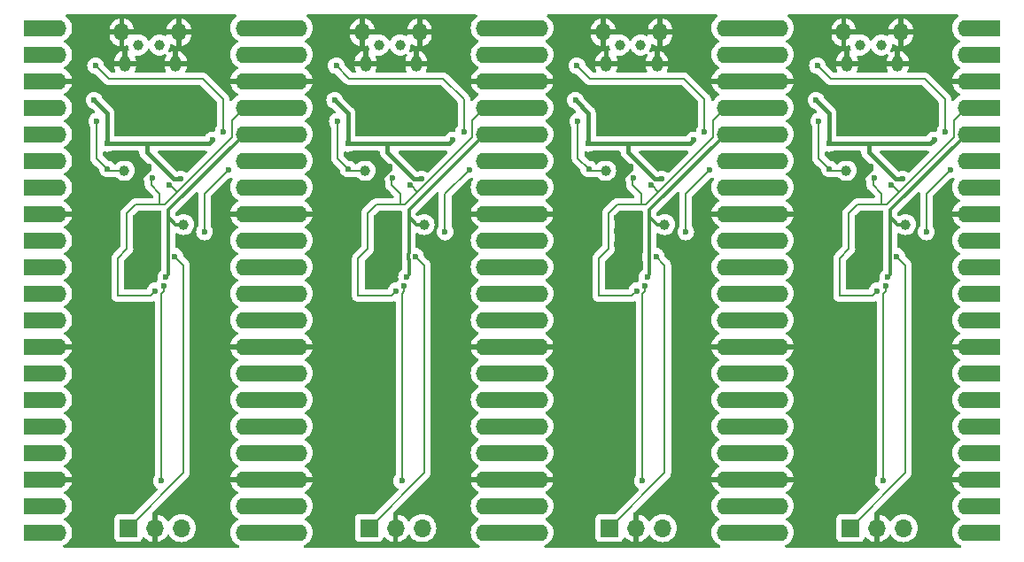
<source format=gbr>
%TF.GenerationSoftware,KiCad,Pcbnew,7.0.6*%
%TF.CreationDate,2023-08-25T07:23:27+07:00*%
%TF.ProjectId,Pico2040-Modular-Rev2-MP,5069636f-3230-4343-902d-4d6f64756c61,rev?*%
%TF.SameCoordinates,Original*%
%TF.FileFunction,Copper,L2,Bot*%
%TF.FilePolarity,Positive*%
%FSLAX46Y46*%
G04 Gerber Fmt 4.6, Leading zero omitted, Abs format (unit mm)*
G04 Created by KiCad (PCBNEW 7.0.6) date 2023-08-25 07:23:27*
%MOMM*%
%LPD*%
G01*
G04 APERTURE LIST*
%TA.AperFunction,SMDPad,CuDef*%
%ADD10C,1.000000*%
%TD*%
%TA.AperFunction,ComponentPad*%
%ADD11R,3.200000X1.600000*%
%TD*%
%TA.AperFunction,ComponentPad*%
%ADD12O,1.700000X1.600000*%
%TD*%
%TA.AperFunction,ComponentPad*%
%ADD13R,1.700000X1.700000*%
%TD*%
%TA.AperFunction,ComponentPad*%
%ADD14O,1.700000X1.700000*%
%TD*%
%TA.AperFunction,ComponentPad*%
%ADD15O,1.350000X1.700000*%
%TD*%
%TA.AperFunction,ComponentPad*%
%ADD16O,1.100000X1.500000*%
%TD*%
%TA.AperFunction,ViaPad*%
%ADD17C,0.600000*%
%TD*%
%TA.AperFunction,Conductor*%
%ADD18C,0.400000*%
%TD*%
%TA.AperFunction,Conductor*%
%ADD19C,0.200000*%
%TD*%
%TA.AperFunction,Conductor*%
%ADD20C,0.300000*%
%TD*%
G04 APERTURE END LIST*
D10*
%TO.P,TP3,1,1*%
%TO.N,Board_2-/RESET*%
X119600000Y-47100000D03*
%TD*%
%TO.P,TP1,1,1*%
%TO.N,Board_0-/DP*%
X69300000Y-29900000D03*
%TD*%
%TO.P,TP2,1,1*%
%TO.N,Board_2-/DM*%
X117300000Y-29900000D03*
%TD*%
%TO.P,TP3,1,1*%
%TO.N,Board_1-/RESET*%
X96600000Y-47100000D03*
%TD*%
%TO.P,TP4,1,1*%
%TO.N,Board_2-/FLASH_SS*%
X113950000Y-41925000D03*
%TD*%
%TO.P,TP4,1,1*%
%TO.N,Board_0-/FLASH_SS*%
X67950000Y-41925000D03*
%TD*%
D11*
%TO.P,J3,1,Pin_1*%
%TO.N,Board_1-VBUS*%
X104010000Y-28300000D03*
D12*
X102400000Y-28300000D03*
D11*
%TO.P,J3,2,Pin_2*%
%TO.N,Board_1-+3.3V*%
X104010000Y-30840000D03*
D12*
X102400000Y-30840000D03*
D11*
%TO.P,J3,3,Pin_3*%
%TO.N,Board_1-GND*%
X104010000Y-33380000D03*
D12*
X102400000Y-33380000D03*
D11*
%TO.P,J3,4,Pin_4*%
%TO.N,Board_1-+1V1*%
X104010000Y-35920000D03*
D12*
X102400000Y-35920000D03*
D11*
%TO.P,J3,5,Pin_5*%
%TO.N,Board_1-/RESET*%
X104010000Y-38460000D03*
D12*
X102400000Y-38460000D03*
D11*
%TO.P,J3,6,Pin_6*%
%TO.N,Board_1-/P29*%
X104010000Y-41000000D03*
D12*
X102400000Y-41000000D03*
D11*
%TO.P,J3,7,Pin_7*%
%TO.N,Board_1-/P28*%
X104010000Y-43540000D03*
D12*
X102400000Y-43540000D03*
D11*
%TO.P,J3,8,Pin_8*%
%TO.N,Board_1-GND*%
X104010000Y-46080000D03*
D12*
X102400000Y-46080000D03*
D11*
%TO.P,J3,9,Pin_9*%
%TO.N,Board_1-/P27*%
X104010000Y-48620000D03*
D12*
X102400000Y-48620000D03*
D11*
%TO.P,J3,10,Pin_10*%
%TO.N,Board_1-/P26*%
X104010000Y-51160000D03*
D12*
X102400000Y-51160000D03*
D11*
%TO.P,J3,11,Pin_11*%
%TO.N,Board_1-/P23*%
X104010000Y-53700000D03*
D12*
X102400000Y-53700000D03*
D11*
%TO.P,J3,12,Pin_12*%
%TO.N,Board_1-/P22*%
X104010000Y-56240000D03*
D12*
X102400000Y-56240000D03*
D11*
%TO.P,J3,13,Pin_13*%
%TO.N,Board_1-GND*%
X104010000Y-58780000D03*
D12*
X102400000Y-58780000D03*
D11*
%TO.P,J3,14,Pin_14*%
%TO.N,Board_1-/P21*%
X104010000Y-61320000D03*
D12*
X102400000Y-61320000D03*
D11*
%TO.P,J3,15,Pin_15*%
%TO.N,Board_1-/P20*%
X104010000Y-63860000D03*
D12*
X102400000Y-63860000D03*
D11*
%TO.P,J3,16,Pin_16*%
%TO.N,Board_1-/P19*%
X104010000Y-66400000D03*
D12*
X102400000Y-66400000D03*
D11*
%TO.P,J3,17,Pin_17*%
%TO.N,Board_1-/P18*%
X104010000Y-68940000D03*
D12*
X102400000Y-68940000D03*
D11*
%TO.P,J3,18,Pin_18*%
%TO.N,Board_1-GND*%
X104010000Y-71480000D03*
D12*
X102400000Y-71480000D03*
D11*
%TO.P,J3,19,Pin_19*%
%TO.N,Board_1-/P17*%
X104010000Y-74020000D03*
D12*
X102400000Y-74020000D03*
D11*
%TO.P,J3,20,Pin_20*%
%TO.N,Board_1-/P16*%
X104010000Y-76560000D03*
D12*
X102400000Y-76560000D03*
%TD*%
D10*
%TO.P,TP4,1,1*%
%TO.N,Board_1-/FLASH_SS*%
X90950000Y-41925000D03*
%TD*%
%TO.P,TP4,1,1*%
%TO.N,Board_3-/FLASH_SS*%
X136950000Y-41925000D03*
%TD*%
D11*
%TO.P,J3,1,Pin_1*%
%TO.N,Board_0-VBUS*%
X81010000Y-28300000D03*
D12*
X79400000Y-28300000D03*
D11*
%TO.P,J3,2,Pin_2*%
%TO.N,Board_0-+3.3V*%
X81010000Y-30840000D03*
D12*
X79400000Y-30840000D03*
D11*
%TO.P,J3,3,Pin_3*%
%TO.N,Board_0-GND*%
X81010000Y-33380000D03*
D12*
X79400000Y-33380000D03*
D11*
%TO.P,J3,4,Pin_4*%
%TO.N,Board_0-+1V1*%
X81010000Y-35920000D03*
D12*
X79400000Y-35920000D03*
D11*
%TO.P,J3,5,Pin_5*%
%TO.N,Board_0-/RESET*%
X81010000Y-38460000D03*
D12*
X79400000Y-38460000D03*
D11*
%TO.P,J3,6,Pin_6*%
%TO.N,Board_0-/P29*%
X81010000Y-41000000D03*
D12*
X79400000Y-41000000D03*
D11*
%TO.P,J3,7,Pin_7*%
%TO.N,Board_0-/P28*%
X81010000Y-43540000D03*
D12*
X79400000Y-43540000D03*
D11*
%TO.P,J3,8,Pin_8*%
%TO.N,Board_0-GND*%
X81010000Y-46080000D03*
D12*
X79400000Y-46080000D03*
D11*
%TO.P,J3,9,Pin_9*%
%TO.N,Board_0-/P27*%
X81010000Y-48620000D03*
D12*
X79400000Y-48620000D03*
D11*
%TO.P,J3,10,Pin_10*%
%TO.N,Board_0-/P26*%
X81010000Y-51160000D03*
D12*
X79400000Y-51160000D03*
D11*
%TO.P,J3,11,Pin_11*%
%TO.N,Board_0-/P23*%
X81010000Y-53700000D03*
D12*
X79400000Y-53700000D03*
D11*
%TO.P,J3,12,Pin_12*%
%TO.N,Board_0-/P22*%
X81010000Y-56240000D03*
D12*
X79400000Y-56240000D03*
D11*
%TO.P,J3,13,Pin_13*%
%TO.N,Board_0-GND*%
X81010000Y-58780000D03*
D12*
X79400000Y-58780000D03*
D11*
%TO.P,J3,14,Pin_14*%
%TO.N,Board_0-/P21*%
X81010000Y-61320000D03*
D12*
X79400000Y-61320000D03*
D11*
%TO.P,J3,15,Pin_15*%
%TO.N,Board_0-/P20*%
X81010000Y-63860000D03*
D12*
X79400000Y-63860000D03*
D11*
%TO.P,J3,16,Pin_16*%
%TO.N,Board_0-/P19*%
X81010000Y-66400000D03*
D12*
X79400000Y-66400000D03*
D11*
%TO.P,J3,17,Pin_17*%
%TO.N,Board_0-/P18*%
X81010000Y-68940000D03*
D12*
X79400000Y-68940000D03*
D11*
%TO.P,J3,18,Pin_18*%
%TO.N,Board_0-GND*%
X81010000Y-71480000D03*
D12*
X79400000Y-71480000D03*
D11*
%TO.P,J3,19,Pin_19*%
%TO.N,Board_0-/P17*%
X81010000Y-74020000D03*
D12*
X79400000Y-74020000D03*
D11*
%TO.P,J3,20,Pin_20*%
%TO.N,Board_0-/P16*%
X81010000Y-76560000D03*
D12*
X79400000Y-76560000D03*
%TD*%
D10*
%TO.P,TP1,1,1*%
%TO.N,Board_2-/DP*%
X115300000Y-29900000D03*
%TD*%
%TO.P,TP3,1,1*%
%TO.N,Board_0-/RESET*%
X73600000Y-47100000D03*
%TD*%
%TO.P,TP1,1,1*%
%TO.N,Board_1-/DP*%
X92300000Y-29900000D03*
%TD*%
D11*
%TO.P,J3,1,Pin_1*%
%TO.N,Board_2-VBUS*%
X127010000Y-28300000D03*
D12*
X125400000Y-28300000D03*
D11*
%TO.P,J3,2,Pin_2*%
%TO.N,Board_2-+3.3V*%
X127010000Y-30840000D03*
D12*
X125400000Y-30840000D03*
D11*
%TO.P,J3,3,Pin_3*%
%TO.N,Board_2-GND*%
X127010000Y-33380000D03*
D12*
X125400000Y-33380000D03*
D11*
%TO.P,J3,4,Pin_4*%
%TO.N,Board_2-+1V1*%
X127010000Y-35920000D03*
D12*
X125400000Y-35920000D03*
D11*
%TO.P,J3,5,Pin_5*%
%TO.N,Board_2-/RESET*%
X127010000Y-38460000D03*
D12*
X125400000Y-38460000D03*
D11*
%TO.P,J3,6,Pin_6*%
%TO.N,Board_2-/P29*%
X127010000Y-41000000D03*
D12*
X125400000Y-41000000D03*
D11*
%TO.P,J3,7,Pin_7*%
%TO.N,Board_2-/P28*%
X127010000Y-43540000D03*
D12*
X125400000Y-43540000D03*
D11*
%TO.P,J3,8,Pin_8*%
%TO.N,Board_2-GND*%
X127010000Y-46080000D03*
D12*
X125400000Y-46080000D03*
D11*
%TO.P,J3,9,Pin_9*%
%TO.N,Board_2-/P27*%
X127010000Y-48620000D03*
D12*
X125400000Y-48620000D03*
D11*
%TO.P,J3,10,Pin_10*%
%TO.N,Board_2-/P26*%
X127010000Y-51160000D03*
D12*
X125400000Y-51160000D03*
D11*
%TO.P,J3,11,Pin_11*%
%TO.N,Board_2-/P23*%
X127010000Y-53700000D03*
D12*
X125400000Y-53700000D03*
D11*
%TO.P,J3,12,Pin_12*%
%TO.N,Board_2-/P22*%
X127010000Y-56240000D03*
D12*
X125400000Y-56240000D03*
D11*
%TO.P,J3,13,Pin_13*%
%TO.N,Board_2-GND*%
X127010000Y-58780000D03*
D12*
X125400000Y-58780000D03*
D11*
%TO.P,J3,14,Pin_14*%
%TO.N,Board_2-/P21*%
X127010000Y-61320000D03*
D12*
X125400000Y-61320000D03*
D11*
%TO.P,J3,15,Pin_15*%
%TO.N,Board_2-/P20*%
X127010000Y-63860000D03*
D12*
X125400000Y-63860000D03*
D11*
%TO.P,J3,16,Pin_16*%
%TO.N,Board_2-/P19*%
X127010000Y-66400000D03*
D12*
X125400000Y-66400000D03*
D11*
%TO.P,J3,17,Pin_17*%
%TO.N,Board_2-/P18*%
X127010000Y-68940000D03*
D12*
X125400000Y-68940000D03*
D11*
%TO.P,J3,18,Pin_18*%
%TO.N,Board_2-GND*%
X127010000Y-71480000D03*
D12*
X125400000Y-71480000D03*
D11*
%TO.P,J3,19,Pin_19*%
%TO.N,Board_2-/P17*%
X127010000Y-74020000D03*
D12*
X125400000Y-74020000D03*
D11*
%TO.P,J3,20,Pin_20*%
%TO.N,Board_2-/P16*%
X127010000Y-76560000D03*
D12*
X125400000Y-76560000D03*
%TD*%
D10*
%TO.P,TP3,1,1*%
%TO.N,Board_3-/RESET*%
X142600000Y-47100000D03*
%TD*%
%TO.P,TP2,1,1*%
%TO.N,Board_3-/DM*%
X140300000Y-29900000D03*
%TD*%
%TO.P,TP2,1,1*%
%TO.N,Board_0-/DM*%
X71300000Y-29900000D03*
%TD*%
%TO.P,TP1,1,1*%
%TO.N,Board_3-/DP*%
X138300000Y-29900000D03*
%TD*%
%TO.P,TP2,1,1*%
%TO.N,Board_1-/DM*%
X94300000Y-29900000D03*
%TD*%
D11*
%TO.P,J3,1,Pin_1*%
%TO.N,Board_3-VBUS*%
X150010000Y-28300000D03*
D12*
X148400000Y-28300000D03*
D11*
%TO.P,J3,2,Pin_2*%
%TO.N,Board_3-+3.3V*%
X150010000Y-30840000D03*
D12*
X148400000Y-30840000D03*
D11*
%TO.P,J3,3,Pin_3*%
%TO.N,Board_3-GND*%
X150010000Y-33380000D03*
D12*
X148400000Y-33380000D03*
D11*
%TO.P,J3,4,Pin_4*%
%TO.N,Board_3-+1V1*%
X150010000Y-35920000D03*
D12*
X148400000Y-35920000D03*
D11*
%TO.P,J3,5,Pin_5*%
%TO.N,Board_3-/RESET*%
X150010000Y-38460000D03*
D12*
X148400000Y-38460000D03*
D11*
%TO.P,J3,6,Pin_6*%
%TO.N,Board_3-/P29*%
X150010000Y-41000000D03*
D12*
X148400000Y-41000000D03*
D11*
%TO.P,J3,7,Pin_7*%
%TO.N,Board_3-/P28*%
X150010000Y-43540000D03*
D12*
X148400000Y-43540000D03*
D11*
%TO.P,J3,8,Pin_8*%
%TO.N,Board_3-GND*%
X150010000Y-46080000D03*
D12*
X148400000Y-46080000D03*
D11*
%TO.P,J3,9,Pin_9*%
%TO.N,Board_3-/P27*%
X150010000Y-48620000D03*
D12*
X148400000Y-48620000D03*
D11*
%TO.P,J3,10,Pin_10*%
%TO.N,Board_3-/P26*%
X150010000Y-51160000D03*
D12*
X148400000Y-51160000D03*
D11*
%TO.P,J3,11,Pin_11*%
%TO.N,Board_3-/P23*%
X150010000Y-53700000D03*
D12*
X148400000Y-53700000D03*
D11*
%TO.P,J3,12,Pin_12*%
%TO.N,Board_3-/P22*%
X150010000Y-56240000D03*
D12*
X148400000Y-56240000D03*
D11*
%TO.P,J3,13,Pin_13*%
%TO.N,Board_3-GND*%
X150010000Y-58780000D03*
D12*
X148400000Y-58780000D03*
D11*
%TO.P,J3,14,Pin_14*%
%TO.N,Board_3-/P21*%
X150010000Y-61320000D03*
D12*
X148400000Y-61320000D03*
D11*
%TO.P,J3,15,Pin_15*%
%TO.N,Board_3-/P20*%
X150010000Y-63860000D03*
D12*
X148400000Y-63860000D03*
D11*
%TO.P,J3,16,Pin_16*%
%TO.N,Board_3-/P19*%
X150010000Y-66400000D03*
D12*
X148400000Y-66400000D03*
D11*
%TO.P,J3,17,Pin_17*%
%TO.N,Board_3-/P18*%
X150010000Y-68940000D03*
D12*
X148400000Y-68940000D03*
D11*
%TO.P,J3,18,Pin_18*%
%TO.N,Board_3-GND*%
X150010000Y-71480000D03*
D12*
X148400000Y-71480000D03*
D11*
%TO.P,J3,19,Pin_19*%
%TO.N,Board_3-/P17*%
X150010000Y-74020000D03*
D12*
X148400000Y-74020000D03*
D11*
%TO.P,J3,20,Pin_20*%
%TO.N,Board_3-/P16*%
X150010000Y-76560000D03*
D12*
X148400000Y-76560000D03*
%TD*%
D13*
%TO.P,J4,1,Pin_1*%
%TO.N,Board_3-/SWDIO*%
X137325000Y-76125000D03*
D14*
%TO.P,J4,2,Pin_2*%
%TO.N,Board_3-GND*%
X139865000Y-76125000D03*
%TO.P,J4,3,Pin_3*%
%TO.N,Board_3-/SWCLK*%
X142405000Y-76125000D03*
%TD*%
D11*
%TO.P,J2,1,Pin_1*%
%TO.N,Board_0-/P0*%
X59990000Y-28300000D03*
D12*
X61600000Y-28300000D03*
D11*
%TO.P,J2,2,Pin_2*%
%TO.N,Board_0-/P1*%
X59990000Y-30840000D03*
D12*
X61600000Y-30840000D03*
D11*
%TO.P,J2,3,Pin_3*%
%TO.N,Board_0-GND*%
X59990000Y-33380000D03*
D12*
X61600000Y-33380000D03*
D11*
%TO.P,J2,4,Pin_4*%
%TO.N,Board_0-/P2*%
X59990000Y-35920000D03*
D12*
X61600000Y-35920000D03*
D11*
%TO.P,J2,5,Pin_5*%
%TO.N,Board_0-/P3*%
X59990000Y-38460000D03*
D12*
X61600000Y-38460000D03*
D11*
%TO.P,J2,6,Pin_6*%
%TO.N,Board_0-/P4*%
X59990000Y-41000000D03*
D12*
X61600000Y-41000000D03*
D11*
%TO.P,J2,7,Pin_7*%
%TO.N,Board_0-/P5*%
X59990000Y-43540000D03*
D12*
X61600000Y-43540000D03*
D11*
%TO.P,J2,8,Pin_8*%
%TO.N,Board_0-GND*%
X59990000Y-46080000D03*
D12*
X61600000Y-46080000D03*
D11*
%TO.P,J2,9,Pin_9*%
%TO.N,Board_0-/P6*%
X59990000Y-48620000D03*
D12*
X61600000Y-48620000D03*
D11*
%TO.P,J2,10,Pin_10*%
%TO.N,Board_0-/P7*%
X59990000Y-51160000D03*
D12*
X61600000Y-51160000D03*
D11*
%TO.P,J2,11,Pin_11*%
%TO.N,Board_0-/P8*%
X59990000Y-53700000D03*
D12*
X61600000Y-53700000D03*
D11*
%TO.P,J2,12,Pin_12*%
%TO.N,Board_0-/P9*%
X59990000Y-56240000D03*
D12*
X61600000Y-56240000D03*
D11*
%TO.P,J2,13,Pin_13*%
%TO.N,Board_0-GND*%
X59990000Y-58780000D03*
D12*
X61600000Y-58780000D03*
D11*
%TO.P,J2,14,Pin_14*%
%TO.N,Board_0-/P10*%
X59990000Y-61320000D03*
D12*
X61600000Y-61320000D03*
D11*
%TO.P,J2,15,Pin_15*%
%TO.N,Board_0-/P11*%
X59990000Y-63860000D03*
D12*
X61600000Y-63860000D03*
D11*
%TO.P,J2,16,Pin_16*%
%TO.N,Board_0-/P12*%
X59990000Y-66400000D03*
D12*
X61600000Y-66400000D03*
D11*
%TO.P,J2,17,Pin_17*%
%TO.N,Board_0-/P13*%
X59990000Y-68940000D03*
D12*
X61600000Y-68940000D03*
D11*
%TO.P,J2,18,Pin_18*%
%TO.N,Board_0-GND*%
X59990000Y-71480000D03*
D12*
X61600000Y-71480000D03*
D11*
%TO.P,J2,19,Pin_19*%
%TO.N,Board_0-/P14*%
X59990000Y-74020000D03*
D12*
X61600000Y-74020000D03*
D11*
%TO.P,J2,20,Pin_20*%
%TO.N,Board_0-/P15*%
X59990000Y-76560000D03*
D12*
X61600000Y-76560000D03*
%TD*%
D13*
%TO.P,J4,1,Pin_1*%
%TO.N,Board_0-/SWDIO*%
X68325000Y-76125000D03*
D14*
%TO.P,J4,2,Pin_2*%
%TO.N,Board_0-GND*%
X70865000Y-76125000D03*
%TO.P,J4,3,Pin_3*%
%TO.N,Board_0-/SWCLK*%
X73405000Y-76125000D03*
%TD*%
D13*
%TO.P,J4,1,Pin_1*%
%TO.N,Board_2-/SWDIO*%
X114325000Y-76125000D03*
D14*
%TO.P,J4,2,Pin_2*%
%TO.N,Board_2-GND*%
X116865000Y-76125000D03*
%TO.P,J4,3,Pin_3*%
%TO.N,Board_2-/SWCLK*%
X119405000Y-76125000D03*
%TD*%
D15*
%TO.P,J1,6,Shield*%
%TO.N,Board_3-GND*%
X142160000Y-28700000D03*
D16*
X141850000Y-31700000D03*
X137010000Y-31700000D03*
D15*
X136700000Y-28700000D03*
%TD*%
D11*
%TO.P,J2,1,Pin_1*%
%TO.N,Board_3-/P0*%
X128990000Y-28300000D03*
D12*
X130600000Y-28300000D03*
D11*
%TO.P,J2,2,Pin_2*%
%TO.N,Board_3-/P1*%
X128990000Y-30840000D03*
D12*
X130600000Y-30840000D03*
D11*
%TO.P,J2,3,Pin_3*%
%TO.N,Board_3-GND*%
X128990000Y-33380000D03*
D12*
X130600000Y-33380000D03*
D11*
%TO.P,J2,4,Pin_4*%
%TO.N,Board_3-/P2*%
X128990000Y-35920000D03*
D12*
X130600000Y-35920000D03*
D11*
%TO.P,J2,5,Pin_5*%
%TO.N,Board_3-/P3*%
X128990000Y-38460000D03*
D12*
X130600000Y-38460000D03*
D11*
%TO.P,J2,6,Pin_6*%
%TO.N,Board_3-/P4*%
X128990000Y-41000000D03*
D12*
X130600000Y-41000000D03*
D11*
%TO.P,J2,7,Pin_7*%
%TO.N,Board_3-/P5*%
X128990000Y-43540000D03*
D12*
X130600000Y-43540000D03*
D11*
%TO.P,J2,8,Pin_8*%
%TO.N,Board_3-GND*%
X128990000Y-46080000D03*
D12*
X130600000Y-46080000D03*
D11*
%TO.P,J2,9,Pin_9*%
%TO.N,Board_3-/P6*%
X128990000Y-48620000D03*
D12*
X130600000Y-48620000D03*
D11*
%TO.P,J2,10,Pin_10*%
%TO.N,Board_3-/P7*%
X128990000Y-51160000D03*
D12*
X130600000Y-51160000D03*
D11*
%TO.P,J2,11,Pin_11*%
%TO.N,Board_3-/P8*%
X128990000Y-53700000D03*
D12*
X130600000Y-53700000D03*
D11*
%TO.P,J2,12,Pin_12*%
%TO.N,Board_3-/P9*%
X128990000Y-56240000D03*
D12*
X130600000Y-56240000D03*
D11*
%TO.P,J2,13,Pin_13*%
%TO.N,Board_3-GND*%
X128990000Y-58780000D03*
D12*
X130600000Y-58780000D03*
D11*
%TO.P,J2,14,Pin_14*%
%TO.N,Board_3-/P10*%
X128990000Y-61320000D03*
D12*
X130600000Y-61320000D03*
D11*
%TO.P,J2,15,Pin_15*%
%TO.N,Board_3-/P11*%
X128990000Y-63860000D03*
D12*
X130600000Y-63860000D03*
D11*
%TO.P,J2,16,Pin_16*%
%TO.N,Board_3-/P12*%
X128990000Y-66400000D03*
D12*
X130600000Y-66400000D03*
D11*
%TO.P,J2,17,Pin_17*%
%TO.N,Board_3-/P13*%
X128990000Y-68940000D03*
D12*
X130600000Y-68940000D03*
D11*
%TO.P,J2,18,Pin_18*%
%TO.N,Board_3-GND*%
X128990000Y-71480000D03*
D12*
X130600000Y-71480000D03*
D11*
%TO.P,J2,19,Pin_19*%
%TO.N,Board_3-/P14*%
X128990000Y-74020000D03*
D12*
X130600000Y-74020000D03*
D11*
%TO.P,J2,20,Pin_20*%
%TO.N,Board_3-/P15*%
X128990000Y-76560000D03*
D12*
X130600000Y-76560000D03*
%TD*%
D15*
%TO.P,J1,6,Shield*%
%TO.N,Board_1-GND*%
X96160000Y-28700000D03*
D16*
X95850000Y-31700000D03*
X91010000Y-31700000D03*
D15*
X90700000Y-28700000D03*
%TD*%
%TO.P,J1,6,Shield*%
%TO.N,Board_2-GND*%
X119160000Y-28700000D03*
D16*
X118850000Y-31700000D03*
X114010000Y-31700000D03*
D15*
X113700000Y-28700000D03*
%TD*%
D11*
%TO.P,J2,1,Pin_1*%
%TO.N,Board_1-/P0*%
X82990000Y-28300000D03*
D12*
X84600000Y-28300000D03*
D11*
%TO.P,J2,2,Pin_2*%
%TO.N,Board_1-/P1*%
X82990000Y-30840000D03*
D12*
X84600000Y-30840000D03*
D11*
%TO.P,J2,3,Pin_3*%
%TO.N,Board_1-GND*%
X82990000Y-33380000D03*
D12*
X84600000Y-33380000D03*
D11*
%TO.P,J2,4,Pin_4*%
%TO.N,Board_1-/P2*%
X82990000Y-35920000D03*
D12*
X84600000Y-35920000D03*
D11*
%TO.P,J2,5,Pin_5*%
%TO.N,Board_1-/P3*%
X82990000Y-38460000D03*
D12*
X84600000Y-38460000D03*
D11*
%TO.P,J2,6,Pin_6*%
%TO.N,Board_1-/P4*%
X82990000Y-41000000D03*
D12*
X84600000Y-41000000D03*
D11*
%TO.P,J2,7,Pin_7*%
%TO.N,Board_1-/P5*%
X82990000Y-43540000D03*
D12*
X84600000Y-43540000D03*
D11*
%TO.P,J2,8,Pin_8*%
%TO.N,Board_1-GND*%
X82990000Y-46080000D03*
D12*
X84600000Y-46080000D03*
D11*
%TO.P,J2,9,Pin_9*%
%TO.N,Board_1-/P6*%
X82990000Y-48620000D03*
D12*
X84600000Y-48620000D03*
D11*
%TO.P,J2,10,Pin_10*%
%TO.N,Board_1-/P7*%
X82990000Y-51160000D03*
D12*
X84600000Y-51160000D03*
D11*
%TO.P,J2,11,Pin_11*%
%TO.N,Board_1-/P8*%
X82990000Y-53700000D03*
D12*
X84600000Y-53700000D03*
D11*
%TO.P,J2,12,Pin_12*%
%TO.N,Board_1-/P9*%
X82990000Y-56240000D03*
D12*
X84600000Y-56240000D03*
D11*
%TO.P,J2,13,Pin_13*%
%TO.N,Board_1-GND*%
X82990000Y-58780000D03*
D12*
X84600000Y-58780000D03*
D11*
%TO.P,J2,14,Pin_14*%
%TO.N,Board_1-/P10*%
X82990000Y-61320000D03*
D12*
X84600000Y-61320000D03*
D11*
%TO.P,J2,15,Pin_15*%
%TO.N,Board_1-/P11*%
X82990000Y-63860000D03*
D12*
X84600000Y-63860000D03*
D11*
%TO.P,J2,16,Pin_16*%
%TO.N,Board_1-/P12*%
X82990000Y-66400000D03*
D12*
X84600000Y-66400000D03*
D11*
%TO.P,J2,17,Pin_17*%
%TO.N,Board_1-/P13*%
X82990000Y-68940000D03*
D12*
X84600000Y-68940000D03*
D11*
%TO.P,J2,18,Pin_18*%
%TO.N,Board_1-GND*%
X82990000Y-71480000D03*
D12*
X84600000Y-71480000D03*
D11*
%TO.P,J2,19,Pin_19*%
%TO.N,Board_1-/P14*%
X82990000Y-74020000D03*
D12*
X84600000Y-74020000D03*
D11*
%TO.P,J2,20,Pin_20*%
%TO.N,Board_1-/P15*%
X82990000Y-76560000D03*
D12*
X84600000Y-76560000D03*
%TD*%
D11*
%TO.P,J2,1,Pin_1*%
%TO.N,Board_2-/P0*%
X105990000Y-28300000D03*
D12*
X107600000Y-28300000D03*
D11*
%TO.P,J2,2,Pin_2*%
%TO.N,Board_2-/P1*%
X105990000Y-30840000D03*
D12*
X107600000Y-30840000D03*
D11*
%TO.P,J2,3,Pin_3*%
%TO.N,Board_2-GND*%
X105990000Y-33380000D03*
D12*
X107600000Y-33380000D03*
D11*
%TO.P,J2,4,Pin_4*%
%TO.N,Board_2-/P2*%
X105990000Y-35920000D03*
D12*
X107600000Y-35920000D03*
D11*
%TO.P,J2,5,Pin_5*%
%TO.N,Board_2-/P3*%
X105990000Y-38460000D03*
D12*
X107600000Y-38460000D03*
D11*
%TO.P,J2,6,Pin_6*%
%TO.N,Board_2-/P4*%
X105990000Y-41000000D03*
D12*
X107600000Y-41000000D03*
D11*
%TO.P,J2,7,Pin_7*%
%TO.N,Board_2-/P5*%
X105990000Y-43540000D03*
D12*
X107600000Y-43540000D03*
D11*
%TO.P,J2,8,Pin_8*%
%TO.N,Board_2-GND*%
X105990000Y-46080000D03*
D12*
X107600000Y-46080000D03*
D11*
%TO.P,J2,9,Pin_9*%
%TO.N,Board_2-/P6*%
X105990000Y-48620000D03*
D12*
X107600000Y-48620000D03*
D11*
%TO.P,J2,10,Pin_10*%
%TO.N,Board_2-/P7*%
X105990000Y-51160000D03*
D12*
X107600000Y-51160000D03*
D11*
%TO.P,J2,11,Pin_11*%
%TO.N,Board_2-/P8*%
X105990000Y-53700000D03*
D12*
X107600000Y-53700000D03*
D11*
%TO.P,J2,12,Pin_12*%
%TO.N,Board_2-/P9*%
X105990000Y-56240000D03*
D12*
X107600000Y-56240000D03*
D11*
%TO.P,J2,13,Pin_13*%
%TO.N,Board_2-GND*%
X105990000Y-58780000D03*
D12*
X107600000Y-58780000D03*
D11*
%TO.P,J2,14,Pin_14*%
%TO.N,Board_2-/P10*%
X105990000Y-61320000D03*
D12*
X107600000Y-61320000D03*
D11*
%TO.P,J2,15,Pin_15*%
%TO.N,Board_2-/P11*%
X105990000Y-63860000D03*
D12*
X107600000Y-63860000D03*
D11*
%TO.P,J2,16,Pin_16*%
%TO.N,Board_2-/P12*%
X105990000Y-66400000D03*
D12*
X107600000Y-66400000D03*
D11*
%TO.P,J2,17,Pin_17*%
%TO.N,Board_2-/P13*%
X105990000Y-68940000D03*
D12*
X107600000Y-68940000D03*
D11*
%TO.P,J2,18,Pin_18*%
%TO.N,Board_2-GND*%
X105990000Y-71480000D03*
D12*
X107600000Y-71480000D03*
D11*
%TO.P,J2,19,Pin_19*%
%TO.N,Board_2-/P14*%
X105990000Y-74020000D03*
D12*
X107600000Y-74020000D03*
D11*
%TO.P,J2,20,Pin_20*%
%TO.N,Board_2-/P15*%
X105990000Y-76560000D03*
D12*
X107600000Y-76560000D03*
%TD*%
D15*
%TO.P,J1,6,Shield*%
%TO.N,Board_0-GND*%
X73160000Y-28700000D03*
D16*
X72850000Y-31700000D03*
X68010000Y-31700000D03*
D15*
X67700000Y-28700000D03*
%TD*%
D13*
%TO.P,J4,1,Pin_1*%
%TO.N,Board_1-/SWDIO*%
X91325000Y-76125000D03*
D14*
%TO.P,J4,2,Pin_2*%
%TO.N,Board_1-GND*%
X93865000Y-76125000D03*
%TO.P,J4,3,Pin_3*%
%TO.N,Board_1-/SWCLK*%
X96405000Y-76125000D03*
%TD*%
D17*
%TO.N,Board_3-GND*%
X138000000Y-46450000D03*
X140260000Y-28500000D03*
X136110000Y-59610000D03*
X132840000Y-28040000D03*
X142225000Y-40275000D03*
X144000000Y-40400000D03*
X134200000Y-42800000D03*
X143750000Y-59310000D03*
X136750000Y-36400000D03*
X139350000Y-48950000D03*
X134860000Y-28010000D03*
X142200000Y-37425000D03*
X143790000Y-69390000D03*
X135900000Y-71100000D03*
X139350000Y-46450000D03*
X135950000Y-40800000D03*
X138600000Y-55050000D03*
X144425000Y-35650000D03*
X136000000Y-61200000D03*
X138000000Y-47750000D03*
X139300000Y-41500000D03*
X134920000Y-76630000D03*
X139350000Y-47750000D03*
X138025000Y-52900000D03*
X138920000Y-60580000D03*
X138000000Y-48950000D03*
X138570000Y-28530000D03*
%TO.N,Board_3-/USER_LED*%
X144600000Y-47800000D03*
X134200000Y-31900000D03*
X146400000Y-38200000D03*
X146900000Y-41850000D03*
%TO.N,Board_3-/SWDIO*%
X141774500Y-50135216D03*
%TO.N,Board_3-/SWCLK*%
X140700000Y-53000000D03*
X140475000Y-71625000D03*
%TO.N,Board_3-/RESET*%
X140915180Y-52119822D03*
%TO.N,Board_3-/FLASH_SS*%
X134300000Y-37200000D03*
X135333850Y-41780312D03*
%TO.N,Board_3-/DP*%
X138300000Y-30129502D03*
%TO.N,Board_3-/DM*%
X140300000Y-30129502D03*
%TO.N,Board_3-+3.3V*%
X145350000Y-39000000D03*
X142339998Y-42739998D03*
X134050000Y-35200000D03*
X135300000Y-39350000D03*
%TO.N,Board_3-+1V1*%
X141263000Y-43341444D03*
X139900000Y-53450000D03*
X139600000Y-42600000D03*
%TO.N,Board_2-GND*%
X120750000Y-59310000D03*
X113000000Y-61200000D03*
X116300000Y-41500000D03*
X120790000Y-69390000D03*
X111860000Y-28010000D03*
X111920000Y-76630000D03*
X117260000Y-28500000D03*
X115025000Y-52900000D03*
X121425000Y-35650000D03*
X115920000Y-60580000D03*
X121000000Y-40400000D03*
X113110000Y-59610000D03*
X115000000Y-46450000D03*
X115600000Y-55050000D03*
X116350000Y-47750000D03*
X115000000Y-48950000D03*
X112950000Y-40800000D03*
X115000000Y-47750000D03*
X115570000Y-28530000D03*
X119225000Y-40275000D03*
X119200000Y-37425000D03*
X113750000Y-36400000D03*
X112900000Y-71100000D03*
X109840000Y-28040000D03*
X116350000Y-48950000D03*
X116350000Y-46450000D03*
X111200000Y-42800000D03*
%TO.N,Board_2-/USER_LED*%
X111200000Y-31900000D03*
X123400000Y-38200000D03*
X121600000Y-47800000D03*
X123900000Y-41850000D03*
%TO.N,Board_2-/SWDIO*%
X118774500Y-50135216D03*
%TO.N,Board_2-/SWCLK*%
X117700000Y-53000000D03*
X117475000Y-71625000D03*
%TO.N,Board_2-/RESET*%
X117915180Y-52119822D03*
%TO.N,Board_2-/FLASH_SS*%
X111300000Y-37200000D03*
X112333850Y-41780312D03*
%TO.N,Board_2-/DP*%
X115300000Y-30129502D03*
%TO.N,Board_2-/DM*%
X117300000Y-30129502D03*
%TO.N,Board_2-+3.3V*%
X112300000Y-39350000D03*
X111050000Y-35200000D03*
X119339998Y-42739998D03*
X122350000Y-39000000D03*
%TO.N,Board_2-+1V1*%
X118263000Y-43341444D03*
X116900000Y-53450000D03*
X116600000Y-42600000D03*
%TO.N,Board_1-GND*%
X98000000Y-40400000D03*
X88860000Y-28010000D03*
X97790000Y-69390000D03*
X92600000Y-55050000D03*
X92000000Y-48950000D03*
X90110000Y-59610000D03*
X94260000Y-28500000D03*
X88200000Y-42800000D03*
X93350000Y-47750000D03*
X96200000Y-37425000D03*
X93300000Y-41500000D03*
X92025000Y-52900000D03*
X90750000Y-36400000D03*
X92000000Y-47750000D03*
X89900000Y-71100000D03*
X98425000Y-35650000D03*
X93350000Y-48950000D03*
X92570000Y-28530000D03*
X92000000Y-46450000D03*
X97750000Y-59310000D03*
X92920000Y-60580000D03*
X90000000Y-61200000D03*
X96225000Y-40275000D03*
X88920000Y-76630000D03*
X86840000Y-28040000D03*
X93350000Y-46450000D03*
X89950000Y-40800000D03*
%TO.N,Board_1-/USER_LED*%
X100400000Y-38200000D03*
X100900000Y-41850000D03*
X88200000Y-31900000D03*
X98600000Y-47800000D03*
%TO.N,Board_1-/SWDIO*%
X95774500Y-50135216D03*
%TO.N,Board_1-/SWCLK*%
X94700000Y-53000000D03*
X94475000Y-71625000D03*
%TO.N,Board_1-/RESET*%
X94915180Y-52119822D03*
%TO.N,Board_1-/FLASH_SS*%
X88300000Y-37200000D03*
X89333850Y-41780312D03*
%TO.N,Board_1-/DP*%
X92300000Y-30129502D03*
%TO.N,Board_1-/DM*%
X94300000Y-30129502D03*
%TO.N,Board_1-+3.3V*%
X89300000Y-39350000D03*
X96339998Y-42739998D03*
X99350000Y-39000000D03*
X88050000Y-35200000D03*
%TO.N,Board_1-+1V1*%
X93900000Y-53450000D03*
X95263000Y-43341444D03*
X93600000Y-42600000D03*
%TO.N,Board_0-GND*%
X70300000Y-41500000D03*
X75425000Y-35650000D03*
X65920000Y-76630000D03*
X74750000Y-59310000D03*
X69000000Y-46450000D03*
X67110000Y-59610000D03*
X75000000Y-40400000D03*
X66900000Y-71100000D03*
X71260000Y-28500000D03*
X67000000Y-61200000D03*
X69000000Y-47750000D03*
X65860000Y-28010000D03*
X69920000Y-60580000D03*
X69000000Y-48950000D03*
X69570000Y-28530000D03*
X66950000Y-40800000D03*
X69025000Y-52900000D03*
X74790000Y-69390000D03*
X73200000Y-37425000D03*
X70350000Y-48950000D03*
X63840000Y-28040000D03*
X70350000Y-47750000D03*
X73225000Y-40275000D03*
X67750000Y-36400000D03*
X69600000Y-55050000D03*
X70350000Y-46450000D03*
X65200000Y-42800000D03*
%TO.N,Board_0-/USER_LED*%
X75600000Y-47800000D03*
X77400000Y-38200000D03*
X77900000Y-41850000D03*
X65200000Y-31900000D03*
%TO.N,Board_0-/SWDIO*%
X72774500Y-50135216D03*
%TO.N,Board_0-/SWCLK*%
X71700000Y-53000000D03*
X71475000Y-71625000D03*
%TO.N,Board_0-/RESET*%
X71915180Y-52119822D03*
%TO.N,Board_0-/FLASH_SS*%
X65300000Y-37200000D03*
X66333850Y-41780312D03*
%TO.N,Board_0-/DP*%
X69300000Y-30129502D03*
%TO.N,Board_0-/DM*%
X71300000Y-30129502D03*
%TO.N,Board_0-+3.3V*%
X66300000Y-39350000D03*
X73339998Y-42739998D03*
X76350000Y-39000000D03*
X65050000Y-35200000D03*
%TO.N,Board_0-+1V1*%
X70600000Y-42600000D03*
X72263000Y-43341444D03*
X70900000Y-53450000D03*
%TD*%
D18*
%TO.N,Board_3-GND*%
X132625000Y-33875000D02*
X132750000Y-33750000D01*
X138300000Y-40775000D02*
X139025000Y-41500000D01*
X139300000Y-41500000D02*
X139300000Y-41775000D01*
X135975000Y-40775000D02*
X138300000Y-40775000D01*
X139325000Y-41800000D02*
X137725000Y-43400000D01*
X139300000Y-41775000D02*
X139325000Y-41800000D01*
X138400000Y-37425000D02*
X142200000Y-37425000D01*
X134725000Y-33750000D02*
X138400000Y-37425000D01*
X137725000Y-43400000D02*
X134700000Y-43400000D01*
X139025000Y-41500000D02*
X139300000Y-41500000D01*
X132750000Y-33750000D02*
X134725000Y-33750000D01*
X132625000Y-41325000D02*
X132625000Y-33875000D01*
X134700000Y-43400000D02*
X132625000Y-41325000D01*
X135950000Y-40800000D02*
X135975000Y-40775000D01*
D19*
%TO.N,Board_3-/USER_LED*%
X144600000Y-44150000D02*
X146900000Y-41850000D01*
X146400000Y-35125000D02*
X144425000Y-33150000D01*
X146400000Y-38200000D02*
X146400000Y-35125000D01*
X144425000Y-33150000D02*
X135450000Y-33150000D01*
X144600000Y-47800000D02*
X144600000Y-44150000D01*
X135450000Y-33150000D02*
X134200000Y-31900000D01*
%TO.N,Board_3-/SWDIO*%
X137325000Y-76125000D02*
X142600000Y-70850000D01*
X142600000Y-70850000D02*
X142600000Y-50975000D01*
X142600000Y-50975000D02*
X141775000Y-50150000D01*
%TO.N,Board_3-/SWCLK*%
X140700000Y-53000000D02*
X140700000Y-53498529D01*
X140700000Y-53498529D02*
X140475000Y-53723529D01*
X140475000Y-53723529D02*
X140475000Y-71625000D01*
D20*
%TO.N,Board_3-/RESET*%
X141150000Y-51885002D02*
X141150000Y-50444239D01*
X141850000Y-47100000D02*
X142600000Y-47100000D01*
X140915180Y-52119822D02*
X141150000Y-51885002D01*
X141150000Y-45710000D02*
X148400000Y-38460000D01*
X141125000Y-50419239D02*
X141125000Y-49880761D01*
X141150000Y-50444239D02*
X141125000Y-50419239D01*
X141150000Y-46400000D02*
X141850000Y-47100000D01*
X141125000Y-49880761D02*
X141150000Y-49855761D01*
X141150000Y-46400000D02*
X141150000Y-45710000D01*
X141150000Y-49855761D02*
X141150000Y-46400000D01*
D19*
%TO.N,Board_3-/FLASH_SS*%
X134300000Y-40746462D02*
X134300000Y-37200000D01*
X135333850Y-41780312D02*
X135478538Y-41925000D01*
X135478538Y-41925000D02*
X136950000Y-41925000D01*
X135333850Y-41780312D02*
X134300000Y-40746462D01*
D18*
%TO.N,Board_3-+3.3V*%
X141639998Y-42739998D02*
X139075000Y-40175000D01*
X145000000Y-39350000D02*
X145350000Y-39000000D01*
X142339998Y-42739998D02*
X141639998Y-42739998D01*
X139075000Y-40175000D02*
X139075000Y-39350000D01*
X139075000Y-39350000D02*
X145000000Y-39350000D01*
X134050000Y-35200000D02*
X135300000Y-36450000D01*
X135300000Y-39350000D02*
X139075000Y-39350000D01*
X135300000Y-36450000D02*
X135300000Y-39350000D01*
D19*
%TO.N,Board_3-+1V1*%
X139900000Y-53450000D02*
X139450000Y-53900000D01*
X140777318Y-45150500D02*
X141963909Y-43963909D01*
X138049500Y-45150500D02*
X140325000Y-45150500D01*
X141341444Y-43341444D02*
X141963909Y-43963909D01*
X147225000Y-37095000D02*
X148400000Y-35920000D01*
X136300000Y-53900000D02*
X136300000Y-50325000D01*
X141263000Y-43341444D02*
X141341444Y-43341444D01*
X139600000Y-42600000D02*
X139500000Y-42700000D01*
X147225000Y-38702818D02*
X147225000Y-37095000D01*
X139450000Y-53900000D02*
X136300000Y-53900000D01*
X141963909Y-43963909D02*
X147225000Y-38702818D01*
X137200000Y-46000000D02*
X138049500Y-45150500D01*
X139500000Y-42700000D02*
X139500000Y-43311034D01*
X137200000Y-49425000D02*
X137200000Y-46000000D01*
X139500000Y-43311034D02*
X140325000Y-44136034D01*
X140325000Y-45150500D02*
X140777318Y-45150500D01*
X140325000Y-44136034D02*
X140325000Y-45150500D01*
X136300000Y-50325000D02*
X137200000Y-49425000D01*
D18*
%TO.N,Board_2-GND*%
X114725000Y-43400000D02*
X111700000Y-43400000D01*
X116025000Y-41500000D02*
X116300000Y-41500000D01*
X111700000Y-43400000D02*
X109625000Y-41325000D01*
X109750000Y-33750000D02*
X111725000Y-33750000D01*
X112950000Y-40800000D02*
X112975000Y-40775000D01*
X111725000Y-33750000D02*
X115400000Y-37425000D01*
X109625000Y-41325000D02*
X109625000Y-33875000D01*
X116300000Y-41500000D02*
X116300000Y-41775000D01*
X116300000Y-41775000D02*
X116325000Y-41800000D01*
X115300000Y-40775000D02*
X116025000Y-41500000D01*
X109625000Y-33875000D02*
X109750000Y-33750000D01*
X112975000Y-40775000D02*
X115300000Y-40775000D01*
X115400000Y-37425000D02*
X119200000Y-37425000D01*
X116325000Y-41800000D02*
X114725000Y-43400000D01*
D19*
%TO.N,Board_2-/USER_LED*%
X121425000Y-33150000D02*
X112450000Y-33150000D01*
X112450000Y-33150000D02*
X111200000Y-31900000D01*
X121600000Y-44150000D02*
X123900000Y-41850000D01*
X121600000Y-47800000D02*
X121600000Y-44150000D01*
X123400000Y-38200000D02*
X123400000Y-35125000D01*
X123400000Y-35125000D02*
X121425000Y-33150000D01*
%TO.N,Board_2-/SWDIO*%
X119600000Y-50975000D02*
X118775000Y-50150000D01*
X119600000Y-70850000D02*
X119600000Y-50975000D01*
X114325000Y-76125000D02*
X119600000Y-70850000D01*
%TO.N,Board_2-/SWCLK*%
X117700000Y-53498529D02*
X117475000Y-53723529D01*
X117475000Y-53723529D02*
X117475000Y-71625000D01*
X117700000Y-53000000D02*
X117700000Y-53498529D01*
D20*
%TO.N,Board_2-/RESET*%
X118850000Y-47100000D02*
X119600000Y-47100000D01*
X118150000Y-46400000D02*
X118150000Y-45710000D01*
X118150000Y-50444239D02*
X118125000Y-50419239D01*
X118150000Y-51885002D02*
X118150000Y-50444239D01*
X118125000Y-49880761D02*
X118150000Y-49855761D01*
X118150000Y-46400000D02*
X118850000Y-47100000D01*
X117915180Y-52119822D02*
X118150000Y-51885002D01*
X118150000Y-49855761D02*
X118150000Y-46400000D01*
X118125000Y-50419239D02*
X118125000Y-49880761D01*
X118150000Y-45710000D02*
X125400000Y-38460000D01*
D19*
%TO.N,Board_2-/FLASH_SS*%
X112333850Y-41780312D02*
X112478538Y-41925000D01*
X111300000Y-40746462D02*
X111300000Y-37200000D01*
X112478538Y-41925000D02*
X113950000Y-41925000D01*
X112333850Y-41780312D02*
X111300000Y-40746462D01*
D18*
%TO.N,Board_2-+3.3V*%
X116075000Y-39350000D02*
X122000000Y-39350000D01*
X112300000Y-36450000D02*
X112300000Y-39350000D01*
X112300000Y-39350000D02*
X116075000Y-39350000D01*
X111050000Y-35200000D02*
X112300000Y-36450000D01*
X119339998Y-42739998D02*
X118639998Y-42739998D01*
X118639998Y-42739998D02*
X116075000Y-40175000D01*
X116075000Y-40175000D02*
X116075000Y-39350000D01*
X122000000Y-39350000D02*
X122350000Y-39000000D01*
D19*
%TO.N,Board_2-+1V1*%
X114200000Y-46000000D02*
X115049500Y-45150500D01*
X116500000Y-43311034D02*
X117325000Y-44136034D01*
X114200000Y-49425000D02*
X114200000Y-46000000D01*
X113300000Y-50325000D02*
X114200000Y-49425000D01*
X117777318Y-45150500D02*
X118963909Y-43963909D01*
X118963909Y-43963909D02*
X124225000Y-38702818D01*
X116900000Y-53450000D02*
X116450000Y-53900000D01*
X116600000Y-42600000D02*
X116500000Y-42700000D01*
X124225000Y-38702818D02*
X124225000Y-37095000D01*
X115049500Y-45150500D02*
X117325000Y-45150500D01*
X113300000Y-53900000D02*
X113300000Y-50325000D01*
X117325000Y-45150500D02*
X117777318Y-45150500D01*
X116450000Y-53900000D02*
X113300000Y-53900000D01*
X118341444Y-43341444D02*
X118963909Y-43963909D01*
X116500000Y-42700000D02*
X116500000Y-43311034D01*
X124225000Y-37095000D02*
X125400000Y-35920000D01*
X118263000Y-43341444D02*
X118341444Y-43341444D01*
X117325000Y-44136034D02*
X117325000Y-45150500D01*
D18*
%TO.N,Board_1-GND*%
X86625000Y-41325000D02*
X86625000Y-33875000D01*
X92300000Y-40775000D02*
X93025000Y-41500000D01*
X93325000Y-41800000D02*
X91725000Y-43400000D01*
X92400000Y-37425000D02*
X96200000Y-37425000D01*
X89950000Y-40800000D02*
X89975000Y-40775000D01*
X93300000Y-41500000D02*
X93300000Y-41775000D01*
X88700000Y-43400000D02*
X86625000Y-41325000D01*
X93300000Y-41775000D02*
X93325000Y-41800000D01*
X86625000Y-33875000D02*
X86750000Y-33750000D01*
X93025000Y-41500000D02*
X93300000Y-41500000D01*
X91725000Y-43400000D02*
X88700000Y-43400000D01*
X88725000Y-33750000D02*
X92400000Y-37425000D01*
X86750000Y-33750000D02*
X88725000Y-33750000D01*
X89975000Y-40775000D02*
X92300000Y-40775000D01*
D19*
%TO.N,Board_1-/USER_LED*%
X100400000Y-38200000D02*
X100400000Y-35125000D01*
X98600000Y-44150000D02*
X100900000Y-41850000D01*
X100400000Y-35125000D02*
X98425000Y-33150000D01*
X89450000Y-33150000D02*
X88200000Y-31900000D01*
X98425000Y-33150000D02*
X89450000Y-33150000D01*
X98600000Y-47800000D02*
X98600000Y-44150000D01*
%TO.N,Board_1-/SWDIO*%
X96600000Y-70850000D02*
X96600000Y-50975000D01*
X96600000Y-50975000D02*
X95775000Y-50150000D01*
X91325000Y-76125000D02*
X96600000Y-70850000D01*
%TO.N,Board_1-/SWCLK*%
X94700000Y-53000000D02*
X94700000Y-53498529D01*
X94700000Y-53498529D02*
X94475000Y-53723529D01*
X94475000Y-53723529D02*
X94475000Y-71625000D01*
D20*
%TO.N,Board_1-/RESET*%
X95150000Y-49855761D02*
X95150000Y-46400000D01*
X95150000Y-46400000D02*
X95850000Y-47100000D01*
X94915180Y-52119822D02*
X95150000Y-51885002D01*
X95150000Y-46400000D02*
X95150000Y-45710000D01*
X95850000Y-47100000D02*
X96600000Y-47100000D01*
X95150000Y-45710000D02*
X102400000Y-38460000D01*
X95150000Y-51885002D02*
X95150000Y-50444239D01*
X95125000Y-50419239D02*
X95125000Y-49880761D01*
X95125000Y-49880761D02*
X95150000Y-49855761D01*
X95150000Y-50444239D02*
X95125000Y-50419239D01*
D19*
%TO.N,Board_1-/FLASH_SS*%
X88300000Y-40746462D02*
X88300000Y-37200000D01*
X89333850Y-41780312D02*
X89478538Y-41925000D01*
X89333850Y-41780312D02*
X88300000Y-40746462D01*
X89478538Y-41925000D02*
X90950000Y-41925000D01*
D18*
%TO.N,Board_1-+3.3V*%
X89300000Y-39350000D02*
X93075000Y-39350000D01*
X89300000Y-36450000D02*
X89300000Y-39350000D01*
X95639998Y-42739998D02*
X93075000Y-40175000D01*
X96339998Y-42739998D02*
X95639998Y-42739998D01*
X93075000Y-40175000D02*
X93075000Y-39350000D01*
X88050000Y-35200000D02*
X89300000Y-36450000D01*
X99000000Y-39350000D02*
X99350000Y-39000000D01*
X93075000Y-39350000D02*
X99000000Y-39350000D01*
D19*
%TO.N,Board_1-+1V1*%
X93900000Y-53450000D02*
X93450000Y-53900000D01*
X101225000Y-38702818D02*
X101225000Y-37095000D01*
X92049500Y-45150500D02*
X94325000Y-45150500D01*
X91200000Y-46000000D02*
X92049500Y-45150500D01*
X101225000Y-37095000D02*
X102400000Y-35920000D01*
X95341444Y-43341444D02*
X95963909Y-43963909D01*
X93600000Y-42600000D02*
X93500000Y-42700000D01*
X95963909Y-43963909D02*
X101225000Y-38702818D01*
X90300000Y-50325000D02*
X91200000Y-49425000D01*
X93500000Y-43311034D02*
X94325000Y-44136034D01*
X93500000Y-42700000D02*
X93500000Y-43311034D01*
X94777318Y-45150500D02*
X95963909Y-43963909D01*
X94325000Y-44136034D02*
X94325000Y-45150500D01*
X90300000Y-53900000D02*
X90300000Y-50325000D01*
X95263000Y-43341444D02*
X95341444Y-43341444D01*
X94325000Y-45150500D02*
X94777318Y-45150500D01*
X91200000Y-49425000D02*
X91200000Y-46000000D01*
X93450000Y-53900000D02*
X90300000Y-53900000D01*
D18*
%TO.N,Board_0-GND*%
X63625000Y-33875000D02*
X63750000Y-33750000D01*
X66950000Y-40800000D02*
X66975000Y-40775000D01*
X63750000Y-33750000D02*
X65725000Y-33750000D01*
X68725000Y-43400000D02*
X65700000Y-43400000D01*
X70325000Y-41800000D02*
X68725000Y-43400000D01*
X65725000Y-33750000D02*
X69400000Y-37425000D01*
X70300000Y-41500000D02*
X70300000Y-41775000D01*
X69300000Y-40775000D02*
X70025000Y-41500000D01*
X69400000Y-37425000D02*
X73200000Y-37425000D01*
X66975000Y-40775000D02*
X69300000Y-40775000D01*
X70025000Y-41500000D02*
X70300000Y-41500000D01*
X63625000Y-41325000D02*
X63625000Y-33875000D01*
X65700000Y-43400000D02*
X63625000Y-41325000D01*
X70300000Y-41775000D02*
X70325000Y-41800000D01*
D19*
%TO.N,Board_0-/USER_LED*%
X75600000Y-44150000D02*
X77900000Y-41850000D01*
X77400000Y-35125000D02*
X75425000Y-33150000D01*
X77400000Y-38200000D02*
X77400000Y-35125000D01*
X66450000Y-33150000D02*
X65200000Y-31900000D01*
X75600000Y-47800000D02*
X75600000Y-44150000D01*
X75425000Y-33150000D02*
X66450000Y-33150000D01*
%TO.N,Board_0-/SWDIO*%
X68325000Y-76125000D02*
X73600000Y-70850000D01*
X73600000Y-50975000D02*
X72775000Y-50150000D01*
X73600000Y-70850000D02*
X73600000Y-50975000D01*
%TO.N,Board_0-/SWCLK*%
X71700000Y-53498529D02*
X71475000Y-53723529D01*
X71700000Y-53000000D02*
X71700000Y-53498529D01*
X71475000Y-53723529D02*
X71475000Y-71625000D01*
D20*
%TO.N,Board_0-/RESET*%
X72150000Y-45710000D02*
X79400000Y-38460000D01*
X72150000Y-49855761D02*
X72150000Y-46400000D01*
X72150000Y-51885002D02*
X72150000Y-50444239D01*
X72850000Y-47100000D02*
X73600000Y-47100000D01*
X72150000Y-46400000D02*
X72850000Y-47100000D01*
X72150000Y-46400000D02*
X72150000Y-45710000D01*
X72125000Y-50419239D02*
X72125000Y-49880761D01*
X72150000Y-50444239D02*
X72125000Y-50419239D01*
X72125000Y-49880761D02*
X72150000Y-49855761D01*
X71915180Y-52119822D02*
X72150000Y-51885002D01*
D19*
%TO.N,Board_0-/FLASH_SS*%
X66478538Y-41925000D02*
X67950000Y-41925000D01*
X66333850Y-41780312D02*
X66478538Y-41925000D01*
X65300000Y-40746462D02*
X65300000Y-37200000D01*
X66333850Y-41780312D02*
X65300000Y-40746462D01*
D18*
%TO.N,Board_0-+3.3V*%
X66300000Y-39350000D02*
X70075000Y-39350000D01*
X70075000Y-40175000D02*
X70075000Y-39350000D01*
X70075000Y-39350000D02*
X76000000Y-39350000D01*
X65050000Y-35200000D02*
X66300000Y-36450000D01*
X72639998Y-42739998D02*
X70075000Y-40175000D01*
X73339998Y-42739998D02*
X72639998Y-42739998D01*
X66300000Y-36450000D02*
X66300000Y-39350000D01*
X76000000Y-39350000D02*
X76350000Y-39000000D01*
D19*
%TO.N,Board_0-+1V1*%
X68200000Y-49425000D02*
X68200000Y-46000000D01*
X72963909Y-43963909D02*
X78225000Y-38702818D01*
X72263000Y-43341444D02*
X72341444Y-43341444D01*
X70450000Y-53900000D02*
X67300000Y-53900000D01*
X72341444Y-43341444D02*
X72963909Y-43963909D01*
X78225000Y-37095000D02*
X79400000Y-35920000D01*
X71325000Y-45150500D02*
X71777318Y-45150500D01*
X71777318Y-45150500D02*
X72963909Y-43963909D01*
X70500000Y-43311034D02*
X71325000Y-44136034D01*
X71325000Y-44136034D02*
X71325000Y-45150500D01*
X70600000Y-42600000D02*
X70500000Y-42700000D01*
X68200000Y-46000000D02*
X69049500Y-45150500D01*
X70500000Y-42700000D02*
X70500000Y-43311034D01*
X67300000Y-50325000D02*
X68200000Y-49425000D01*
X70900000Y-53450000D02*
X70450000Y-53900000D01*
X69049500Y-45150500D02*
X71325000Y-45150500D01*
X67300000Y-53900000D02*
X67300000Y-50325000D01*
X78225000Y-38702818D02*
X78225000Y-37095000D01*
%TD*%
%TA.AperFunction,Conductor*%
%TO.N,Board_1-GND*%
G36*
X94976926Y-27000556D02*
G01*
X94999998Y-27000540D01*
X95000000Y-27000541D01*
X95000001Y-27000540D01*
X95024616Y-27000524D01*
X95024616Y-27000528D01*
X95024760Y-27000500D01*
X101545248Y-27000500D01*
X101612287Y-27020185D01*
X101658042Y-27072989D01*
X101667986Y-27142147D01*
X101638961Y-27205703D01*
X101616371Y-27226075D01*
X101510858Y-27299954D01*
X101349954Y-27460858D01*
X101219432Y-27647265D01*
X101219431Y-27647267D01*
X101123261Y-27853502D01*
X101123258Y-27853511D01*
X101064366Y-28073302D01*
X101064364Y-28073313D01*
X101044532Y-28299998D01*
X101044532Y-28300001D01*
X101064364Y-28526686D01*
X101064366Y-28526697D01*
X101123258Y-28746488D01*
X101123261Y-28746497D01*
X101219431Y-28952732D01*
X101219432Y-28952734D01*
X101349954Y-29139141D01*
X101510858Y-29300045D01*
X101510861Y-29300047D01*
X101697266Y-29430568D01*
X101755275Y-29457618D01*
X101807714Y-29503791D01*
X101826866Y-29570984D01*
X101806650Y-29637865D01*
X101755275Y-29682381D01*
X101738272Y-29690310D01*
X101697267Y-29709431D01*
X101697265Y-29709432D01*
X101510858Y-29839954D01*
X101349954Y-30000858D01*
X101219432Y-30187265D01*
X101219431Y-30187267D01*
X101123261Y-30393502D01*
X101123258Y-30393511D01*
X101064366Y-30613302D01*
X101064364Y-30613313D01*
X101044532Y-30839998D01*
X101044532Y-30840001D01*
X101064364Y-31066686D01*
X101064366Y-31066697D01*
X101123258Y-31286488D01*
X101123261Y-31286497D01*
X101219431Y-31492732D01*
X101219432Y-31492734D01*
X101349954Y-31679141D01*
X101510858Y-31840045D01*
X101510861Y-31840047D01*
X101697266Y-31970568D01*
X101755865Y-31997893D01*
X101808305Y-32044065D01*
X101827457Y-32111258D01*
X101807242Y-32178139D01*
X101755867Y-32222657D01*
X101697515Y-32249867D01*
X101511179Y-32380342D01*
X101350342Y-32541179D01*
X101219865Y-32727517D01*
X101123734Y-32933673D01*
X101123730Y-32933682D01*
X101071127Y-33129999D01*
X101071128Y-33130000D01*
X101966314Y-33130000D01*
X101940507Y-33170156D01*
X101900000Y-33308111D01*
X101900000Y-33451889D01*
X101940507Y-33589844D01*
X101966314Y-33630000D01*
X101071128Y-33630000D01*
X101123730Y-33826317D01*
X101123734Y-33826326D01*
X101219865Y-34032482D01*
X101350342Y-34218820D01*
X101511179Y-34379657D01*
X101697518Y-34510134D01*
X101697520Y-34510135D01*
X101755865Y-34537342D01*
X101808305Y-34583514D01*
X101827457Y-34650707D01*
X101807242Y-34717589D01*
X101755867Y-34762105D01*
X101697268Y-34789431D01*
X101697264Y-34789433D01*
X101510858Y-34919954D01*
X101349953Y-35080859D01*
X101226074Y-35257779D01*
X101171497Y-35301404D01*
X101101999Y-35308598D01*
X101039644Y-35277075D01*
X101004230Y-35216846D01*
X101000499Y-35186663D01*
X101000499Y-35168411D01*
X101001028Y-35160346D01*
X101005682Y-35125000D01*
X100985044Y-34968238D01*
X100936266Y-34850478D01*
X100924538Y-34822163D01*
X100924535Y-34822158D01*
X100881037Y-34765470D01*
X100843027Y-34715934D01*
X100828282Y-34696718D01*
X100800005Y-34675020D01*
X100793904Y-34669669D01*
X98880328Y-32756093D01*
X98874974Y-32749988D01*
X98853286Y-32721722D01*
X98853283Y-32721720D01*
X98853282Y-32721718D01*
X98727841Y-32625464D01*
X98727839Y-32625463D01*
X98581764Y-32564956D01*
X98579762Y-32564558D01*
X98577729Y-32564425D01*
X98460328Y-32548969D01*
X98425001Y-32544318D01*
X98425000Y-32544318D01*
X98389670Y-32548969D01*
X98381572Y-32549500D01*
X96900300Y-32549500D01*
X96833261Y-32529815D01*
X96787506Y-32477011D01*
X96777562Y-32407853D01*
X96790942Y-32367047D01*
X96824766Y-32303766D01*
X96884808Y-32105834D01*
X96900000Y-31951584D01*
X96900000Y-31950000D01*
X96171198Y-31950000D01*
X96175000Y-31928436D01*
X96175000Y-31471564D01*
X96171198Y-31450000D01*
X96900000Y-31450000D01*
X96900000Y-31448415D01*
X96884808Y-31294165D01*
X96824766Y-31096233D01*
X96727271Y-30913833D01*
X96727267Y-30913826D01*
X96596055Y-30753944D01*
X96436173Y-30622732D01*
X96436166Y-30622728D01*
X96253763Y-30525232D01*
X96100000Y-30478587D01*
X96100000Y-31285517D01*
X96015007Y-31214199D01*
X95907306Y-31175000D01*
X95792694Y-31175000D01*
X95684993Y-31214199D01*
X95600000Y-31285517D01*
X95600000Y-30478587D01*
X95446238Y-30525231D01*
X95322384Y-30591432D01*
X95253982Y-30605673D01*
X95188738Y-30580672D01*
X95147368Y-30524367D01*
X95143006Y-30454634D01*
X95154572Y-30423622D01*
X95228814Y-30284727D01*
X95286024Y-30096132D01*
X95301821Y-29935734D01*
X95327982Y-29870949D01*
X95385016Y-29830590D01*
X95454816Y-29827473D01*
X95490502Y-29842463D01*
X95634013Y-29931322D01*
X95634023Y-29931327D01*
X95837060Y-30009984D01*
X95910000Y-30023619D01*
X95910000Y-29195581D01*
X95965921Y-29247060D01*
X96072892Y-29293982D01*
X96189302Y-29303628D01*
X96302538Y-29274953D01*
X96400327Y-29211064D01*
X96410000Y-29198635D01*
X96410000Y-30023619D01*
X96482939Y-30009984D01*
X96685976Y-29931327D01*
X96685987Y-29931322D01*
X96871130Y-29816685D01*
X96871131Y-29816685D01*
X97032054Y-29669985D01*
X97163284Y-29496208D01*
X97260344Y-29301287D01*
X97260349Y-29301274D01*
X97319941Y-29091830D01*
X97333084Y-28950000D01*
X96510000Y-28950000D01*
X96510000Y-28450000D01*
X97333084Y-28450000D01*
X97333084Y-28449999D01*
X97319941Y-28308169D01*
X97260349Y-28098725D01*
X97260344Y-28098712D01*
X97163284Y-27903791D01*
X97032054Y-27730014D01*
X96871131Y-27583314D01*
X96685987Y-27468677D01*
X96685985Y-27468676D01*
X96482931Y-27390013D01*
X96482921Y-27390010D01*
X96410001Y-27376378D01*
X96410000Y-27376379D01*
X96410000Y-28204418D01*
X96354079Y-28152940D01*
X96247108Y-28106018D01*
X96130698Y-28096372D01*
X96017462Y-28125047D01*
X95919673Y-28188936D01*
X95910000Y-28201364D01*
X95910000Y-27376379D01*
X95909998Y-27376378D01*
X95837078Y-27390010D01*
X95837068Y-27390013D01*
X95634014Y-27468676D01*
X95634012Y-27468677D01*
X95448869Y-27583314D01*
X95448868Y-27583314D01*
X95287945Y-27730014D01*
X95156715Y-27903791D01*
X95059655Y-28098712D01*
X95059650Y-28098725D01*
X95000058Y-28308169D01*
X94986915Y-28449999D01*
X94986916Y-28450000D01*
X95810000Y-28450000D01*
X95810000Y-28950000D01*
X94986916Y-28950000D01*
X94973269Y-28964970D01*
X94970055Y-28981398D01*
X94921698Y-29031829D01*
X94853751Y-29048110D01*
X94801547Y-29033627D01*
X94699355Y-28979005D01*
X94684727Y-28971186D01*
X94496132Y-28913976D01*
X94496129Y-28913975D01*
X94300000Y-28894659D01*
X94103870Y-28913975D01*
X93915266Y-28971188D01*
X93741467Y-29064086D01*
X93741460Y-29064090D01*
X93589116Y-29189116D01*
X93464090Y-29341460D01*
X93464085Y-29341467D01*
X93409358Y-29443856D01*
X93360396Y-29493701D01*
X93292258Y-29509161D01*
X93226578Y-29485329D01*
X93190642Y-29443856D01*
X93135914Y-29341467D01*
X93135909Y-29341460D01*
X93010883Y-29189116D01*
X92858539Y-29064090D01*
X92858532Y-29064086D01*
X92684733Y-28971188D01*
X92684727Y-28971186D01*
X92496132Y-28913976D01*
X92496129Y-28913975D01*
X92300000Y-28894659D01*
X92103869Y-28913975D01*
X91972253Y-28953901D01*
X91902386Y-28954524D01*
X91895075Y-28950000D01*
X91050000Y-28950000D01*
X91050000Y-28450000D01*
X91873084Y-28450000D01*
X91873084Y-28449999D01*
X91859941Y-28308169D01*
X91800349Y-28098725D01*
X91800344Y-28098712D01*
X91703284Y-27903791D01*
X91572054Y-27730014D01*
X91411131Y-27583314D01*
X91225987Y-27468677D01*
X91225985Y-27468676D01*
X91022931Y-27390013D01*
X91022921Y-27390010D01*
X90950001Y-27376378D01*
X90950000Y-27376379D01*
X90950000Y-28204418D01*
X90894079Y-28152940D01*
X90787108Y-28106018D01*
X90670698Y-28096372D01*
X90557462Y-28125047D01*
X90459673Y-28188936D01*
X90450000Y-28201364D01*
X90450000Y-27376379D01*
X90449998Y-27376378D01*
X90377078Y-27390010D01*
X90377068Y-27390013D01*
X90174014Y-27468676D01*
X90174012Y-27468677D01*
X89988869Y-27583314D01*
X89988868Y-27583314D01*
X89827945Y-27730014D01*
X89696715Y-27903791D01*
X89599655Y-28098712D01*
X89599650Y-28098725D01*
X89540058Y-28308169D01*
X89526915Y-28449999D01*
X89526916Y-28450000D01*
X90350000Y-28450000D01*
X90350000Y-28950000D01*
X89526916Y-28950000D01*
X89540058Y-29091830D01*
X89599650Y-29301274D01*
X89599655Y-29301287D01*
X89696715Y-29496208D01*
X89827945Y-29669985D01*
X89988868Y-29816685D01*
X90174012Y-29931322D01*
X90174023Y-29931327D01*
X90377060Y-30009984D01*
X90450000Y-30023619D01*
X90450000Y-29195581D01*
X90505921Y-29247060D01*
X90612892Y-29293982D01*
X90729302Y-29303628D01*
X90842538Y-29274953D01*
X90940327Y-29211064D01*
X90950000Y-29198635D01*
X90950000Y-30023619D01*
X91022937Y-30009985D01*
X91142906Y-29963508D01*
X91212529Y-29957645D01*
X91274270Y-29990354D01*
X91308525Y-30051250D01*
X91311104Y-30066977D01*
X91313975Y-30096129D01*
X91313976Y-30096132D01*
X91341621Y-30187266D01*
X91371188Y-30284732D01*
X91375256Y-30292342D01*
X91389499Y-30360745D01*
X91364500Y-30425989D01*
X91308196Y-30467360D01*
X91272092Y-30469619D01*
X91260000Y-30478587D01*
X91260000Y-31285517D01*
X91175007Y-31214199D01*
X91067306Y-31175000D01*
X90952694Y-31175000D01*
X90844993Y-31214199D01*
X90760000Y-31285517D01*
X90760000Y-30478587D01*
X90606236Y-30525232D01*
X90423833Y-30622728D01*
X90423826Y-30622732D01*
X90263944Y-30753944D01*
X90132732Y-30913826D01*
X90132728Y-30913833D01*
X90035233Y-31096233D01*
X89975191Y-31294165D01*
X89960000Y-31448415D01*
X89960000Y-31450000D01*
X90688802Y-31450000D01*
X90685000Y-31471564D01*
X90685000Y-31928436D01*
X90688802Y-31950000D01*
X89960000Y-31950000D01*
X89960000Y-31951584D01*
X89975191Y-32105834D01*
X90035233Y-32303766D01*
X90069058Y-32367047D01*
X90083300Y-32435449D01*
X90058300Y-32500693D01*
X90001995Y-32542064D01*
X89959700Y-32549500D01*
X89750097Y-32549500D01*
X89683058Y-32529815D01*
X89662416Y-32513181D01*
X89030700Y-31881465D01*
X88997215Y-31820142D01*
X88995163Y-31807686D01*
X88985368Y-31720745D01*
X88925789Y-31550478D01*
X88829816Y-31397738D01*
X88702262Y-31270184D01*
X88702261Y-31270183D01*
X88549523Y-31174211D01*
X88379254Y-31114631D01*
X88379249Y-31114630D01*
X88200004Y-31094435D01*
X88199996Y-31094435D01*
X88020750Y-31114630D01*
X88020745Y-31114631D01*
X87850476Y-31174211D01*
X87697737Y-31270184D01*
X87570184Y-31397737D01*
X87474211Y-31550476D01*
X87414631Y-31720745D01*
X87414630Y-31720750D01*
X87394435Y-31899996D01*
X87394435Y-31900003D01*
X87414630Y-32079249D01*
X87414631Y-32079254D01*
X87474211Y-32249523D01*
X87529597Y-32337669D01*
X87570184Y-32402262D01*
X87697738Y-32529816D01*
X87850478Y-32625789D01*
X88020745Y-32685368D01*
X88107669Y-32695161D01*
X88172080Y-32722226D01*
X88181465Y-32730700D01*
X88994669Y-33543904D01*
X89000022Y-33550007D01*
X89021718Y-33578282D01*
X89147337Y-33674674D01*
X89149032Y-33675312D01*
X89293238Y-33735044D01*
X89371619Y-33745363D01*
X89449999Y-33755682D01*
X89450000Y-33755682D01*
X89485329Y-33751030D01*
X89493428Y-33750500D01*
X98124903Y-33750500D01*
X98191942Y-33770185D01*
X98212584Y-33786819D01*
X99763181Y-35337416D01*
X99796666Y-35398739D01*
X99799500Y-35425097D01*
X99799500Y-37617587D01*
X99779815Y-37684626D01*
X99772450Y-37694896D01*
X99770186Y-37697734D01*
X99674211Y-37850476D01*
X99614631Y-38020745D01*
X99614631Y-38020749D01*
X99605872Y-38098481D01*
X99578805Y-38162894D01*
X99521210Y-38202449D01*
X99468769Y-38207816D01*
X99350004Y-38194435D01*
X99349996Y-38194435D01*
X99170750Y-38214630D01*
X99170745Y-38214631D01*
X99000476Y-38274211D01*
X98847737Y-38370184D01*
X98720184Y-38497737D01*
X98661287Y-38591472D01*
X98608952Y-38637763D01*
X98556293Y-38649500D01*
X90124500Y-38649500D01*
X90057461Y-38629815D01*
X90011706Y-38577011D01*
X90000500Y-38525500D01*
X90000500Y-36473047D01*
X90000613Y-36469302D01*
X90004358Y-36407394D01*
X89993175Y-36346371D01*
X89992613Y-36342674D01*
X89990618Y-36326251D01*
X89985140Y-36281128D01*
X89981548Y-36271656D01*
X89975521Y-36250034D01*
X89973695Y-36240071D01*
X89973695Y-36240069D01*
X89948223Y-36183474D01*
X89946812Y-36180065D01*
X89924818Y-36122070D01*
X89919063Y-36113733D01*
X89908036Y-36094182D01*
X89903879Y-36084946D01*
X89903878Y-36084943D01*
X89886287Y-36062490D01*
X89865630Y-36036122D01*
X89863410Y-36033106D01*
X89828183Y-35982071D01*
X89781750Y-35940935D01*
X89779056Y-35938399D01*
X88841367Y-35000710D01*
X88812006Y-34953983D01*
X88775788Y-34850476D01*
X88679815Y-34697737D01*
X88552262Y-34570184D01*
X88399523Y-34474211D01*
X88229254Y-34414631D01*
X88229249Y-34414630D01*
X88050004Y-34394435D01*
X88049996Y-34394435D01*
X87870750Y-34414630D01*
X87870745Y-34414631D01*
X87700476Y-34474211D01*
X87547737Y-34570184D01*
X87420184Y-34697737D01*
X87324211Y-34850476D01*
X87264631Y-35020745D01*
X87264630Y-35020750D01*
X87244435Y-35199996D01*
X87244435Y-35200003D01*
X87264630Y-35379249D01*
X87264631Y-35379254D01*
X87324211Y-35549523D01*
X87414554Y-35693302D01*
X87420184Y-35702262D01*
X87547738Y-35829816D01*
X87638080Y-35886582D01*
X87691261Y-35919998D01*
X87700478Y-35925789D01*
X87803984Y-35962007D01*
X87850710Y-35991367D01*
X88094712Y-36235369D01*
X88128197Y-36296692D01*
X88123213Y-36366384D01*
X88081341Y-36422317D01*
X88047985Y-36440092D01*
X87950478Y-36474210D01*
X87797737Y-36570184D01*
X87670184Y-36697737D01*
X87574211Y-36850476D01*
X87514631Y-37020745D01*
X87514630Y-37020750D01*
X87494435Y-37199996D01*
X87494435Y-37200003D01*
X87514630Y-37379249D01*
X87514631Y-37379254D01*
X87574211Y-37549523D01*
X87613548Y-37612127D01*
X87667341Y-37697738D01*
X87670185Y-37702263D01*
X87672445Y-37705097D01*
X87673334Y-37707275D01*
X87673889Y-37708158D01*
X87673734Y-37708255D01*
X87698855Y-37769783D01*
X87699500Y-37782412D01*
X87699500Y-40703033D01*
X87698969Y-40711135D01*
X87694318Y-40746461D01*
X87694318Y-40746462D01*
X87699500Y-40785822D01*
X87714955Y-40903222D01*
X87714956Y-40903224D01*
X87773447Y-41044435D01*
X87775464Y-41049303D01*
X87871718Y-41174744D01*
X87899995Y-41196442D01*
X87906085Y-41201782D01*
X88244569Y-41540266D01*
X88503148Y-41798845D01*
X88536633Y-41860168D01*
X88538687Y-41872642D01*
X88548480Y-41959561D01*
X88608060Y-42129833D01*
X88679668Y-42243796D01*
X88704034Y-42282574D01*
X88831588Y-42410128D01*
X88848485Y-42420745D01*
X88970908Y-42497669D01*
X88984328Y-42506101D01*
X89096024Y-42545185D01*
X89154595Y-42565680D01*
X89154600Y-42565681D01*
X89333846Y-42585877D01*
X89333850Y-42585877D01*
X89333854Y-42585877D01*
X89513099Y-42565681D01*
X89513102Y-42565680D01*
X89513105Y-42565680D01*
X89608048Y-42532457D01*
X89649003Y-42525500D01*
X90089880Y-42525500D01*
X90156919Y-42545185D01*
X90185733Y-42570835D01*
X90239116Y-42635883D01*
X90391460Y-42760909D01*
X90391467Y-42760913D01*
X90565266Y-42853811D01*
X90565269Y-42853811D01*
X90565273Y-42853814D01*
X90753868Y-42911024D01*
X90950000Y-42930341D01*
X91146132Y-42911024D01*
X91334727Y-42853814D01*
X91508538Y-42760910D01*
X91660883Y-42635883D01*
X91785910Y-42483538D01*
X91878814Y-42309727D01*
X91936024Y-42121132D01*
X91955341Y-41925000D01*
X91936024Y-41728868D01*
X91878814Y-41540273D01*
X91878811Y-41540269D01*
X91878811Y-41540266D01*
X91785913Y-41366467D01*
X91785909Y-41366460D01*
X91660883Y-41214116D01*
X91508539Y-41089090D01*
X91508532Y-41089086D01*
X91334733Y-40996188D01*
X91334727Y-40996186D01*
X91208996Y-40958046D01*
X91146129Y-40938975D01*
X90950000Y-40919659D01*
X90753870Y-40938975D01*
X90565266Y-40996188D01*
X90391467Y-41089086D01*
X90391460Y-41089090D01*
X90239116Y-41214116D01*
X90185733Y-41279165D01*
X90127988Y-41318499D01*
X90089880Y-41324500D01*
X90060424Y-41324500D01*
X89993385Y-41304815D01*
X89968875Y-41282688D01*
X89968590Y-41282974D01*
X89836112Y-41150496D01*
X89683371Y-41054522D01*
X89527554Y-41000000D01*
X89513105Y-40994944D01*
X89513104Y-40994943D01*
X89513099Y-40994942D01*
X89426180Y-40985149D01*
X89361766Y-40958082D01*
X89352383Y-40949610D01*
X88936819Y-40534046D01*
X88903334Y-40472723D01*
X88900500Y-40446365D01*
X88900500Y-40233062D01*
X88920185Y-40166023D01*
X88972989Y-40120268D01*
X89042147Y-40110324D01*
X89065448Y-40116018D01*
X89120745Y-40135368D01*
X89120748Y-40135368D01*
X89120750Y-40135369D01*
X89299996Y-40155565D01*
X89300000Y-40155565D01*
X89300004Y-40155565D01*
X89479249Y-40135369D01*
X89479252Y-40135368D01*
X89479255Y-40135368D01*
X89649522Y-40075789D01*
X89650488Y-40075181D01*
X89659523Y-40069506D01*
X89725494Y-40050500D01*
X92249023Y-40050500D01*
X92316062Y-40070185D01*
X92361817Y-40122989D01*
X92372797Y-40181989D01*
X92370642Y-40217604D01*
X92370642Y-40217605D01*
X92381821Y-40278612D01*
X92382384Y-40282313D01*
X92389859Y-40343870D01*
X92389860Y-40343874D01*
X92393451Y-40353343D01*
X92399474Y-40374946D01*
X92401304Y-40384930D01*
X92426759Y-40441490D01*
X92428189Y-40444941D01*
X92450182Y-40502930D01*
X92450183Y-40502931D01*
X92455936Y-40511266D01*
X92466961Y-40530813D01*
X92471120Y-40540055D01*
X92471124Y-40540060D01*
X92509371Y-40588878D01*
X92511591Y-40591896D01*
X92546812Y-40642924D01*
X92546816Y-40642928D01*
X92546817Y-40642929D01*
X92593250Y-40684064D01*
X92595941Y-40686598D01*
X93059839Y-41150496D01*
X93511196Y-41601853D01*
X93544681Y-41663176D01*
X93539697Y-41732868D01*
X93497825Y-41788801D01*
X93437404Y-41812754D01*
X93420747Y-41814631D01*
X93420745Y-41814631D01*
X93250476Y-41874211D01*
X93097737Y-41970184D01*
X92970184Y-42097737D01*
X92874211Y-42250476D01*
X92814631Y-42420745D01*
X92814630Y-42420750D01*
X92794435Y-42599996D01*
X92794435Y-42600003D01*
X92814630Y-42779249D01*
X92814631Y-42779254D01*
X92874212Y-42949525D01*
X92880492Y-42959519D01*
X92899500Y-43025493D01*
X92899500Y-43267605D01*
X92898969Y-43275707D01*
X92894318Y-43311033D01*
X92894318Y-43311035D01*
X92903248Y-43378865D01*
X92914955Y-43467794D01*
X92914956Y-43467796D01*
X92975464Y-43613875D01*
X93071718Y-43739316D01*
X93099995Y-43761014D01*
X93106085Y-43766354D01*
X93407249Y-44067518D01*
X93678050Y-44338319D01*
X93711535Y-44399642D01*
X93706551Y-44469334D01*
X93664679Y-44525267D01*
X93599215Y-44549684D01*
X93590369Y-44550000D01*
X92092928Y-44550000D01*
X92084829Y-44549469D01*
X92049500Y-44544818D01*
X92010139Y-44550000D01*
X91892739Y-44565455D01*
X91892737Y-44565456D01*
X91746660Y-44625963D01*
X91621214Y-44722221D01*
X91599524Y-44750490D01*
X91594171Y-44756594D01*
X90806096Y-45544668D01*
X90799994Y-45550019D01*
X90771717Y-45571718D01*
X90721539Y-45637113D01*
X90675462Y-45697162D01*
X90675461Y-45697163D01*
X90614957Y-45843234D01*
X90614955Y-45843239D01*
X90594318Y-45999998D01*
X90594318Y-45999999D01*
X90598969Y-46035326D01*
X90599500Y-46043428D01*
X90599500Y-49124902D01*
X90579815Y-49191941D01*
X90563181Y-49212583D01*
X89906096Y-49869668D01*
X89899994Y-49875019D01*
X89871716Y-49896718D01*
X89809043Y-49978398D01*
X89775464Y-50022158D01*
X89775461Y-50022163D01*
X89714957Y-50168234D01*
X89714955Y-50168239D01*
X89694863Y-50320858D01*
X89694318Y-50325000D01*
X89698601Y-50357535D01*
X89698969Y-50360326D01*
X89699500Y-50368428D01*
X89699500Y-53856571D01*
X89698969Y-53864673D01*
X89694318Y-53899999D01*
X89694318Y-53900000D01*
X89699500Y-53939360D01*
X89714955Y-54056760D01*
X89714956Y-54056762D01*
X89752125Y-54146497D01*
X89775464Y-54202841D01*
X89871718Y-54328282D01*
X89997159Y-54424536D01*
X90143238Y-54485044D01*
X90221619Y-54495363D01*
X90299999Y-54505682D01*
X90300000Y-54505682D01*
X90335329Y-54501030D01*
X90343428Y-54500500D01*
X93406572Y-54500500D01*
X93414670Y-54501030D01*
X93450000Y-54505682D01*
X93450001Y-54505682D01*
X93502253Y-54498802D01*
X93606762Y-54485044D01*
X93703048Y-54445160D01*
X93772516Y-54437692D01*
X93834996Y-54468967D01*
X93870648Y-54529056D01*
X93874500Y-54559722D01*
X93874500Y-71042587D01*
X93854815Y-71109626D01*
X93847450Y-71119896D01*
X93845186Y-71122734D01*
X93749211Y-71275476D01*
X93689631Y-71445745D01*
X93689630Y-71445750D01*
X93669435Y-71624996D01*
X93669435Y-71625003D01*
X93689630Y-71804249D01*
X93689631Y-71804254D01*
X93749211Y-71974523D01*
X93845183Y-72127261D01*
X93845184Y-72127262D01*
X93972738Y-72254816D01*
X94070276Y-72316103D01*
X94116567Y-72368438D01*
X94127215Y-72437491D01*
X94098840Y-72501340D01*
X94091985Y-72508778D01*
X91862582Y-74738181D01*
X91801259Y-74771666D01*
X91774901Y-74774500D01*
X90427129Y-74774500D01*
X90427123Y-74774501D01*
X90367516Y-74780908D01*
X90232671Y-74831202D01*
X90232664Y-74831206D01*
X90117455Y-74917452D01*
X90117452Y-74917455D01*
X90031206Y-75032664D01*
X90031202Y-75032671D01*
X89980908Y-75167517D01*
X89974501Y-75227116D01*
X89974500Y-75227135D01*
X89974500Y-77022870D01*
X89974501Y-77022876D01*
X89980908Y-77082483D01*
X90031202Y-77217328D01*
X90031206Y-77217335D01*
X90117452Y-77332544D01*
X90117455Y-77332547D01*
X90232664Y-77418793D01*
X90232671Y-77418797D01*
X90367517Y-77469091D01*
X90367516Y-77469091D01*
X90374444Y-77469835D01*
X90427127Y-77475500D01*
X92222872Y-77475499D01*
X92282483Y-77469091D01*
X92417331Y-77418796D01*
X92532546Y-77332546D01*
X92618796Y-77217331D01*
X92668002Y-77085401D01*
X92709872Y-77029468D01*
X92775337Y-77005050D01*
X92843610Y-77019901D01*
X92871865Y-77041053D01*
X92993917Y-77163105D01*
X93187421Y-77298600D01*
X93401507Y-77398429D01*
X93401516Y-77398433D01*
X93615000Y-77455634D01*
X93615000Y-76560501D01*
X93722685Y-76609680D01*
X93829237Y-76625000D01*
X93900763Y-76625000D01*
X94007315Y-76609680D01*
X94115000Y-76560501D01*
X94115000Y-77455633D01*
X94328483Y-77398433D01*
X94328492Y-77398429D01*
X94542578Y-77298600D01*
X94736082Y-77163105D01*
X94903105Y-76996082D01*
X95033119Y-76810405D01*
X95087696Y-76766781D01*
X95157195Y-76759588D01*
X95219549Y-76791110D01*
X95236269Y-76810405D01*
X95366505Y-76996401D01*
X95533599Y-77163495D01*
X95630384Y-77231265D01*
X95727165Y-77299032D01*
X95727167Y-77299033D01*
X95727170Y-77299035D01*
X95941337Y-77398903D01*
X95941343Y-77398904D01*
X95941344Y-77398905D01*
X95942225Y-77399141D01*
X96169592Y-77460063D01*
X96346034Y-77475500D01*
X96404999Y-77480659D01*
X96405000Y-77480659D01*
X96405001Y-77480659D01*
X96463966Y-77475500D01*
X96640408Y-77460063D01*
X96868663Y-77398903D01*
X97082830Y-77299035D01*
X97276401Y-77163495D01*
X97443495Y-76996401D01*
X97579035Y-76802830D01*
X97678903Y-76588663D01*
X97740063Y-76360408D01*
X97760659Y-76125000D01*
X97740063Y-75889592D01*
X97678903Y-75661337D01*
X97579035Y-75447171D01*
X97573731Y-75439595D01*
X97443494Y-75253597D01*
X97276402Y-75086506D01*
X97276395Y-75086501D01*
X97082834Y-74950967D01*
X97082830Y-74950965D01*
X97032473Y-74927483D01*
X96868663Y-74851097D01*
X96868659Y-74851096D01*
X96868655Y-74851094D01*
X96640413Y-74789938D01*
X96640403Y-74789936D01*
X96405001Y-74769341D01*
X96404999Y-74769341D01*
X96169596Y-74789936D01*
X96169586Y-74789938D01*
X95941344Y-74851094D01*
X95941335Y-74851098D01*
X95727171Y-74950964D01*
X95727169Y-74950965D01*
X95533597Y-75086505D01*
X95366508Y-75253594D01*
X95236269Y-75439595D01*
X95181692Y-75483219D01*
X95112193Y-75490412D01*
X95049839Y-75458890D01*
X95033119Y-75439594D01*
X94903113Y-75253926D01*
X94903108Y-75253920D01*
X94736082Y-75086894D01*
X94542578Y-74951399D01*
X94328492Y-74851570D01*
X94328486Y-74851567D01*
X94115000Y-74794364D01*
X94115000Y-75689498D01*
X94007315Y-75640320D01*
X93900763Y-75625000D01*
X93829237Y-75625000D01*
X93722685Y-75640320D01*
X93615000Y-75689498D01*
X93615000Y-74735595D01*
X93634685Y-74668556D01*
X93651314Y-74647919D01*
X96993922Y-71305311D01*
X96999999Y-71299983D01*
X97028282Y-71278282D01*
X97124536Y-71152841D01*
X97185044Y-71006762D01*
X97186568Y-70995184D01*
X97205683Y-70850000D01*
X97201031Y-70814665D01*
X97200500Y-70806563D01*
X97200500Y-51018428D01*
X97201031Y-51010326D01*
X97205682Y-50974999D01*
X97205682Y-50974998D01*
X97185044Y-50818239D01*
X97185044Y-50818238D01*
X97124536Y-50672159D01*
X97090684Y-50628042D01*
X97028282Y-50546718D01*
X97000005Y-50525020D01*
X96993904Y-50519669D01*
X96607014Y-50132779D01*
X96573529Y-50071456D01*
X96571475Y-50058980D01*
X96559869Y-49955966D01*
X96559868Y-49955961D01*
X96539138Y-49896718D01*
X96500289Y-49785694D01*
X96404316Y-49632954D01*
X96276762Y-49505400D01*
X96217037Y-49467872D01*
X96124021Y-49409426D01*
X95953749Y-49349846D01*
X95910615Y-49344986D01*
X95846201Y-49317918D01*
X95806647Y-49260323D01*
X95800500Y-49221766D01*
X95800500Y-48000333D01*
X95820185Y-47933294D01*
X95872989Y-47887539D01*
X95942147Y-47877595D01*
X96003166Y-47904481D01*
X96041459Y-47935908D01*
X96041467Y-47935913D01*
X96215266Y-48028811D01*
X96215269Y-48028811D01*
X96215273Y-48028814D01*
X96403868Y-48086024D01*
X96600000Y-48105341D01*
X96796132Y-48086024D01*
X96984727Y-48028814D01*
X97158538Y-47935910D01*
X97310883Y-47810883D01*
X97435910Y-47658538D01*
X97528814Y-47484727D01*
X97586024Y-47296132D01*
X97605341Y-47100000D01*
X97586024Y-46903868D01*
X97528814Y-46715273D01*
X97528811Y-46715269D01*
X97528811Y-46715266D01*
X97435913Y-46541467D01*
X97435909Y-46541460D01*
X97310883Y-46389116D01*
X97158539Y-46264090D01*
X97158532Y-46264086D01*
X96984733Y-46171188D01*
X96984727Y-46171186D01*
X96796132Y-46113976D01*
X96796129Y-46113975D01*
X96600000Y-46094659D01*
X96403870Y-46113975D01*
X96215266Y-46171188D01*
X96052560Y-46258157D01*
X95984157Y-46272399D01*
X95918913Y-46247399D01*
X95906426Y-46236480D01*
X95836819Y-46166873D01*
X95803334Y-46105550D01*
X95800500Y-46079192D01*
X95800500Y-46030806D01*
X95820185Y-45963767D01*
X95836814Y-45943130D01*
X97791263Y-43988681D01*
X97852584Y-43955198D01*
X97922276Y-43960182D01*
X97978209Y-44002054D01*
X98002626Y-44067518D01*
X98001881Y-44092548D01*
X97994318Y-44149997D01*
X97994318Y-44149999D01*
X97998969Y-44185326D01*
X97999500Y-44193428D01*
X97999500Y-47217587D01*
X97979815Y-47284626D01*
X97972450Y-47294896D01*
X97970186Y-47297734D01*
X97874211Y-47450476D01*
X97814631Y-47620745D01*
X97814630Y-47620750D01*
X97794435Y-47799996D01*
X97794435Y-47800003D01*
X97814630Y-47979249D01*
X97814631Y-47979254D01*
X97874211Y-48149523D01*
X97889284Y-48173511D01*
X97970184Y-48302262D01*
X98097738Y-48429816D01*
X98250478Y-48525789D01*
X98420744Y-48585368D01*
X98420745Y-48585368D01*
X98420750Y-48585369D01*
X98599996Y-48605565D01*
X98600000Y-48605565D01*
X98600004Y-48605565D01*
X98779249Y-48585369D01*
X98779252Y-48585368D01*
X98779255Y-48585368D01*
X98949522Y-48525789D01*
X99102262Y-48429816D01*
X99229816Y-48302262D01*
X99325789Y-48149522D01*
X99385368Y-47979255D01*
X99386719Y-47967265D01*
X99405565Y-47800003D01*
X99405565Y-47799996D01*
X99385369Y-47620750D01*
X99385368Y-47620745D01*
X99339420Y-47489433D01*
X99325789Y-47450478D01*
X99305123Y-47417589D01*
X99289837Y-47393261D01*
X99229816Y-47297738D01*
X99229814Y-47297736D01*
X99229813Y-47297734D01*
X99227550Y-47294896D01*
X99226659Y-47292715D01*
X99226111Y-47291842D01*
X99226264Y-47291745D01*
X99201144Y-47230209D01*
X99200500Y-47217587D01*
X99200500Y-44450096D01*
X99220185Y-44383057D01*
X99236814Y-44362420D01*
X100918535Y-42680698D01*
X100979856Y-42647215D01*
X100992311Y-42645163D01*
X101079255Y-42635368D01*
X101135245Y-42615775D01*
X101205024Y-42612213D01*
X101265652Y-42646942D01*
X101297879Y-42708935D01*
X101291475Y-42778511D01*
X101277777Y-42803939D01*
X101219431Y-42887267D01*
X101123261Y-43093502D01*
X101123258Y-43093511D01*
X101064366Y-43313302D01*
X101064364Y-43313313D01*
X101044532Y-43539998D01*
X101044532Y-43540001D01*
X101064364Y-43766686D01*
X101064366Y-43766697D01*
X101123258Y-43986488D01*
X101123261Y-43986497D01*
X101219431Y-44192732D01*
X101219432Y-44192734D01*
X101349954Y-44379141D01*
X101510858Y-44540045D01*
X101510861Y-44540047D01*
X101697266Y-44670568D01*
X101755865Y-44697893D01*
X101808305Y-44744065D01*
X101827457Y-44811258D01*
X101807242Y-44878139D01*
X101755867Y-44922657D01*
X101697515Y-44949867D01*
X101511179Y-45080342D01*
X101350342Y-45241179D01*
X101219865Y-45427517D01*
X101123734Y-45633673D01*
X101123730Y-45633682D01*
X101071127Y-45829999D01*
X101071128Y-45830000D01*
X101966314Y-45830000D01*
X101940507Y-45870156D01*
X101900000Y-46008111D01*
X101900000Y-46151889D01*
X101940507Y-46289844D01*
X101966314Y-46330000D01*
X101071128Y-46330000D01*
X101123730Y-46526317D01*
X101123734Y-46526326D01*
X101219865Y-46732482D01*
X101350342Y-46918820D01*
X101511179Y-47079657D01*
X101697518Y-47210134D01*
X101697520Y-47210135D01*
X101755865Y-47237342D01*
X101808305Y-47283514D01*
X101827457Y-47350707D01*
X101807242Y-47417589D01*
X101755867Y-47462105D01*
X101707356Y-47484727D01*
X101697264Y-47489433D01*
X101510858Y-47619954D01*
X101349954Y-47780858D01*
X101219432Y-47967265D01*
X101219431Y-47967267D01*
X101123261Y-48173502D01*
X101123258Y-48173511D01*
X101064366Y-48393302D01*
X101064364Y-48393313D01*
X101044532Y-48619998D01*
X101044532Y-48620001D01*
X101064364Y-48846686D01*
X101064366Y-48846697D01*
X101123258Y-49066488D01*
X101123261Y-49066497D01*
X101219431Y-49272732D01*
X101219432Y-49272734D01*
X101349954Y-49459141D01*
X101510858Y-49620045D01*
X101510861Y-49620047D01*
X101697266Y-49750568D01*
X101755275Y-49777618D01*
X101807714Y-49823791D01*
X101826866Y-49890984D01*
X101806650Y-49957865D01*
X101755275Y-50002381D01*
X101738272Y-50010310D01*
X101697267Y-50029431D01*
X101697265Y-50029432D01*
X101510858Y-50159954D01*
X101349954Y-50320858D01*
X101219432Y-50507265D01*
X101219431Y-50507267D01*
X101123261Y-50713502D01*
X101123258Y-50713511D01*
X101064366Y-50933302D01*
X101064364Y-50933313D01*
X101044532Y-51159998D01*
X101044532Y-51160001D01*
X101064364Y-51386686D01*
X101064366Y-51386697D01*
X101123258Y-51606488D01*
X101123261Y-51606497D01*
X101219431Y-51812732D01*
X101219432Y-51812734D01*
X101349954Y-51999141D01*
X101510858Y-52160045D01*
X101510861Y-52160047D01*
X101697266Y-52290568D01*
X101755275Y-52317618D01*
X101807714Y-52363791D01*
X101826866Y-52430984D01*
X101806650Y-52497865D01*
X101755275Y-52542381D01*
X101738272Y-52550310D01*
X101697267Y-52569431D01*
X101697265Y-52569432D01*
X101510858Y-52699954D01*
X101349954Y-52860858D01*
X101219432Y-53047265D01*
X101219431Y-53047267D01*
X101123261Y-53253502D01*
X101123258Y-53253511D01*
X101064366Y-53473302D01*
X101064364Y-53473313D01*
X101044532Y-53699998D01*
X101044532Y-53700001D01*
X101064364Y-53926686D01*
X101064366Y-53926697D01*
X101123258Y-54146488D01*
X101123261Y-54146497D01*
X101219431Y-54352732D01*
X101219432Y-54352734D01*
X101349954Y-54539141D01*
X101510858Y-54700045D01*
X101510861Y-54700047D01*
X101697266Y-54830568D01*
X101755275Y-54857618D01*
X101807714Y-54903791D01*
X101826866Y-54970984D01*
X101806650Y-55037865D01*
X101755275Y-55082381D01*
X101738272Y-55090310D01*
X101697267Y-55109431D01*
X101697265Y-55109432D01*
X101510858Y-55239954D01*
X101349954Y-55400858D01*
X101219432Y-55587265D01*
X101219431Y-55587267D01*
X101123261Y-55793502D01*
X101123258Y-55793511D01*
X101064366Y-56013302D01*
X101064364Y-56013313D01*
X101044532Y-56239998D01*
X101044532Y-56240001D01*
X101064364Y-56466686D01*
X101064366Y-56466697D01*
X101123258Y-56686488D01*
X101123261Y-56686497D01*
X101219431Y-56892732D01*
X101219432Y-56892734D01*
X101349954Y-57079141D01*
X101510858Y-57240045D01*
X101510861Y-57240047D01*
X101697266Y-57370568D01*
X101755865Y-57397893D01*
X101808305Y-57444065D01*
X101827457Y-57511258D01*
X101807242Y-57578139D01*
X101755867Y-57622657D01*
X101697515Y-57649867D01*
X101511179Y-57780342D01*
X101350342Y-57941179D01*
X101219865Y-58127517D01*
X101123734Y-58333673D01*
X101123730Y-58333682D01*
X101071127Y-58529999D01*
X101071128Y-58530000D01*
X101966314Y-58530000D01*
X101940507Y-58570156D01*
X101900000Y-58708111D01*
X101900000Y-58851889D01*
X101940507Y-58989844D01*
X101966314Y-59030000D01*
X101071128Y-59030000D01*
X101123730Y-59226317D01*
X101123734Y-59226326D01*
X101219865Y-59432482D01*
X101350342Y-59618820D01*
X101511179Y-59779657D01*
X101697518Y-59910134D01*
X101697520Y-59910135D01*
X101755865Y-59937342D01*
X101808305Y-59983514D01*
X101827457Y-60050707D01*
X101807242Y-60117589D01*
X101755867Y-60162105D01*
X101697268Y-60189431D01*
X101697264Y-60189433D01*
X101510858Y-60319954D01*
X101349954Y-60480858D01*
X101219432Y-60667265D01*
X101219431Y-60667267D01*
X101123261Y-60873502D01*
X101123258Y-60873511D01*
X101064366Y-61093302D01*
X101064364Y-61093313D01*
X101044532Y-61319998D01*
X101044532Y-61320001D01*
X101064364Y-61546686D01*
X101064366Y-61546697D01*
X101123258Y-61766488D01*
X101123261Y-61766497D01*
X101219431Y-61972732D01*
X101219432Y-61972734D01*
X101349954Y-62159141D01*
X101510858Y-62320045D01*
X101510861Y-62320047D01*
X101697266Y-62450568D01*
X101755275Y-62477618D01*
X101807714Y-62523791D01*
X101826866Y-62590984D01*
X101806650Y-62657865D01*
X101755275Y-62702381D01*
X101738272Y-62710310D01*
X101697267Y-62729431D01*
X101697265Y-62729432D01*
X101510858Y-62859954D01*
X101349954Y-63020858D01*
X101219432Y-63207265D01*
X101219431Y-63207267D01*
X101123261Y-63413502D01*
X101123258Y-63413511D01*
X101064366Y-63633302D01*
X101064364Y-63633313D01*
X101044532Y-63859998D01*
X101044532Y-63860001D01*
X101064364Y-64086686D01*
X101064366Y-64086697D01*
X101123258Y-64306488D01*
X101123261Y-64306497D01*
X101219431Y-64512732D01*
X101219432Y-64512734D01*
X101349954Y-64699141D01*
X101510858Y-64860045D01*
X101510861Y-64860047D01*
X101697266Y-64990568D01*
X101755275Y-65017618D01*
X101807714Y-65063791D01*
X101826866Y-65130984D01*
X101806650Y-65197865D01*
X101755275Y-65242381D01*
X101738272Y-65250310D01*
X101697267Y-65269431D01*
X101697265Y-65269432D01*
X101510858Y-65399954D01*
X101349954Y-65560858D01*
X101219432Y-65747265D01*
X101219431Y-65747267D01*
X101123261Y-65953502D01*
X101123258Y-65953511D01*
X101064366Y-66173302D01*
X101064364Y-66173313D01*
X101044532Y-66399998D01*
X101044532Y-66400001D01*
X101064364Y-66626686D01*
X101064366Y-66626697D01*
X101123258Y-66846488D01*
X101123261Y-66846497D01*
X101219431Y-67052732D01*
X101219432Y-67052734D01*
X101349954Y-67239141D01*
X101510858Y-67400045D01*
X101510861Y-67400047D01*
X101697266Y-67530568D01*
X101755278Y-67557619D01*
X101807713Y-67603788D01*
X101826866Y-67670982D01*
X101806651Y-67737863D01*
X101755277Y-67782380D01*
X101697268Y-67809430D01*
X101697265Y-67809432D01*
X101510858Y-67939954D01*
X101349954Y-68100858D01*
X101219432Y-68287265D01*
X101219431Y-68287267D01*
X101123261Y-68493502D01*
X101123258Y-68493511D01*
X101064366Y-68713302D01*
X101064364Y-68713313D01*
X101044532Y-68939998D01*
X101044532Y-68940001D01*
X101064364Y-69166686D01*
X101064366Y-69166697D01*
X101123258Y-69386488D01*
X101123261Y-69386497D01*
X101219431Y-69592732D01*
X101219432Y-69592734D01*
X101349954Y-69779141D01*
X101510858Y-69940045D01*
X101510861Y-69940047D01*
X101697266Y-70070568D01*
X101755865Y-70097893D01*
X101808305Y-70144065D01*
X101827457Y-70211258D01*
X101807242Y-70278139D01*
X101755867Y-70322657D01*
X101697515Y-70349867D01*
X101511179Y-70480342D01*
X101350342Y-70641179D01*
X101219865Y-70827517D01*
X101123734Y-71033673D01*
X101123730Y-71033682D01*
X101071127Y-71229999D01*
X101071128Y-71230000D01*
X101966314Y-71230000D01*
X101940507Y-71270156D01*
X101900000Y-71408111D01*
X101900000Y-71551889D01*
X101940507Y-71689844D01*
X101966314Y-71730000D01*
X101071128Y-71730000D01*
X101123730Y-71926317D01*
X101123734Y-71926326D01*
X101219865Y-72132482D01*
X101350342Y-72318820D01*
X101511179Y-72479657D01*
X101697518Y-72610134D01*
X101697520Y-72610135D01*
X101755865Y-72637342D01*
X101808305Y-72683514D01*
X101827457Y-72750707D01*
X101807242Y-72817589D01*
X101755867Y-72862105D01*
X101697268Y-72889431D01*
X101697264Y-72889433D01*
X101510858Y-73019954D01*
X101349954Y-73180858D01*
X101219432Y-73367265D01*
X101219431Y-73367267D01*
X101123261Y-73573502D01*
X101123258Y-73573511D01*
X101064366Y-73793302D01*
X101064364Y-73793313D01*
X101044532Y-74019998D01*
X101044532Y-74020001D01*
X101064364Y-74246686D01*
X101064366Y-74246697D01*
X101123258Y-74466488D01*
X101123261Y-74466497D01*
X101219431Y-74672732D01*
X101219432Y-74672734D01*
X101349954Y-74859141D01*
X101510858Y-75020045D01*
X101510861Y-75020047D01*
X101697266Y-75150568D01*
X101755275Y-75177618D01*
X101807714Y-75223791D01*
X101826866Y-75290984D01*
X101806650Y-75357865D01*
X101755275Y-75402381D01*
X101738272Y-75410310D01*
X101697267Y-75429431D01*
X101697265Y-75429432D01*
X101510858Y-75559954D01*
X101349954Y-75720858D01*
X101219432Y-75907265D01*
X101219431Y-75907267D01*
X101123261Y-76113502D01*
X101123258Y-76113511D01*
X101064366Y-76333302D01*
X101064364Y-76333313D01*
X101044532Y-76559998D01*
X101044532Y-76560001D01*
X101064364Y-76786686D01*
X101064366Y-76786697D01*
X101123258Y-77006488D01*
X101123261Y-77006497D01*
X101219431Y-77212732D01*
X101219432Y-77212734D01*
X101349954Y-77399141D01*
X101510858Y-77560045D01*
X101510861Y-77560047D01*
X101697266Y-77690568D01*
X101852849Y-77763118D01*
X101905288Y-77809291D01*
X101924440Y-77876484D01*
X101904224Y-77943365D01*
X101851059Y-77988700D01*
X101800444Y-77999500D01*
X95024760Y-77999500D01*
X95024554Y-77999459D01*
X94976753Y-77999459D01*
X94974033Y-78000000D01*
X92025967Y-78000000D01*
X92023247Y-77999459D01*
X91975446Y-77999459D01*
X91975240Y-77999500D01*
X85199556Y-77999500D01*
X85132517Y-77979815D01*
X85086762Y-77927011D01*
X85076818Y-77857853D01*
X85105843Y-77794297D01*
X85147151Y-77763118D01*
X85302734Y-77690568D01*
X85489139Y-77560047D01*
X85650047Y-77399139D01*
X85780568Y-77212734D01*
X85876739Y-77006496D01*
X85935635Y-76786692D01*
X85955468Y-76560000D01*
X85935635Y-76333308D01*
X85876739Y-76113504D01*
X85780568Y-75907266D01*
X85650047Y-75720861D01*
X85650045Y-75720858D01*
X85489141Y-75559954D01*
X85302734Y-75429432D01*
X85302728Y-75429429D01*
X85275038Y-75416517D01*
X85244724Y-75402381D01*
X85192285Y-75356210D01*
X85173133Y-75289017D01*
X85193348Y-75222135D01*
X85244725Y-75177618D01*
X85302734Y-75150568D01*
X85489139Y-75020047D01*
X85650047Y-74859139D01*
X85780568Y-74672734D01*
X85876739Y-74466496D01*
X85935635Y-74246692D01*
X85955468Y-74020000D01*
X85935635Y-73793308D01*
X85876739Y-73573504D01*
X85780568Y-73367266D01*
X85650047Y-73180861D01*
X85650045Y-73180858D01*
X85489141Y-73019954D01*
X85302734Y-72889432D01*
X85302732Y-72889431D01*
X85291275Y-72884088D01*
X85244132Y-72862105D01*
X85191694Y-72815934D01*
X85172542Y-72748740D01*
X85192758Y-72681859D01*
X85244134Y-72637341D01*
X85302484Y-72610132D01*
X85488820Y-72479657D01*
X85649657Y-72318820D01*
X85780134Y-72132482D01*
X85876265Y-71926326D01*
X85876269Y-71926317D01*
X85928872Y-71730000D01*
X85033686Y-71730000D01*
X85059493Y-71689844D01*
X85100000Y-71551889D01*
X85100000Y-71408111D01*
X85059493Y-71270156D01*
X85033686Y-71230000D01*
X85928872Y-71230000D01*
X85928872Y-71229999D01*
X85876269Y-71033682D01*
X85876265Y-71033673D01*
X85780134Y-70827517D01*
X85649657Y-70641179D01*
X85488820Y-70480342D01*
X85302482Y-70349865D01*
X85244133Y-70322657D01*
X85191694Y-70276484D01*
X85172542Y-70209291D01*
X85192758Y-70142410D01*
X85244129Y-70097895D01*
X85302734Y-70070568D01*
X85489139Y-69940047D01*
X85650047Y-69779139D01*
X85780568Y-69592734D01*
X85876739Y-69386496D01*
X85935635Y-69166692D01*
X85955468Y-68940000D01*
X85935635Y-68713308D01*
X85876739Y-68493504D01*
X85780568Y-68287266D01*
X85650047Y-68100861D01*
X85650045Y-68100858D01*
X85489141Y-67939954D01*
X85302734Y-67809432D01*
X85302728Y-67809429D01*
X85275038Y-67796517D01*
X85244724Y-67782381D01*
X85192285Y-67736210D01*
X85173133Y-67669017D01*
X85193348Y-67602135D01*
X85244725Y-67557618D01*
X85302734Y-67530568D01*
X85489139Y-67400047D01*
X85650047Y-67239139D01*
X85780568Y-67052734D01*
X85876739Y-66846496D01*
X85935635Y-66626692D01*
X85955468Y-66400000D01*
X85935635Y-66173308D01*
X85876739Y-65953504D01*
X85780568Y-65747266D01*
X85650047Y-65560861D01*
X85650045Y-65560858D01*
X85489141Y-65399954D01*
X85302734Y-65269432D01*
X85302728Y-65269429D01*
X85275038Y-65256517D01*
X85244724Y-65242381D01*
X85192285Y-65196210D01*
X85173133Y-65129017D01*
X85193348Y-65062135D01*
X85244725Y-65017618D01*
X85302734Y-64990568D01*
X85489139Y-64860047D01*
X85650047Y-64699139D01*
X85780568Y-64512734D01*
X85876739Y-64306496D01*
X85935635Y-64086692D01*
X85955468Y-63860000D01*
X85935635Y-63633308D01*
X85876739Y-63413504D01*
X85780568Y-63207266D01*
X85650047Y-63020861D01*
X85650045Y-63020858D01*
X85489141Y-62859954D01*
X85302734Y-62729432D01*
X85302728Y-62729429D01*
X85275038Y-62716517D01*
X85244724Y-62702381D01*
X85192285Y-62656210D01*
X85173133Y-62589017D01*
X85193348Y-62522135D01*
X85244725Y-62477618D01*
X85302734Y-62450568D01*
X85489139Y-62320047D01*
X85650047Y-62159139D01*
X85780568Y-61972734D01*
X85876739Y-61766496D01*
X85935635Y-61546692D01*
X85955468Y-61320000D01*
X85935635Y-61093308D01*
X85876739Y-60873504D01*
X85780568Y-60667266D01*
X85650047Y-60480861D01*
X85650045Y-60480858D01*
X85489141Y-60319954D01*
X85302734Y-60189432D01*
X85302732Y-60189431D01*
X85291275Y-60184088D01*
X85244132Y-60162105D01*
X85191694Y-60115934D01*
X85172542Y-60048740D01*
X85192758Y-59981859D01*
X85244134Y-59937341D01*
X85302484Y-59910132D01*
X85488820Y-59779657D01*
X85649657Y-59618820D01*
X85780134Y-59432482D01*
X85876265Y-59226326D01*
X85876269Y-59226317D01*
X85928872Y-59030000D01*
X85033686Y-59030000D01*
X85059493Y-58989844D01*
X85100000Y-58851889D01*
X85100000Y-58708111D01*
X85059493Y-58570156D01*
X85033686Y-58530000D01*
X85928872Y-58530000D01*
X85928872Y-58529999D01*
X85876269Y-58333682D01*
X85876265Y-58333673D01*
X85780134Y-58127517D01*
X85649657Y-57941179D01*
X85488820Y-57780342D01*
X85302482Y-57649865D01*
X85244133Y-57622657D01*
X85191694Y-57576484D01*
X85172542Y-57509291D01*
X85192758Y-57442410D01*
X85244129Y-57397895D01*
X85302734Y-57370568D01*
X85489139Y-57240047D01*
X85650047Y-57079139D01*
X85780568Y-56892734D01*
X85876739Y-56686496D01*
X85935635Y-56466692D01*
X85955468Y-56240000D01*
X85935635Y-56013308D01*
X85876739Y-55793504D01*
X85780568Y-55587266D01*
X85650047Y-55400861D01*
X85650045Y-55400858D01*
X85489141Y-55239954D01*
X85302735Y-55109433D01*
X85302736Y-55109433D01*
X85302734Y-55109432D01*
X85244722Y-55082380D01*
X85192284Y-55036208D01*
X85173133Y-54969014D01*
X85193349Y-54902133D01*
X85244721Y-54857619D01*
X85302734Y-54830568D01*
X85489139Y-54700047D01*
X85650047Y-54539139D01*
X85780568Y-54352734D01*
X85876739Y-54146496D01*
X85935635Y-53926692D01*
X85955468Y-53700000D01*
X85951556Y-53655291D01*
X85938710Y-53508457D01*
X85935635Y-53473308D01*
X85876739Y-53253504D01*
X85780568Y-53047266D01*
X85650047Y-52860861D01*
X85650045Y-52860858D01*
X85489141Y-52699954D01*
X85302734Y-52569432D01*
X85302728Y-52569429D01*
X85275038Y-52556517D01*
X85244724Y-52542381D01*
X85192285Y-52496210D01*
X85173133Y-52429017D01*
X85193348Y-52362135D01*
X85244725Y-52317618D01*
X85302734Y-52290568D01*
X85489139Y-52160047D01*
X85650047Y-51999139D01*
X85780568Y-51812734D01*
X85876739Y-51606496D01*
X85935635Y-51386692D01*
X85955468Y-51160000D01*
X85935635Y-50933308D01*
X85876739Y-50713504D01*
X85780568Y-50507266D01*
X85652945Y-50325000D01*
X85650045Y-50320858D01*
X85489141Y-50159954D01*
X85302734Y-50029432D01*
X85302728Y-50029429D01*
X85275038Y-50016517D01*
X85244724Y-50002381D01*
X85192285Y-49956210D01*
X85173133Y-49889017D01*
X85193348Y-49822135D01*
X85244725Y-49777618D01*
X85302734Y-49750568D01*
X85489139Y-49620047D01*
X85650047Y-49459139D01*
X85780568Y-49272734D01*
X85876739Y-49066496D01*
X85935635Y-48846692D01*
X85955468Y-48620000D01*
X85935635Y-48393308D01*
X85876739Y-48173504D01*
X85780568Y-47967266D01*
X85650047Y-47780861D01*
X85650045Y-47780858D01*
X85489141Y-47619954D01*
X85302734Y-47489432D01*
X85302732Y-47489431D01*
X85291275Y-47484088D01*
X85244132Y-47462105D01*
X85191694Y-47415934D01*
X85172542Y-47348740D01*
X85192758Y-47281859D01*
X85244134Y-47237341D01*
X85302484Y-47210132D01*
X85488820Y-47079657D01*
X85649657Y-46918820D01*
X85780134Y-46732482D01*
X85876265Y-46526326D01*
X85876269Y-46526317D01*
X85928872Y-46330000D01*
X85033686Y-46330000D01*
X85059493Y-46289844D01*
X85100000Y-46151889D01*
X85100000Y-46008111D01*
X85059493Y-45870156D01*
X85033686Y-45830000D01*
X85928872Y-45830000D01*
X85928872Y-45829999D01*
X85876269Y-45633682D01*
X85876265Y-45633673D01*
X85780134Y-45427517D01*
X85649657Y-45241179D01*
X85488820Y-45080342D01*
X85302482Y-44949865D01*
X85244133Y-44922657D01*
X85191694Y-44876484D01*
X85172542Y-44809291D01*
X85192758Y-44742410D01*
X85244129Y-44697895D01*
X85302734Y-44670568D01*
X85489139Y-44540047D01*
X85650047Y-44379139D01*
X85780568Y-44192734D01*
X85876739Y-43986496D01*
X85935635Y-43766692D01*
X85955468Y-43540000D01*
X85935635Y-43313308D01*
X85876739Y-43093504D01*
X85780568Y-42887266D01*
X85682839Y-42747693D01*
X85650045Y-42700858D01*
X85489141Y-42539954D01*
X85302734Y-42409432D01*
X85302728Y-42409429D01*
X85275038Y-42396517D01*
X85244724Y-42382381D01*
X85192285Y-42336210D01*
X85173133Y-42269017D01*
X85193348Y-42202135D01*
X85244725Y-42157618D01*
X85302734Y-42130568D01*
X85489139Y-42000047D01*
X85650047Y-41839139D01*
X85780568Y-41652734D01*
X85876739Y-41446496D01*
X85935635Y-41226692D01*
X85955468Y-41000000D01*
X85955134Y-40996188D01*
X85936730Y-40785823D01*
X85935635Y-40773308D01*
X85876739Y-40553504D01*
X85780568Y-40347266D01*
X85678053Y-40200858D01*
X85650045Y-40160858D01*
X85489141Y-39999954D01*
X85302734Y-39869432D01*
X85302728Y-39869429D01*
X85275038Y-39856517D01*
X85244724Y-39842381D01*
X85192285Y-39796210D01*
X85173133Y-39729017D01*
X85193348Y-39662135D01*
X85244725Y-39617618D01*
X85302734Y-39590568D01*
X85489139Y-39460047D01*
X85650047Y-39299139D01*
X85780568Y-39112734D01*
X85876739Y-38906496D01*
X85935635Y-38686692D01*
X85955468Y-38460000D01*
X85935635Y-38233308D01*
X85876739Y-38013504D01*
X85780568Y-37807266D01*
X85650047Y-37620861D01*
X85650045Y-37620858D01*
X85489141Y-37459954D01*
X85302734Y-37329432D01*
X85302728Y-37329429D01*
X85275038Y-37316517D01*
X85244724Y-37302381D01*
X85192285Y-37256210D01*
X85173133Y-37189017D01*
X85193348Y-37122135D01*
X85244725Y-37077618D01*
X85302734Y-37050568D01*
X85489139Y-36920047D01*
X85650047Y-36759139D01*
X85780568Y-36572734D01*
X85876739Y-36366496D01*
X85935635Y-36146692D01*
X85955468Y-35920000D01*
X85935635Y-35693308D01*
X85876739Y-35473504D01*
X85780568Y-35267266D01*
X85650047Y-35080861D01*
X85650045Y-35080858D01*
X85489141Y-34919954D01*
X85302734Y-34789432D01*
X85302732Y-34789431D01*
X85291275Y-34784088D01*
X85244132Y-34762105D01*
X85191694Y-34715934D01*
X85172542Y-34648740D01*
X85192758Y-34581859D01*
X85244134Y-34537341D01*
X85302484Y-34510132D01*
X85488820Y-34379657D01*
X85649657Y-34218820D01*
X85780134Y-34032482D01*
X85876265Y-33826326D01*
X85876269Y-33826317D01*
X85928872Y-33630000D01*
X85033686Y-33630000D01*
X85059493Y-33589844D01*
X85100000Y-33451889D01*
X85100000Y-33308111D01*
X85059493Y-33170156D01*
X85033686Y-33130000D01*
X85928872Y-33130000D01*
X85928872Y-33129999D01*
X85876269Y-32933682D01*
X85876265Y-32933673D01*
X85780134Y-32727517D01*
X85649657Y-32541179D01*
X85488820Y-32380342D01*
X85302482Y-32249865D01*
X85244133Y-32222657D01*
X85191694Y-32176484D01*
X85172542Y-32109291D01*
X85192758Y-32042410D01*
X85244129Y-31997895D01*
X85302734Y-31970568D01*
X85489139Y-31840047D01*
X85650047Y-31679139D01*
X85780568Y-31492734D01*
X85876739Y-31286496D01*
X85935635Y-31066692D01*
X85955468Y-30840000D01*
X85935635Y-30613308D01*
X85876739Y-30393504D01*
X85780568Y-30187266D01*
X85650047Y-30000861D01*
X85650045Y-30000858D01*
X85489141Y-29839954D01*
X85302734Y-29709432D01*
X85302728Y-29709429D01*
X85275038Y-29696517D01*
X85244724Y-29682381D01*
X85192285Y-29636210D01*
X85173133Y-29569017D01*
X85193348Y-29502135D01*
X85244725Y-29457618D01*
X85302734Y-29430568D01*
X85489139Y-29300047D01*
X85650047Y-29139139D01*
X85780568Y-28952734D01*
X85876739Y-28746496D01*
X85935635Y-28526692D01*
X85955468Y-28300000D01*
X85935635Y-28073308D01*
X85876739Y-27853504D01*
X85780568Y-27647266D01*
X85650047Y-27460861D01*
X85650045Y-27460858D01*
X85489141Y-27299954D01*
X85383629Y-27226075D01*
X85340004Y-27171499D01*
X85332810Y-27102001D01*
X85364332Y-27039646D01*
X85424562Y-27004231D01*
X85454752Y-27000500D01*
X91975240Y-27000500D01*
X91975383Y-27000528D01*
X91975384Y-27000524D01*
X91999998Y-27000540D01*
X92000000Y-27000541D01*
X92000001Y-27000540D01*
X92023073Y-27000556D01*
X92025885Y-27000000D01*
X94974115Y-27000000D01*
X94976926Y-27000556D01*
G37*
%TD.AperFunction*%
%TA.AperFunction,Conductor*%
G36*
X94289670Y-45751530D02*
G01*
X94325000Y-45756182D01*
X94360329Y-45751530D01*
X94368428Y-45751000D01*
X94375500Y-45751000D01*
X94442539Y-45770685D01*
X94488294Y-45823489D01*
X94499500Y-45875000D01*
X94499500Y-46314494D01*
X94497732Y-46330505D01*
X94497974Y-46330528D01*
X94497240Y-46338294D01*
X94499500Y-46410203D01*
X94499499Y-49665954D01*
X94496071Y-49690048D01*
X94496585Y-49690130D01*
X94487766Y-49745808D01*
X94486581Y-49751531D01*
X94474500Y-49798579D01*
X94474500Y-49819805D01*
X94472973Y-49839205D01*
X94470744Y-49853280D01*
X94469653Y-49860166D01*
X94472473Y-49890000D01*
X94474225Y-49908529D01*
X94474500Y-49914367D01*
X94474499Y-50333733D01*
X94472733Y-50349744D01*
X94472974Y-50349767D01*
X94472240Y-50357533D01*
X94474500Y-50429442D01*
X94474500Y-50460159D01*
X94474501Y-50460179D01*
X94475418Y-50467445D01*
X94475876Y-50473263D01*
X94477402Y-50521806D01*
X94477403Y-50521809D01*
X94483323Y-50542187D01*
X94487268Y-50561235D01*
X94489928Y-50582294D01*
X94489931Y-50582303D01*
X94490791Y-50584475D01*
X94491665Y-50589057D01*
X94491870Y-50589855D01*
X94491819Y-50589867D01*
X94499500Y-50630125D01*
X94499500Y-51367070D01*
X94479815Y-51434109D01*
X94441474Y-51472062D01*
X94412922Y-51490002D01*
X94412915Y-51490008D01*
X94285364Y-51617559D01*
X94189391Y-51770298D01*
X94129811Y-51940567D01*
X94129810Y-51940572D01*
X94109615Y-52119818D01*
X94109615Y-52119825D01*
X94129810Y-52299068D01*
X94129810Y-52299070D01*
X94129811Y-52299075D01*
X94129812Y-52299077D01*
X94140118Y-52328530D01*
X94143679Y-52398306D01*
X94110758Y-52457162D01*
X94070186Y-52497733D01*
X94070184Y-52497737D01*
X94014302Y-52586672D01*
X93961967Y-52632962D01*
X93906963Y-52642023D01*
X93906963Y-52644435D01*
X93899996Y-52644435D01*
X93720750Y-52664630D01*
X93720745Y-52664631D01*
X93550476Y-52724211D01*
X93397737Y-52820184D01*
X93270184Y-52947737D01*
X93174210Y-53100478D01*
X93151120Y-53166467D01*
X93133628Y-53216456D01*
X93092909Y-53273230D01*
X93027956Y-53298978D01*
X93016588Y-53299500D01*
X91024500Y-53299500D01*
X90957461Y-53279815D01*
X90911706Y-53227011D01*
X90900500Y-53175500D01*
X90900500Y-50625096D01*
X90920185Y-50558057D01*
X90936815Y-50537419D01*
X91593923Y-49880310D01*
X91599998Y-49874984D01*
X91628282Y-49853282D01*
X91724536Y-49727841D01*
X91785044Y-49581762D01*
X91789974Y-49544318D01*
X91792190Y-49527483D01*
X91805682Y-49425001D01*
X91805682Y-49424999D01*
X91801031Y-49389673D01*
X91800500Y-49381571D01*
X91800500Y-46300097D01*
X91820185Y-46233058D01*
X91836819Y-46212416D01*
X92261916Y-45787319D01*
X92323239Y-45753834D01*
X92349597Y-45751000D01*
X94281572Y-45751000D01*
X94289670Y-45751530D01*
G37*
%TD.AperFunction*%
%TA.AperFunction,Conductor*%
G36*
X98795759Y-40070185D02*
G01*
X98841514Y-40122989D01*
X98851458Y-40192147D01*
X98822433Y-40255703D01*
X98816401Y-40262181D01*
X96989648Y-42088933D01*
X96928325Y-42122418D01*
X96858633Y-42117434D01*
X96835999Y-42106248D01*
X96689520Y-42014209D01*
X96679395Y-42010666D01*
X96519252Y-41954629D01*
X96519247Y-41954628D01*
X96340002Y-41934433D01*
X96339994Y-41934433D01*
X96160748Y-41954628D01*
X96160740Y-41954630D01*
X96000597Y-42010666D01*
X95930818Y-42014227D01*
X95871962Y-41981305D01*
X94152838Y-40262181D01*
X94119353Y-40200858D01*
X94124337Y-40131166D01*
X94166209Y-40075233D01*
X94231673Y-40050816D01*
X94240519Y-40050500D01*
X98728720Y-40050500D01*
X98795759Y-40070185D01*
G37*
%TD.AperFunction*%
%TA.AperFunction,Conductor*%
G36*
X93373421Y-30314670D02*
G01*
X93409358Y-30356143D01*
X93464086Y-30458532D01*
X93464090Y-30458539D01*
X93589116Y-30610883D01*
X93741460Y-30735909D01*
X93741463Y-30735911D01*
X93775201Y-30753944D01*
X93866944Y-30802981D01*
X93870683Y-30805152D01*
X93950475Y-30855290D01*
X94120745Y-30914870D01*
X94120750Y-30914871D01*
X94299996Y-30935067D01*
X94300000Y-30935067D01*
X94300004Y-30935067D01*
X94479249Y-30914871D01*
X94479251Y-30914870D01*
X94479255Y-30914870D01*
X94479258Y-30914868D01*
X94479262Y-30914868D01*
X94545840Y-30891570D01*
X94649522Y-30855291D01*
X94729340Y-30805136D01*
X94733035Y-30802992D01*
X94791041Y-30771987D01*
X94859441Y-30757747D01*
X94924684Y-30782748D01*
X94966054Y-30839053D01*
X94970416Y-30908787D01*
X94958849Y-30939800D01*
X94875232Y-31096237D01*
X94815191Y-31294165D01*
X94800000Y-31448415D01*
X94800000Y-31450000D01*
X95528802Y-31450000D01*
X95525000Y-31471564D01*
X95525000Y-31928436D01*
X95528802Y-31950000D01*
X94800000Y-31950000D01*
X94800000Y-31951584D01*
X94815191Y-32105834D01*
X94875233Y-32303766D01*
X94909058Y-32367047D01*
X94923300Y-32435449D01*
X94898300Y-32500693D01*
X94841995Y-32542064D01*
X94799700Y-32549500D01*
X92060300Y-32549500D01*
X91993261Y-32529815D01*
X91947506Y-32477011D01*
X91937562Y-32407853D01*
X91950942Y-32367047D01*
X91984766Y-32303766D01*
X92044808Y-32105834D01*
X92060000Y-31951584D01*
X92060000Y-31950000D01*
X91331198Y-31950000D01*
X91335000Y-31928436D01*
X91335000Y-31471564D01*
X91331198Y-31450000D01*
X92060000Y-31450000D01*
X92060000Y-31448415D01*
X92044808Y-31294165D01*
X91984767Y-31096236D01*
X91983670Y-31094184D01*
X91983419Y-31092980D01*
X91982436Y-31090606D01*
X91982886Y-31090419D01*
X91969430Y-31025781D01*
X91994432Y-30960537D01*
X92050738Y-30919168D01*
X92113696Y-30915230D01*
X92113825Y-30914091D01*
X92120283Y-30914818D01*
X92120471Y-30914807D01*
X92120629Y-30914843D01*
X92120735Y-30914866D01*
X92120745Y-30914870D01*
X92158891Y-30919168D01*
X92299996Y-30935067D01*
X92300000Y-30935067D01*
X92300004Y-30935067D01*
X92479249Y-30914871D01*
X92479251Y-30914870D01*
X92479255Y-30914870D01*
X92479258Y-30914868D01*
X92479262Y-30914868D01*
X92545840Y-30891570D01*
X92649522Y-30855291D01*
X92729340Y-30805136D01*
X92733035Y-30802992D01*
X92858538Y-30735910D01*
X93010883Y-30610883D01*
X93135910Y-30458538D01*
X93170668Y-30393511D01*
X93190642Y-30356143D01*
X93239604Y-30306299D01*
X93307742Y-30290838D01*
X93373421Y-30314670D01*
G37*
%TD.AperFunction*%
%TD*%
%TA.AperFunction,Conductor*%
%TO.N,Board_2-GND*%
G36*
X117976926Y-27000556D02*
G01*
X117999998Y-27000540D01*
X118000000Y-27000541D01*
X118000001Y-27000540D01*
X118024616Y-27000524D01*
X118024616Y-27000528D01*
X118024760Y-27000500D01*
X124545248Y-27000500D01*
X124612287Y-27020185D01*
X124658042Y-27072989D01*
X124667986Y-27142147D01*
X124638961Y-27205703D01*
X124616371Y-27226075D01*
X124510858Y-27299954D01*
X124349954Y-27460858D01*
X124219432Y-27647265D01*
X124219431Y-27647267D01*
X124123261Y-27853502D01*
X124123258Y-27853511D01*
X124064366Y-28073302D01*
X124064364Y-28073313D01*
X124044532Y-28299998D01*
X124044532Y-28300001D01*
X124064364Y-28526686D01*
X124064366Y-28526697D01*
X124123258Y-28746488D01*
X124123261Y-28746497D01*
X124219431Y-28952732D01*
X124219432Y-28952734D01*
X124349954Y-29139141D01*
X124510858Y-29300045D01*
X124510861Y-29300047D01*
X124697266Y-29430568D01*
X124755275Y-29457618D01*
X124807714Y-29503791D01*
X124826866Y-29570984D01*
X124806650Y-29637865D01*
X124755275Y-29682381D01*
X124738272Y-29690310D01*
X124697267Y-29709431D01*
X124697265Y-29709432D01*
X124510858Y-29839954D01*
X124349954Y-30000858D01*
X124219432Y-30187265D01*
X124219431Y-30187267D01*
X124123261Y-30393502D01*
X124123258Y-30393511D01*
X124064366Y-30613302D01*
X124064364Y-30613313D01*
X124044532Y-30839998D01*
X124044532Y-30840001D01*
X124064364Y-31066686D01*
X124064366Y-31066697D01*
X124123258Y-31286488D01*
X124123261Y-31286497D01*
X124219431Y-31492732D01*
X124219432Y-31492734D01*
X124349954Y-31679141D01*
X124510858Y-31840045D01*
X124510861Y-31840047D01*
X124697266Y-31970568D01*
X124755865Y-31997893D01*
X124808305Y-32044065D01*
X124827457Y-32111258D01*
X124807242Y-32178139D01*
X124755867Y-32222657D01*
X124697515Y-32249867D01*
X124511179Y-32380342D01*
X124350342Y-32541179D01*
X124219865Y-32727517D01*
X124123734Y-32933673D01*
X124123730Y-32933682D01*
X124071127Y-33129999D01*
X124071128Y-33130000D01*
X124966314Y-33130000D01*
X124940507Y-33170156D01*
X124900000Y-33308111D01*
X124900000Y-33451889D01*
X124940507Y-33589844D01*
X124966314Y-33630000D01*
X124071128Y-33630000D01*
X124123730Y-33826317D01*
X124123734Y-33826326D01*
X124219865Y-34032482D01*
X124350342Y-34218820D01*
X124511179Y-34379657D01*
X124697518Y-34510134D01*
X124697520Y-34510135D01*
X124755865Y-34537342D01*
X124808305Y-34583514D01*
X124827457Y-34650707D01*
X124807242Y-34717589D01*
X124755867Y-34762105D01*
X124697268Y-34789431D01*
X124697264Y-34789433D01*
X124510858Y-34919954D01*
X124349953Y-35080859D01*
X124226074Y-35257779D01*
X124171497Y-35301404D01*
X124101999Y-35308598D01*
X124039644Y-35277075D01*
X124004230Y-35216846D01*
X124000499Y-35186664D01*
X124000500Y-35168411D01*
X124001028Y-35160346D01*
X124005682Y-35125000D01*
X123985044Y-34968238D01*
X123936266Y-34850478D01*
X123924538Y-34822163D01*
X123924535Y-34822158D01*
X123881037Y-34765470D01*
X123843027Y-34715934D01*
X123828282Y-34696718D01*
X123800005Y-34675020D01*
X123793904Y-34669669D01*
X121880328Y-32756093D01*
X121874974Y-32749988D01*
X121853286Y-32721722D01*
X121853283Y-32721720D01*
X121853282Y-32721718D01*
X121727841Y-32625464D01*
X121727839Y-32625463D01*
X121581764Y-32564956D01*
X121579762Y-32564558D01*
X121577729Y-32564425D01*
X121460328Y-32548969D01*
X121425001Y-32544318D01*
X121425000Y-32544318D01*
X121389670Y-32548969D01*
X121381572Y-32549500D01*
X119900300Y-32549500D01*
X119833261Y-32529815D01*
X119787506Y-32477011D01*
X119777562Y-32407853D01*
X119790942Y-32367047D01*
X119824766Y-32303766D01*
X119884808Y-32105834D01*
X119900000Y-31951584D01*
X119900000Y-31950000D01*
X119171198Y-31950000D01*
X119175000Y-31928436D01*
X119175000Y-31471564D01*
X119171198Y-31450000D01*
X119900000Y-31450000D01*
X119900000Y-31448415D01*
X119884808Y-31294165D01*
X119824766Y-31096233D01*
X119727271Y-30913833D01*
X119727267Y-30913826D01*
X119596055Y-30753944D01*
X119436173Y-30622732D01*
X119436166Y-30622728D01*
X119253763Y-30525232D01*
X119100000Y-30478587D01*
X119100000Y-31285517D01*
X119015007Y-31214199D01*
X118907306Y-31175000D01*
X118792694Y-31175000D01*
X118684993Y-31214199D01*
X118600000Y-31285517D01*
X118600000Y-30478587D01*
X118446238Y-30525231D01*
X118322384Y-30591432D01*
X118253982Y-30605673D01*
X118188738Y-30580672D01*
X118147368Y-30524367D01*
X118143006Y-30454634D01*
X118154572Y-30423622D01*
X118228814Y-30284727D01*
X118286024Y-30096132D01*
X118301821Y-29935734D01*
X118327982Y-29870949D01*
X118385016Y-29830590D01*
X118454816Y-29827473D01*
X118490502Y-29842463D01*
X118634013Y-29931322D01*
X118634023Y-29931327D01*
X118837060Y-30009984D01*
X118909999Y-30023619D01*
X118909999Y-29195581D01*
X118965921Y-29247060D01*
X119072892Y-29293982D01*
X119189302Y-29303628D01*
X119302538Y-29274953D01*
X119400327Y-29211064D01*
X119409999Y-29198637D01*
X119409999Y-30023619D01*
X119482939Y-30009985D01*
X119685976Y-29931327D01*
X119685987Y-29931322D01*
X119871130Y-29816685D01*
X119871131Y-29816685D01*
X120032054Y-29669985D01*
X120163284Y-29496208D01*
X120260344Y-29301287D01*
X120260349Y-29301274D01*
X120319941Y-29091830D01*
X120333084Y-28950000D01*
X119510000Y-28950000D01*
X119510000Y-28450000D01*
X120333084Y-28450000D01*
X120333084Y-28449999D01*
X120319941Y-28308169D01*
X120260349Y-28098725D01*
X120260344Y-28098712D01*
X120163284Y-27903791D01*
X120032054Y-27730014D01*
X119871131Y-27583314D01*
X119685987Y-27468677D01*
X119685985Y-27468676D01*
X119482931Y-27390013D01*
X119482932Y-27390013D01*
X119409999Y-27376379D01*
X119409999Y-28204417D01*
X119354079Y-28152940D01*
X119247108Y-28106018D01*
X119130698Y-28096372D01*
X119017462Y-28125047D01*
X118919673Y-28188936D01*
X118909999Y-28201364D01*
X118910000Y-27376379D01*
X118909998Y-27376378D01*
X118837078Y-27390010D01*
X118837068Y-27390013D01*
X118634014Y-27468676D01*
X118634012Y-27468677D01*
X118448869Y-27583314D01*
X118448868Y-27583314D01*
X118287945Y-27730014D01*
X118156715Y-27903791D01*
X118059655Y-28098712D01*
X118059650Y-28098725D01*
X118000058Y-28308169D01*
X117986915Y-28449999D01*
X117986916Y-28450000D01*
X118810000Y-28450000D01*
X118810000Y-28950000D01*
X117986916Y-28950000D01*
X117973269Y-28964970D01*
X117970055Y-28981398D01*
X117921698Y-29031829D01*
X117853751Y-29048110D01*
X117801547Y-29033627D01*
X117699355Y-28979005D01*
X117684727Y-28971186D01*
X117496132Y-28913976D01*
X117496129Y-28913975D01*
X117300000Y-28894659D01*
X117103870Y-28913975D01*
X116915266Y-28971188D01*
X116741467Y-29064086D01*
X116741460Y-29064090D01*
X116589116Y-29189116D01*
X116464090Y-29341460D01*
X116464085Y-29341467D01*
X116409358Y-29443856D01*
X116360396Y-29493701D01*
X116292258Y-29509161D01*
X116226578Y-29485329D01*
X116190642Y-29443856D01*
X116135914Y-29341467D01*
X116135909Y-29341460D01*
X116010883Y-29189116D01*
X115858539Y-29064090D01*
X115858532Y-29064086D01*
X115684733Y-28971188D01*
X115684727Y-28971186D01*
X115496132Y-28913976D01*
X115496129Y-28913975D01*
X115300000Y-28894659D01*
X115103869Y-28913975D01*
X114972253Y-28953901D01*
X114902386Y-28954524D01*
X114895075Y-28950000D01*
X114050000Y-28950000D01*
X114050000Y-28450000D01*
X114873084Y-28450000D01*
X114873084Y-28449999D01*
X114859941Y-28308169D01*
X114800349Y-28098725D01*
X114800344Y-28098712D01*
X114703284Y-27903791D01*
X114572054Y-27730014D01*
X114411131Y-27583314D01*
X114225987Y-27468677D01*
X114225985Y-27468676D01*
X114022931Y-27390013D01*
X114022921Y-27390010D01*
X113950001Y-27376378D01*
X113950000Y-27376379D01*
X113950000Y-28204418D01*
X113894079Y-28152940D01*
X113787108Y-28106018D01*
X113670698Y-28096372D01*
X113557462Y-28125047D01*
X113459673Y-28188936D01*
X113449999Y-28201365D01*
X113449999Y-27376378D01*
X113377078Y-27390010D01*
X113377068Y-27390013D01*
X113174014Y-27468676D01*
X113174012Y-27468677D01*
X112988869Y-27583314D01*
X112988868Y-27583314D01*
X112827945Y-27730014D01*
X112696715Y-27903791D01*
X112599655Y-28098712D01*
X112599650Y-28098725D01*
X112540058Y-28308169D01*
X112526915Y-28449999D01*
X112526916Y-28450000D01*
X113350000Y-28450000D01*
X113350000Y-28950000D01*
X112526916Y-28950000D01*
X112540058Y-29091830D01*
X112599650Y-29301274D01*
X112599655Y-29301287D01*
X112696715Y-29496208D01*
X112827945Y-29669985D01*
X112988868Y-29816685D01*
X113174012Y-29931322D01*
X113174014Y-29931323D01*
X113377070Y-30009986D01*
X113449999Y-30023619D01*
X113449999Y-29195581D01*
X113505921Y-29247060D01*
X113612892Y-29293982D01*
X113729302Y-29303628D01*
X113842538Y-29274953D01*
X113940327Y-29211064D01*
X113950000Y-29198635D01*
X113950000Y-30023619D01*
X114022937Y-30009985D01*
X114142906Y-29963508D01*
X114212529Y-29957645D01*
X114274270Y-29990354D01*
X114308525Y-30051250D01*
X114311104Y-30066977D01*
X114313975Y-30096129D01*
X114313976Y-30096132D01*
X114341621Y-30187266D01*
X114371188Y-30284732D01*
X114375256Y-30292342D01*
X114389499Y-30360745D01*
X114364500Y-30425989D01*
X114308196Y-30467360D01*
X114272092Y-30469619D01*
X114260000Y-30478587D01*
X114260000Y-31285517D01*
X114175007Y-31214199D01*
X114067306Y-31175000D01*
X113952694Y-31175000D01*
X113844993Y-31214199D01*
X113760000Y-31285517D01*
X113760000Y-30478587D01*
X113606236Y-30525232D01*
X113423833Y-30622728D01*
X113423826Y-30622732D01*
X113263944Y-30753944D01*
X113132732Y-30913826D01*
X113132728Y-30913833D01*
X113035233Y-31096233D01*
X112975191Y-31294165D01*
X112960000Y-31448415D01*
X112960000Y-31450000D01*
X113688802Y-31450000D01*
X113685000Y-31471564D01*
X113685000Y-31928436D01*
X113688802Y-31950000D01*
X112960000Y-31950000D01*
X112960000Y-31951584D01*
X112975191Y-32105834D01*
X113035233Y-32303766D01*
X113069058Y-32367047D01*
X113083300Y-32435449D01*
X113058300Y-32500693D01*
X113001995Y-32542064D01*
X112959700Y-32549500D01*
X112750097Y-32549500D01*
X112683058Y-32529815D01*
X112662416Y-32513181D01*
X112030700Y-31881465D01*
X111997215Y-31820142D01*
X111995163Y-31807686D01*
X111985368Y-31720745D01*
X111925789Y-31550478D01*
X111829816Y-31397738D01*
X111702262Y-31270184D01*
X111702261Y-31270183D01*
X111549523Y-31174211D01*
X111379254Y-31114631D01*
X111379249Y-31114630D01*
X111200004Y-31094435D01*
X111199996Y-31094435D01*
X111020750Y-31114630D01*
X111020745Y-31114631D01*
X110850476Y-31174211D01*
X110697737Y-31270184D01*
X110570184Y-31397737D01*
X110474211Y-31550476D01*
X110414631Y-31720745D01*
X110414630Y-31720750D01*
X110394435Y-31899996D01*
X110394435Y-31900003D01*
X110414630Y-32079249D01*
X110414631Y-32079254D01*
X110474211Y-32249523D01*
X110529597Y-32337669D01*
X110570184Y-32402262D01*
X110697738Y-32529816D01*
X110850478Y-32625789D01*
X111020745Y-32685368D01*
X111107669Y-32695161D01*
X111172080Y-32722226D01*
X111181465Y-32730700D01*
X111994669Y-33543904D01*
X112000022Y-33550007D01*
X112021718Y-33578282D01*
X112147337Y-33674674D01*
X112149032Y-33675312D01*
X112293238Y-33735044D01*
X112371619Y-33745363D01*
X112449999Y-33755682D01*
X112450000Y-33755682D01*
X112485329Y-33751030D01*
X112493428Y-33750500D01*
X121124903Y-33750500D01*
X121191942Y-33770185D01*
X121212584Y-33786819D01*
X122763180Y-35337415D01*
X122796665Y-35398738D01*
X122799499Y-35425096D01*
X122799499Y-37617587D01*
X122779814Y-37684626D01*
X122772455Y-37694889D01*
X122770187Y-37697733D01*
X122674211Y-37850476D01*
X122614631Y-38020745D01*
X122614631Y-38020749D01*
X122605872Y-38098481D01*
X122578805Y-38162894D01*
X122521210Y-38202449D01*
X122468769Y-38207816D01*
X122350004Y-38194435D01*
X122349996Y-38194435D01*
X122170750Y-38214630D01*
X122170745Y-38214631D01*
X122000476Y-38274211D01*
X121847737Y-38370184D01*
X121720184Y-38497737D01*
X121661287Y-38591472D01*
X121608952Y-38637763D01*
X121556293Y-38649500D01*
X113124500Y-38649500D01*
X113057461Y-38629815D01*
X113011706Y-38577011D01*
X113000500Y-38525500D01*
X113000500Y-36473047D01*
X113000613Y-36469302D01*
X113004358Y-36407394D01*
X112993175Y-36346371D01*
X112992613Y-36342674D01*
X112990618Y-36326251D01*
X112985140Y-36281128D01*
X112981548Y-36271656D01*
X112975521Y-36250034D01*
X112973695Y-36240071D01*
X112973695Y-36240069D01*
X112948223Y-36183474D01*
X112946812Y-36180065D01*
X112924818Y-36122070D01*
X112919063Y-36113733D01*
X112908036Y-36094182D01*
X112903879Y-36084946D01*
X112903878Y-36084943D01*
X112886287Y-36062490D01*
X112865630Y-36036122D01*
X112863410Y-36033106D01*
X112828183Y-35982071D01*
X112781750Y-35940935D01*
X112779056Y-35938399D01*
X111841367Y-35000709D01*
X111812006Y-34953983D01*
X111775788Y-34850476D01*
X111679815Y-34697737D01*
X111552262Y-34570184D01*
X111399523Y-34474211D01*
X111229254Y-34414631D01*
X111229249Y-34414630D01*
X111050004Y-34394435D01*
X111049996Y-34394435D01*
X110870750Y-34414630D01*
X110870745Y-34414631D01*
X110700476Y-34474211D01*
X110547737Y-34570184D01*
X110420184Y-34697737D01*
X110324211Y-34850476D01*
X110264631Y-35020745D01*
X110264630Y-35020750D01*
X110244435Y-35199996D01*
X110244435Y-35200003D01*
X110264630Y-35379249D01*
X110264631Y-35379254D01*
X110324211Y-35549523D01*
X110414554Y-35693302D01*
X110420184Y-35702262D01*
X110547738Y-35829816D01*
X110638080Y-35886581D01*
X110691261Y-35919998D01*
X110700478Y-35925789D01*
X110803984Y-35962007D01*
X110850710Y-35991367D01*
X111094712Y-36235369D01*
X111128197Y-36296692D01*
X111123213Y-36366384D01*
X111081341Y-36422317D01*
X111047985Y-36440092D01*
X110950478Y-36474210D01*
X110797737Y-36570184D01*
X110670184Y-36697737D01*
X110574211Y-36850476D01*
X110514631Y-37020745D01*
X110514630Y-37020750D01*
X110494435Y-37199996D01*
X110494435Y-37200003D01*
X110514630Y-37379249D01*
X110514631Y-37379254D01*
X110574211Y-37549523D01*
X110613548Y-37612127D01*
X110667341Y-37697738D01*
X110670185Y-37702263D01*
X110672445Y-37705097D01*
X110673334Y-37707275D01*
X110673889Y-37708158D01*
X110673734Y-37708255D01*
X110698855Y-37769783D01*
X110699500Y-37782412D01*
X110699500Y-40703033D01*
X110698969Y-40711135D01*
X110694318Y-40746461D01*
X110694318Y-40746462D01*
X110699500Y-40785822D01*
X110714955Y-40903222D01*
X110714956Y-40903224D01*
X110773447Y-41044435D01*
X110775464Y-41049303D01*
X110871718Y-41174744D01*
X110899995Y-41196442D01*
X110906085Y-41201782D01*
X111244569Y-41540266D01*
X111503148Y-41798845D01*
X111536633Y-41860168D01*
X111538687Y-41872642D01*
X111548480Y-41959561D01*
X111608060Y-42129833D01*
X111679668Y-42243796D01*
X111704034Y-42282574D01*
X111831588Y-42410128D01*
X111848485Y-42420745D01*
X111970908Y-42497669D01*
X111984328Y-42506101D01*
X112096024Y-42545185D01*
X112154595Y-42565680D01*
X112154600Y-42565681D01*
X112333846Y-42585877D01*
X112333850Y-42585877D01*
X112333854Y-42585877D01*
X112513099Y-42565681D01*
X112513102Y-42565680D01*
X112513105Y-42565680D01*
X112608048Y-42532457D01*
X112649003Y-42525500D01*
X113089880Y-42525500D01*
X113156919Y-42545185D01*
X113185733Y-42570835D01*
X113239116Y-42635883D01*
X113391460Y-42760909D01*
X113391467Y-42760913D01*
X113565266Y-42853811D01*
X113565269Y-42853811D01*
X113565273Y-42853814D01*
X113753868Y-42911024D01*
X113950000Y-42930341D01*
X114146132Y-42911024D01*
X114334727Y-42853814D01*
X114508538Y-42760910D01*
X114660883Y-42635883D01*
X114785910Y-42483538D01*
X114878814Y-42309727D01*
X114936024Y-42121132D01*
X114955341Y-41925000D01*
X114936024Y-41728868D01*
X114878814Y-41540273D01*
X114878811Y-41540269D01*
X114878811Y-41540266D01*
X114785913Y-41366467D01*
X114785909Y-41366460D01*
X114660883Y-41214116D01*
X114508539Y-41089090D01*
X114508532Y-41089086D01*
X114334733Y-40996188D01*
X114334727Y-40996186D01*
X114208996Y-40958045D01*
X114146129Y-40938975D01*
X113950000Y-40919659D01*
X113753870Y-40938975D01*
X113565266Y-40996188D01*
X113391467Y-41089086D01*
X113391460Y-41089090D01*
X113239116Y-41214116D01*
X113185733Y-41279165D01*
X113127988Y-41318499D01*
X113089880Y-41324500D01*
X113060424Y-41324500D01*
X112993385Y-41304815D01*
X112968875Y-41282688D01*
X112968590Y-41282974D01*
X112836112Y-41150496D01*
X112683371Y-41054522D01*
X112527554Y-41000000D01*
X112513105Y-40994944D01*
X112513104Y-40994943D01*
X112513099Y-40994942D01*
X112426180Y-40985149D01*
X112361766Y-40958082D01*
X112352383Y-40949610D01*
X111936819Y-40534045D01*
X111903334Y-40472722D01*
X111900500Y-40446364D01*
X111900500Y-40233062D01*
X111920185Y-40166023D01*
X111972989Y-40120268D01*
X112042147Y-40110324D01*
X112065448Y-40116018D01*
X112120745Y-40135368D01*
X112120748Y-40135368D01*
X112120750Y-40135369D01*
X112299996Y-40155565D01*
X112300000Y-40155565D01*
X112300004Y-40155565D01*
X112479249Y-40135369D01*
X112479252Y-40135368D01*
X112479255Y-40135368D01*
X112649522Y-40075789D01*
X112650488Y-40075181D01*
X112659523Y-40069506D01*
X112725494Y-40050500D01*
X115249023Y-40050500D01*
X115316062Y-40070185D01*
X115361817Y-40122989D01*
X115372797Y-40181989D01*
X115370642Y-40217604D01*
X115370642Y-40217605D01*
X115381821Y-40278612D01*
X115382384Y-40282313D01*
X115389859Y-40343870D01*
X115389860Y-40343874D01*
X115393451Y-40353343D01*
X115399474Y-40374946D01*
X115401304Y-40384930D01*
X115426759Y-40441490D01*
X115428189Y-40444941D01*
X115450182Y-40502930D01*
X115450183Y-40502931D01*
X115455936Y-40511266D01*
X115466961Y-40530813D01*
X115471120Y-40540055D01*
X115471124Y-40540060D01*
X115509371Y-40588878D01*
X115511591Y-40591896D01*
X115546812Y-40642924D01*
X115546816Y-40642928D01*
X115546817Y-40642929D01*
X115593250Y-40684064D01*
X115595941Y-40686598D01*
X116059839Y-41150496D01*
X116511196Y-41601853D01*
X116544681Y-41663176D01*
X116539697Y-41732868D01*
X116497825Y-41788801D01*
X116437404Y-41812754D01*
X116420747Y-41814631D01*
X116420745Y-41814631D01*
X116250476Y-41874211D01*
X116097737Y-41970184D01*
X115970184Y-42097737D01*
X115874211Y-42250476D01*
X115814631Y-42420745D01*
X115814630Y-42420750D01*
X115794435Y-42599996D01*
X115794435Y-42600003D01*
X115814630Y-42779249D01*
X115814631Y-42779254D01*
X115874212Y-42949525D01*
X115880492Y-42959519D01*
X115899500Y-43025493D01*
X115899500Y-43267605D01*
X115898969Y-43275707D01*
X115894318Y-43311033D01*
X115894318Y-43311035D01*
X115903248Y-43378865D01*
X115914955Y-43467794D01*
X115914956Y-43467796D01*
X115975464Y-43613875D01*
X116071718Y-43739316D01*
X116099995Y-43761014D01*
X116106085Y-43766354D01*
X116407250Y-44067519D01*
X116678050Y-44338319D01*
X116711535Y-44399642D01*
X116706551Y-44469334D01*
X116664679Y-44525267D01*
X116599215Y-44549684D01*
X116590369Y-44550000D01*
X115092928Y-44550000D01*
X115084829Y-44549469D01*
X115049500Y-44544818D01*
X115010139Y-44550000D01*
X114892739Y-44565455D01*
X114892737Y-44565456D01*
X114746660Y-44625963D01*
X114621214Y-44722221D01*
X114599524Y-44750490D01*
X114594171Y-44756594D01*
X113806096Y-45544668D01*
X113799994Y-45550019D01*
X113771717Y-45571718D01*
X113721539Y-45637113D01*
X113675462Y-45697162D01*
X113675461Y-45697163D01*
X113614957Y-45843234D01*
X113614955Y-45843239D01*
X113594318Y-45999998D01*
X113594318Y-45999999D01*
X113598969Y-46035326D01*
X113599500Y-46043428D01*
X113599500Y-49124902D01*
X113579815Y-49191941D01*
X113563181Y-49212583D01*
X112906096Y-49869668D01*
X112899994Y-49875019D01*
X112871716Y-49896718D01*
X112809043Y-49978398D01*
X112775464Y-50022158D01*
X112775461Y-50022163D01*
X112714957Y-50168234D01*
X112714955Y-50168239D01*
X112694863Y-50320858D01*
X112694318Y-50325000D01*
X112698601Y-50357535D01*
X112698969Y-50360326D01*
X112699500Y-50368428D01*
X112699500Y-53856571D01*
X112698969Y-53864673D01*
X112694318Y-53899999D01*
X112694318Y-53900000D01*
X112699500Y-53939360D01*
X112714955Y-54056760D01*
X112714956Y-54056762D01*
X112752125Y-54146497D01*
X112775464Y-54202841D01*
X112871718Y-54328282D01*
X112997159Y-54424536D01*
X113143238Y-54485044D01*
X113221619Y-54495363D01*
X113299999Y-54505682D01*
X113300000Y-54505682D01*
X113335329Y-54501030D01*
X113343428Y-54500500D01*
X116406572Y-54500500D01*
X116414670Y-54501030D01*
X116450000Y-54505682D01*
X116450001Y-54505682D01*
X116502253Y-54498802D01*
X116606762Y-54485044D01*
X116703048Y-54445160D01*
X116772516Y-54437692D01*
X116834996Y-54468967D01*
X116870648Y-54529056D01*
X116874500Y-54559722D01*
X116874500Y-71042587D01*
X116854815Y-71109626D01*
X116847450Y-71119896D01*
X116845186Y-71122734D01*
X116749211Y-71275476D01*
X116689631Y-71445745D01*
X116689630Y-71445750D01*
X116669435Y-71624996D01*
X116669435Y-71625003D01*
X116689630Y-71804249D01*
X116689631Y-71804254D01*
X116749211Y-71974523D01*
X116845184Y-72127262D01*
X116972738Y-72254816D01*
X117070276Y-72316103D01*
X117116567Y-72368438D01*
X117127215Y-72437491D01*
X117098840Y-72501340D01*
X117091985Y-72508778D01*
X114862582Y-74738181D01*
X114801259Y-74771666D01*
X114774901Y-74774500D01*
X113427129Y-74774500D01*
X113427123Y-74774501D01*
X113367516Y-74780908D01*
X113232671Y-74831202D01*
X113232664Y-74831206D01*
X113117455Y-74917452D01*
X113117452Y-74917455D01*
X113031206Y-75032664D01*
X113031202Y-75032671D01*
X112980908Y-75167517D01*
X112974501Y-75227116D01*
X112974500Y-75227135D01*
X112974500Y-77022870D01*
X112974501Y-77022876D01*
X112980908Y-77082483D01*
X113031202Y-77217328D01*
X113031206Y-77217335D01*
X113117452Y-77332544D01*
X113117455Y-77332547D01*
X113232664Y-77418793D01*
X113232671Y-77418797D01*
X113367517Y-77469091D01*
X113367516Y-77469091D01*
X113374444Y-77469835D01*
X113427127Y-77475500D01*
X115222872Y-77475499D01*
X115282483Y-77469091D01*
X115417331Y-77418796D01*
X115532546Y-77332546D01*
X115618796Y-77217331D01*
X115668002Y-77085401D01*
X115709872Y-77029468D01*
X115775337Y-77005050D01*
X115843610Y-77019901D01*
X115871865Y-77041053D01*
X115993917Y-77163105D01*
X116187421Y-77298600D01*
X116401507Y-77398429D01*
X116401516Y-77398433D01*
X116615000Y-77455634D01*
X116615000Y-76560501D01*
X116722685Y-76609680D01*
X116829237Y-76625000D01*
X116900763Y-76625000D01*
X117007315Y-76609680D01*
X117114999Y-76560501D01*
X117114999Y-77455633D01*
X117328483Y-77398433D01*
X117328492Y-77398429D01*
X117542578Y-77298600D01*
X117736082Y-77163105D01*
X117903105Y-76996082D01*
X118033119Y-76810405D01*
X118087696Y-76766781D01*
X118157195Y-76759588D01*
X118219549Y-76791110D01*
X118236269Y-76810405D01*
X118366505Y-76996401D01*
X118533599Y-77163495D01*
X118630384Y-77231265D01*
X118727165Y-77299032D01*
X118727167Y-77299033D01*
X118727170Y-77299035D01*
X118941337Y-77398903D01*
X118941343Y-77398904D01*
X118941344Y-77398905D01*
X118942225Y-77399141D01*
X119169592Y-77460063D01*
X119346034Y-77475500D01*
X119404999Y-77480659D01*
X119405000Y-77480659D01*
X119405001Y-77480659D01*
X119463966Y-77475500D01*
X119640408Y-77460063D01*
X119868663Y-77398903D01*
X120082830Y-77299035D01*
X120276401Y-77163495D01*
X120443495Y-76996401D01*
X120579035Y-76802830D01*
X120678903Y-76588663D01*
X120740063Y-76360408D01*
X120760659Y-76125000D01*
X120740063Y-75889592D01*
X120678903Y-75661337D01*
X120579035Y-75447171D01*
X120573731Y-75439595D01*
X120443494Y-75253597D01*
X120276402Y-75086506D01*
X120276395Y-75086501D01*
X120082834Y-74950967D01*
X120082830Y-74950965D01*
X120032473Y-74927483D01*
X119868663Y-74851097D01*
X119868659Y-74851096D01*
X119868655Y-74851094D01*
X119640413Y-74789938D01*
X119640403Y-74789936D01*
X119405001Y-74769341D01*
X119404999Y-74769341D01*
X119169596Y-74789936D01*
X119169586Y-74789938D01*
X118941344Y-74851094D01*
X118941335Y-74851098D01*
X118727171Y-74950964D01*
X118727169Y-74950965D01*
X118533597Y-75086505D01*
X118366508Y-75253594D01*
X118236269Y-75439595D01*
X118181692Y-75483219D01*
X118112193Y-75490412D01*
X118049839Y-75458890D01*
X118033119Y-75439594D01*
X117903113Y-75253926D01*
X117903108Y-75253920D01*
X117736082Y-75086894D01*
X117542578Y-74951399D01*
X117328492Y-74851570D01*
X117328486Y-74851567D01*
X117114999Y-74794364D01*
X117114999Y-75689498D01*
X117007315Y-75640320D01*
X116900763Y-75625000D01*
X116829237Y-75625000D01*
X116722685Y-75640320D01*
X116615000Y-75689498D01*
X116615000Y-74735595D01*
X116634685Y-74668556D01*
X116651314Y-74647919D01*
X119993922Y-71305311D01*
X119999999Y-71299983D01*
X120028282Y-71278282D01*
X120124536Y-71152841D01*
X120185044Y-71006762D01*
X120186568Y-70995184D01*
X120205683Y-70850000D01*
X120201031Y-70814665D01*
X120200500Y-70806563D01*
X120200500Y-51018427D01*
X120201031Y-51010326D01*
X120205682Y-50975000D01*
X120205682Y-50974998D01*
X120185044Y-50818239D01*
X120185044Y-50818238D01*
X120124536Y-50672159D01*
X120090684Y-50628042D01*
X120028282Y-50546718D01*
X120000005Y-50525020D01*
X119993904Y-50519669D01*
X119607014Y-50132779D01*
X119573529Y-50071456D01*
X119571475Y-50058980D01*
X119559869Y-49955966D01*
X119559868Y-49955961D01*
X119539138Y-49896718D01*
X119500289Y-49785694D01*
X119404316Y-49632954D01*
X119276762Y-49505400D01*
X119217037Y-49467872D01*
X119124021Y-49409426D01*
X118953749Y-49349846D01*
X118910615Y-49344986D01*
X118846201Y-49317918D01*
X118806647Y-49260323D01*
X118800500Y-49221766D01*
X118800500Y-48000333D01*
X118820185Y-47933294D01*
X118872989Y-47887539D01*
X118942147Y-47877595D01*
X119003166Y-47904481D01*
X119041459Y-47935908D01*
X119041467Y-47935913D01*
X119215266Y-48028811D01*
X119215269Y-48028811D01*
X119215273Y-48028814D01*
X119403868Y-48086024D01*
X119600000Y-48105341D01*
X119796132Y-48086024D01*
X119984727Y-48028814D01*
X120158538Y-47935910D01*
X120310883Y-47810883D01*
X120435910Y-47658538D01*
X120528814Y-47484727D01*
X120586024Y-47296132D01*
X120605341Y-47100000D01*
X120586024Y-46903868D01*
X120528814Y-46715273D01*
X120528811Y-46715269D01*
X120528811Y-46715266D01*
X120435913Y-46541467D01*
X120435909Y-46541460D01*
X120310883Y-46389116D01*
X120158539Y-46264090D01*
X120158532Y-46264086D01*
X119984733Y-46171188D01*
X119984727Y-46171186D01*
X119796132Y-46113976D01*
X119796129Y-46113975D01*
X119600000Y-46094659D01*
X119403870Y-46113975D01*
X119215266Y-46171188D01*
X119052560Y-46258157D01*
X118984157Y-46272399D01*
X118918913Y-46247399D01*
X118906426Y-46236480D01*
X118836819Y-46166873D01*
X118803334Y-46105550D01*
X118800500Y-46079192D01*
X118800500Y-46030807D01*
X118820185Y-45963768D01*
X118836814Y-45943131D01*
X120791262Y-43988683D01*
X120852584Y-43955199D01*
X120922276Y-43960183D01*
X120978209Y-44002055D01*
X121002626Y-44067519D01*
X121001881Y-44092550D01*
X120994318Y-44149998D01*
X120994318Y-44150000D01*
X120998969Y-44185326D01*
X120999500Y-44193427D01*
X120999499Y-47217587D01*
X120979814Y-47284626D01*
X120972455Y-47294889D01*
X120970187Y-47297733D01*
X120874211Y-47450476D01*
X120814631Y-47620745D01*
X120814630Y-47620750D01*
X120794435Y-47799996D01*
X120794435Y-47800003D01*
X120814630Y-47979249D01*
X120814631Y-47979254D01*
X120874211Y-48149523D01*
X120889284Y-48173511D01*
X120970184Y-48302262D01*
X121097738Y-48429816D01*
X121250478Y-48525789D01*
X121420744Y-48585368D01*
X121420745Y-48585368D01*
X121420750Y-48585369D01*
X121599996Y-48605565D01*
X121600000Y-48605565D01*
X121600004Y-48605565D01*
X121779249Y-48585369D01*
X121779252Y-48585368D01*
X121779255Y-48585368D01*
X121949522Y-48525789D01*
X122102262Y-48429816D01*
X122229816Y-48302262D01*
X122325789Y-48149522D01*
X122385368Y-47979255D01*
X122386719Y-47967265D01*
X122405565Y-47800003D01*
X122405565Y-47799996D01*
X122385369Y-47620750D01*
X122385368Y-47620745D01*
X122339420Y-47489433D01*
X122325789Y-47450478D01*
X122305123Y-47417589D01*
X122289837Y-47393261D01*
X122229816Y-47297738D01*
X122229814Y-47297736D01*
X122229813Y-47297734D01*
X122227550Y-47294896D01*
X122226659Y-47292715D01*
X122226111Y-47291842D01*
X122226264Y-47291745D01*
X122201144Y-47230209D01*
X122200500Y-47217587D01*
X122200500Y-44450096D01*
X122220185Y-44383057D01*
X122236814Y-44362420D01*
X123918535Y-42680698D01*
X123979856Y-42647215D01*
X123992311Y-42645163D01*
X124079255Y-42635368D01*
X124135245Y-42615775D01*
X124205024Y-42612213D01*
X124265652Y-42646942D01*
X124297879Y-42708935D01*
X124291475Y-42778511D01*
X124277777Y-42803939D01*
X124219431Y-42887267D01*
X124123261Y-43093502D01*
X124123258Y-43093511D01*
X124064366Y-43313302D01*
X124064364Y-43313313D01*
X124044532Y-43539998D01*
X124044532Y-43540001D01*
X124064364Y-43766686D01*
X124064366Y-43766697D01*
X124123258Y-43986488D01*
X124123261Y-43986497D01*
X124219431Y-44192732D01*
X124219432Y-44192734D01*
X124349954Y-44379141D01*
X124510858Y-44540045D01*
X124510861Y-44540047D01*
X124697266Y-44670568D01*
X124755865Y-44697893D01*
X124808305Y-44744065D01*
X124827457Y-44811258D01*
X124807242Y-44878139D01*
X124755867Y-44922657D01*
X124697515Y-44949867D01*
X124511179Y-45080342D01*
X124350342Y-45241179D01*
X124219865Y-45427517D01*
X124123734Y-45633673D01*
X124123730Y-45633682D01*
X124071127Y-45829999D01*
X124071128Y-45830000D01*
X124966314Y-45830000D01*
X124940507Y-45870156D01*
X124900000Y-46008111D01*
X124900000Y-46151889D01*
X124940507Y-46289844D01*
X124966314Y-46330000D01*
X124071128Y-46330000D01*
X124123730Y-46526317D01*
X124123734Y-46526326D01*
X124219865Y-46732482D01*
X124350342Y-46918820D01*
X124511179Y-47079657D01*
X124697518Y-47210134D01*
X124697520Y-47210135D01*
X124755865Y-47237342D01*
X124808305Y-47283514D01*
X124827457Y-47350707D01*
X124807242Y-47417589D01*
X124755867Y-47462105D01*
X124707356Y-47484727D01*
X124697264Y-47489433D01*
X124510858Y-47619954D01*
X124349954Y-47780858D01*
X124219432Y-47967265D01*
X124219431Y-47967267D01*
X124123261Y-48173502D01*
X124123258Y-48173511D01*
X124064366Y-48393302D01*
X124064364Y-48393313D01*
X124044532Y-48619998D01*
X124044532Y-48620001D01*
X124064364Y-48846686D01*
X124064366Y-48846697D01*
X124123258Y-49066488D01*
X124123261Y-49066497D01*
X124219431Y-49272732D01*
X124219432Y-49272734D01*
X124349954Y-49459141D01*
X124510858Y-49620045D01*
X124510861Y-49620047D01*
X124697266Y-49750568D01*
X124755275Y-49777618D01*
X124807714Y-49823791D01*
X124826866Y-49890984D01*
X124806650Y-49957865D01*
X124755275Y-50002381D01*
X124738272Y-50010310D01*
X124697267Y-50029431D01*
X124697265Y-50029432D01*
X124510858Y-50159954D01*
X124349954Y-50320858D01*
X124219432Y-50507265D01*
X124219431Y-50507267D01*
X124123261Y-50713502D01*
X124123258Y-50713511D01*
X124064366Y-50933302D01*
X124064364Y-50933313D01*
X124044532Y-51159998D01*
X124044532Y-51160001D01*
X124064364Y-51386686D01*
X124064366Y-51386697D01*
X124123258Y-51606488D01*
X124123261Y-51606497D01*
X124219431Y-51812732D01*
X124219432Y-51812734D01*
X124349954Y-51999141D01*
X124510858Y-52160045D01*
X124510861Y-52160047D01*
X124697266Y-52290568D01*
X124755275Y-52317618D01*
X124807714Y-52363791D01*
X124826866Y-52430984D01*
X124806650Y-52497865D01*
X124755275Y-52542381D01*
X124738272Y-52550310D01*
X124697267Y-52569431D01*
X124697265Y-52569432D01*
X124510858Y-52699954D01*
X124349954Y-52860858D01*
X124219432Y-53047265D01*
X124219431Y-53047267D01*
X124123261Y-53253502D01*
X124123258Y-53253511D01*
X124064366Y-53473302D01*
X124064364Y-53473313D01*
X124044532Y-53699998D01*
X124044532Y-53700001D01*
X124064364Y-53926686D01*
X124064366Y-53926697D01*
X124123258Y-54146488D01*
X124123261Y-54146497D01*
X124219431Y-54352732D01*
X124219432Y-54352734D01*
X124349954Y-54539141D01*
X124510858Y-54700045D01*
X124510861Y-54700047D01*
X124697266Y-54830568D01*
X124755275Y-54857618D01*
X124807714Y-54903791D01*
X124826866Y-54970984D01*
X124806650Y-55037865D01*
X124755275Y-55082381D01*
X124738272Y-55090310D01*
X124697267Y-55109431D01*
X124697265Y-55109432D01*
X124510858Y-55239954D01*
X124349954Y-55400858D01*
X124219432Y-55587265D01*
X124219431Y-55587267D01*
X124123261Y-55793502D01*
X124123258Y-55793511D01*
X124064366Y-56013302D01*
X124064364Y-56013313D01*
X124044532Y-56239998D01*
X124044532Y-56240001D01*
X124064364Y-56466686D01*
X124064366Y-56466697D01*
X124123258Y-56686488D01*
X124123261Y-56686497D01*
X124219431Y-56892732D01*
X124219432Y-56892734D01*
X124349954Y-57079141D01*
X124510858Y-57240045D01*
X124510861Y-57240047D01*
X124697266Y-57370568D01*
X124755865Y-57397893D01*
X124808305Y-57444065D01*
X124827457Y-57511258D01*
X124807242Y-57578139D01*
X124755867Y-57622657D01*
X124697515Y-57649867D01*
X124511179Y-57780342D01*
X124350342Y-57941179D01*
X124219865Y-58127517D01*
X124123734Y-58333673D01*
X124123730Y-58333682D01*
X124071127Y-58529999D01*
X124071128Y-58530000D01*
X124966314Y-58530000D01*
X124940507Y-58570156D01*
X124900000Y-58708111D01*
X124900000Y-58851889D01*
X124940507Y-58989844D01*
X124966314Y-59030000D01*
X124071128Y-59030000D01*
X124123730Y-59226317D01*
X124123734Y-59226326D01*
X124219865Y-59432482D01*
X124350342Y-59618820D01*
X124511179Y-59779657D01*
X124697518Y-59910134D01*
X124697520Y-59910135D01*
X124755865Y-59937342D01*
X124808305Y-59983514D01*
X124827457Y-60050707D01*
X124807242Y-60117589D01*
X124755867Y-60162105D01*
X124697268Y-60189431D01*
X124697264Y-60189433D01*
X124510858Y-60319954D01*
X124349954Y-60480858D01*
X124219432Y-60667265D01*
X124219431Y-60667267D01*
X124123261Y-60873502D01*
X124123258Y-60873511D01*
X124064366Y-61093302D01*
X124064364Y-61093313D01*
X124044532Y-61319998D01*
X124044532Y-61320001D01*
X124064364Y-61546686D01*
X124064366Y-61546697D01*
X124123258Y-61766488D01*
X124123261Y-61766497D01*
X124219431Y-61972732D01*
X124219432Y-61972734D01*
X124349954Y-62159141D01*
X124510858Y-62320045D01*
X124510861Y-62320047D01*
X124697266Y-62450568D01*
X124755275Y-62477618D01*
X124807714Y-62523791D01*
X124826866Y-62590984D01*
X124806650Y-62657865D01*
X124755275Y-62702381D01*
X124738272Y-62710310D01*
X124697267Y-62729431D01*
X124697265Y-62729432D01*
X124510858Y-62859954D01*
X124349954Y-63020858D01*
X124219432Y-63207265D01*
X124219431Y-63207267D01*
X124123261Y-63413502D01*
X124123258Y-63413511D01*
X124064366Y-63633302D01*
X124064364Y-63633313D01*
X124044532Y-63859998D01*
X124044532Y-63860001D01*
X124064364Y-64086686D01*
X124064366Y-64086697D01*
X124123258Y-64306488D01*
X124123261Y-64306497D01*
X124219431Y-64512732D01*
X124219432Y-64512734D01*
X124349954Y-64699141D01*
X124510858Y-64860045D01*
X124510861Y-64860047D01*
X124697266Y-64990568D01*
X124755275Y-65017618D01*
X124807714Y-65063791D01*
X124826866Y-65130984D01*
X124806650Y-65197865D01*
X124755275Y-65242381D01*
X124738272Y-65250310D01*
X124697267Y-65269431D01*
X124697265Y-65269432D01*
X124510858Y-65399954D01*
X124349954Y-65560858D01*
X124219432Y-65747265D01*
X124219431Y-65747267D01*
X124123261Y-65953502D01*
X124123258Y-65953511D01*
X124064366Y-66173302D01*
X124064364Y-66173313D01*
X124044532Y-66399998D01*
X124044532Y-66400001D01*
X124064364Y-66626686D01*
X124064366Y-66626697D01*
X124123258Y-66846488D01*
X124123261Y-66846497D01*
X124219431Y-67052732D01*
X124219432Y-67052734D01*
X124349954Y-67239141D01*
X124510858Y-67400045D01*
X124510861Y-67400047D01*
X124697266Y-67530568D01*
X124755275Y-67557618D01*
X124807714Y-67603791D01*
X124826866Y-67670984D01*
X124806650Y-67737865D01*
X124755275Y-67782381D01*
X124738272Y-67790310D01*
X124697267Y-67809431D01*
X124697265Y-67809432D01*
X124510858Y-67939954D01*
X124349954Y-68100858D01*
X124219432Y-68287265D01*
X124219431Y-68287267D01*
X124123261Y-68493502D01*
X124123258Y-68493511D01*
X124064366Y-68713302D01*
X124064364Y-68713313D01*
X124044532Y-68939998D01*
X124044532Y-68940001D01*
X124064364Y-69166686D01*
X124064366Y-69166697D01*
X124123258Y-69386488D01*
X124123261Y-69386497D01*
X124219431Y-69592732D01*
X124219432Y-69592734D01*
X124349954Y-69779141D01*
X124510858Y-69940045D01*
X124510861Y-69940047D01*
X124697266Y-70070568D01*
X124755865Y-70097893D01*
X124808305Y-70144065D01*
X124827457Y-70211258D01*
X124807242Y-70278139D01*
X124755867Y-70322657D01*
X124697515Y-70349867D01*
X124511179Y-70480342D01*
X124350342Y-70641179D01*
X124219865Y-70827517D01*
X124123734Y-71033673D01*
X124123730Y-71033682D01*
X124071127Y-71229999D01*
X124071128Y-71230000D01*
X124966314Y-71230000D01*
X124940507Y-71270156D01*
X124900000Y-71408111D01*
X124900000Y-71551889D01*
X124940507Y-71689844D01*
X124966314Y-71730000D01*
X124071128Y-71730000D01*
X124123730Y-71926317D01*
X124123734Y-71926326D01*
X124219865Y-72132482D01*
X124350342Y-72318820D01*
X124511179Y-72479657D01*
X124697518Y-72610134D01*
X124697520Y-72610135D01*
X124755865Y-72637342D01*
X124808305Y-72683514D01*
X124827457Y-72750707D01*
X124807242Y-72817589D01*
X124755867Y-72862105D01*
X124697268Y-72889431D01*
X124697264Y-72889433D01*
X124510858Y-73019954D01*
X124349954Y-73180858D01*
X124219432Y-73367265D01*
X124219431Y-73367267D01*
X124123261Y-73573502D01*
X124123258Y-73573511D01*
X124064366Y-73793302D01*
X124064364Y-73793313D01*
X124044532Y-74019998D01*
X124044532Y-74020001D01*
X124064364Y-74246686D01*
X124064366Y-74246697D01*
X124123258Y-74466488D01*
X124123261Y-74466497D01*
X124219431Y-74672732D01*
X124219432Y-74672734D01*
X124349954Y-74859141D01*
X124510858Y-75020045D01*
X124510861Y-75020047D01*
X124697266Y-75150568D01*
X124755275Y-75177618D01*
X124807714Y-75223791D01*
X124826866Y-75290984D01*
X124806650Y-75357865D01*
X124755275Y-75402381D01*
X124738272Y-75410310D01*
X124697267Y-75429431D01*
X124697265Y-75429432D01*
X124510858Y-75559954D01*
X124349954Y-75720858D01*
X124219432Y-75907265D01*
X124219431Y-75907267D01*
X124123261Y-76113502D01*
X124123258Y-76113511D01*
X124064366Y-76333302D01*
X124064364Y-76333313D01*
X124044532Y-76559998D01*
X124044532Y-76560001D01*
X124064364Y-76786686D01*
X124064366Y-76786697D01*
X124123258Y-77006488D01*
X124123261Y-77006497D01*
X124219431Y-77212732D01*
X124219432Y-77212734D01*
X124349954Y-77399141D01*
X124510858Y-77560045D01*
X124510861Y-77560047D01*
X124697266Y-77690568D01*
X124852849Y-77763118D01*
X124905288Y-77809291D01*
X124924440Y-77876484D01*
X124904224Y-77943365D01*
X124851059Y-77988700D01*
X124800444Y-77999500D01*
X118024760Y-77999500D01*
X118024554Y-77999459D01*
X117976753Y-77999459D01*
X117974033Y-78000000D01*
X115025967Y-78000000D01*
X115023247Y-77999459D01*
X114975446Y-77999459D01*
X114975240Y-77999500D01*
X108199556Y-77999500D01*
X108132517Y-77979815D01*
X108086762Y-77927011D01*
X108076818Y-77857853D01*
X108105843Y-77794297D01*
X108147151Y-77763118D01*
X108302734Y-77690568D01*
X108489139Y-77560047D01*
X108650047Y-77399139D01*
X108780568Y-77212734D01*
X108876739Y-77006496D01*
X108935635Y-76786692D01*
X108955468Y-76560000D01*
X108935635Y-76333308D01*
X108876739Y-76113504D01*
X108780568Y-75907266D01*
X108650047Y-75720861D01*
X108650045Y-75720858D01*
X108489141Y-75559954D01*
X108302734Y-75429432D01*
X108302728Y-75429429D01*
X108275038Y-75416517D01*
X108244724Y-75402381D01*
X108192285Y-75356210D01*
X108173133Y-75289017D01*
X108193348Y-75222135D01*
X108244725Y-75177618D01*
X108302734Y-75150568D01*
X108489139Y-75020047D01*
X108650047Y-74859139D01*
X108780568Y-74672734D01*
X108876739Y-74466496D01*
X108935635Y-74246692D01*
X108955468Y-74020000D01*
X108935635Y-73793308D01*
X108876739Y-73573504D01*
X108780568Y-73367266D01*
X108650047Y-73180861D01*
X108650045Y-73180858D01*
X108489141Y-73019954D01*
X108302734Y-72889432D01*
X108302732Y-72889431D01*
X108291275Y-72884088D01*
X108244132Y-72862105D01*
X108191694Y-72815934D01*
X108172542Y-72748740D01*
X108192758Y-72681859D01*
X108244134Y-72637341D01*
X108302484Y-72610132D01*
X108488820Y-72479657D01*
X108649657Y-72318820D01*
X108780134Y-72132482D01*
X108876265Y-71926326D01*
X108876269Y-71926317D01*
X108928872Y-71730000D01*
X108033686Y-71730000D01*
X108059493Y-71689844D01*
X108100000Y-71551889D01*
X108100000Y-71408111D01*
X108059493Y-71270156D01*
X108033686Y-71230000D01*
X108928872Y-71230000D01*
X108928872Y-71229999D01*
X108876269Y-71033682D01*
X108876265Y-71033673D01*
X108780134Y-70827517D01*
X108649657Y-70641179D01*
X108488820Y-70480342D01*
X108302482Y-70349865D01*
X108244133Y-70322657D01*
X108191694Y-70276484D01*
X108172542Y-70209291D01*
X108192758Y-70142410D01*
X108244129Y-70097895D01*
X108302734Y-70070568D01*
X108489139Y-69940047D01*
X108650047Y-69779139D01*
X108780568Y-69592734D01*
X108876739Y-69386496D01*
X108935635Y-69166692D01*
X108955468Y-68940000D01*
X108935635Y-68713308D01*
X108876739Y-68493504D01*
X108780568Y-68287266D01*
X108650047Y-68100861D01*
X108650045Y-68100858D01*
X108489141Y-67939954D01*
X108302734Y-67809432D01*
X108302728Y-67809429D01*
X108275038Y-67796517D01*
X108244724Y-67782381D01*
X108192285Y-67736210D01*
X108173133Y-67669017D01*
X108193348Y-67602135D01*
X108244725Y-67557618D01*
X108302734Y-67530568D01*
X108489139Y-67400047D01*
X108650047Y-67239139D01*
X108780568Y-67052734D01*
X108876739Y-66846496D01*
X108935635Y-66626692D01*
X108955468Y-66400000D01*
X108935635Y-66173308D01*
X108876739Y-65953504D01*
X108780568Y-65747266D01*
X108650047Y-65560861D01*
X108650045Y-65560858D01*
X108489141Y-65399954D01*
X108302734Y-65269432D01*
X108302728Y-65269429D01*
X108275038Y-65256517D01*
X108244724Y-65242381D01*
X108192285Y-65196210D01*
X108173133Y-65129017D01*
X108193348Y-65062135D01*
X108244725Y-65017618D01*
X108302734Y-64990568D01*
X108489139Y-64860047D01*
X108650047Y-64699139D01*
X108780568Y-64512734D01*
X108876739Y-64306496D01*
X108935635Y-64086692D01*
X108955468Y-63860000D01*
X108935635Y-63633308D01*
X108876739Y-63413504D01*
X108780568Y-63207266D01*
X108650047Y-63020861D01*
X108650045Y-63020858D01*
X108489141Y-62859954D01*
X108302734Y-62729432D01*
X108302728Y-62729429D01*
X108275038Y-62716517D01*
X108244724Y-62702381D01*
X108192285Y-62656210D01*
X108173133Y-62589017D01*
X108193348Y-62522135D01*
X108244725Y-62477618D01*
X108302734Y-62450568D01*
X108489139Y-62320047D01*
X108650047Y-62159139D01*
X108780568Y-61972734D01*
X108876739Y-61766496D01*
X108935635Y-61546692D01*
X108955468Y-61320000D01*
X108935635Y-61093308D01*
X108876739Y-60873504D01*
X108780568Y-60667266D01*
X108650047Y-60480861D01*
X108650045Y-60480858D01*
X108489141Y-60319954D01*
X108302734Y-60189432D01*
X108302732Y-60189431D01*
X108291275Y-60184088D01*
X108244132Y-60162105D01*
X108191694Y-60115934D01*
X108172542Y-60048740D01*
X108192758Y-59981859D01*
X108244134Y-59937341D01*
X108302484Y-59910132D01*
X108488820Y-59779657D01*
X108649657Y-59618820D01*
X108780134Y-59432482D01*
X108876265Y-59226326D01*
X108876269Y-59226317D01*
X108928872Y-59030000D01*
X108033686Y-59030000D01*
X108059493Y-58989844D01*
X108100000Y-58851889D01*
X108100000Y-58708111D01*
X108059493Y-58570156D01*
X108033686Y-58530000D01*
X108928872Y-58530000D01*
X108928872Y-58529999D01*
X108876269Y-58333682D01*
X108876265Y-58333673D01*
X108780134Y-58127517D01*
X108649657Y-57941179D01*
X108488820Y-57780342D01*
X108302482Y-57649865D01*
X108244133Y-57622657D01*
X108191694Y-57576484D01*
X108172542Y-57509291D01*
X108192758Y-57442410D01*
X108244129Y-57397895D01*
X108302734Y-57370568D01*
X108489139Y-57240047D01*
X108650047Y-57079139D01*
X108780568Y-56892734D01*
X108876739Y-56686496D01*
X108935635Y-56466692D01*
X108955468Y-56240000D01*
X108935635Y-56013308D01*
X108876739Y-55793504D01*
X108780568Y-55587266D01*
X108650047Y-55400861D01*
X108650045Y-55400858D01*
X108489141Y-55239954D01*
X108302734Y-55109432D01*
X108302728Y-55109429D01*
X108275038Y-55096517D01*
X108244724Y-55082381D01*
X108192285Y-55036210D01*
X108173133Y-54969017D01*
X108193348Y-54902135D01*
X108244725Y-54857618D01*
X108302734Y-54830568D01*
X108489139Y-54700047D01*
X108650047Y-54539139D01*
X108780568Y-54352734D01*
X108876739Y-54146496D01*
X108935635Y-53926692D01*
X108955468Y-53700000D01*
X108951556Y-53655291D01*
X108938710Y-53508457D01*
X108935635Y-53473308D01*
X108876739Y-53253504D01*
X108780568Y-53047266D01*
X108650047Y-52860861D01*
X108650045Y-52860858D01*
X108489141Y-52699954D01*
X108302734Y-52569432D01*
X108302728Y-52569429D01*
X108275038Y-52556517D01*
X108244724Y-52542381D01*
X108192285Y-52496210D01*
X108173133Y-52429017D01*
X108193348Y-52362135D01*
X108244725Y-52317618D01*
X108302734Y-52290568D01*
X108489139Y-52160047D01*
X108650047Y-51999139D01*
X108780568Y-51812734D01*
X108876739Y-51606496D01*
X108935635Y-51386692D01*
X108955468Y-51160000D01*
X108935635Y-50933308D01*
X108876739Y-50713504D01*
X108780568Y-50507266D01*
X108652945Y-50325000D01*
X108650045Y-50320858D01*
X108489141Y-50159954D01*
X108302734Y-50029432D01*
X108302728Y-50029429D01*
X108275038Y-50016517D01*
X108244724Y-50002381D01*
X108192285Y-49956210D01*
X108173133Y-49889017D01*
X108193348Y-49822135D01*
X108244725Y-49777618D01*
X108302734Y-49750568D01*
X108489139Y-49620047D01*
X108650047Y-49459139D01*
X108780568Y-49272734D01*
X108876739Y-49066496D01*
X108935635Y-48846692D01*
X108955468Y-48620000D01*
X108935635Y-48393308D01*
X108876739Y-48173504D01*
X108780568Y-47967266D01*
X108650047Y-47780861D01*
X108650045Y-47780858D01*
X108489141Y-47619954D01*
X108302734Y-47489432D01*
X108302732Y-47489431D01*
X108291275Y-47484088D01*
X108244132Y-47462105D01*
X108191694Y-47415934D01*
X108172542Y-47348740D01*
X108192758Y-47281859D01*
X108244134Y-47237341D01*
X108302484Y-47210132D01*
X108488820Y-47079657D01*
X108649657Y-46918820D01*
X108780134Y-46732482D01*
X108876265Y-46526326D01*
X108876269Y-46526317D01*
X108928872Y-46330000D01*
X108033686Y-46330000D01*
X108059493Y-46289844D01*
X108100000Y-46151889D01*
X108100000Y-46008111D01*
X108059493Y-45870156D01*
X108033686Y-45830000D01*
X108928872Y-45830000D01*
X108928872Y-45829999D01*
X108876269Y-45633682D01*
X108876265Y-45633673D01*
X108780134Y-45427517D01*
X108649657Y-45241179D01*
X108488820Y-45080342D01*
X108302482Y-44949865D01*
X108244133Y-44922657D01*
X108191694Y-44876484D01*
X108172542Y-44809291D01*
X108192758Y-44742410D01*
X108244129Y-44697895D01*
X108302734Y-44670568D01*
X108489139Y-44540047D01*
X108650047Y-44379139D01*
X108780568Y-44192734D01*
X108876739Y-43986496D01*
X108935635Y-43766692D01*
X108955468Y-43540000D01*
X108935635Y-43313308D01*
X108876739Y-43093504D01*
X108780568Y-42887266D01*
X108682839Y-42747693D01*
X108650045Y-42700858D01*
X108489141Y-42539954D01*
X108302734Y-42409432D01*
X108302728Y-42409429D01*
X108275038Y-42396517D01*
X108244724Y-42382381D01*
X108192285Y-42336210D01*
X108173133Y-42269017D01*
X108193348Y-42202135D01*
X108244725Y-42157618D01*
X108302734Y-42130568D01*
X108489139Y-42000047D01*
X108650047Y-41839139D01*
X108780568Y-41652734D01*
X108876739Y-41446496D01*
X108935635Y-41226692D01*
X108955468Y-41000000D01*
X108955134Y-40996188D01*
X108936730Y-40785823D01*
X108935635Y-40773308D01*
X108876739Y-40553504D01*
X108780568Y-40347266D01*
X108678053Y-40200858D01*
X108650045Y-40160858D01*
X108489141Y-39999954D01*
X108302734Y-39869432D01*
X108302728Y-39869429D01*
X108275038Y-39856517D01*
X108244724Y-39842381D01*
X108192285Y-39796210D01*
X108173133Y-39729017D01*
X108193348Y-39662135D01*
X108244725Y-39617618D01*
X108302734Y-39590568D01*
X108489139Y-39460047D01*
X108650047Y-39299139D01*
X108780568Y-39112734D01*
X108876739Y-38906496D01*
X108935635Y-38686692D01*
X108955468Y-38460000D01*
X108935635Y-38233308D01*
X108876739Y-38013504D01*
X108780568Y-37807266D01*
X108650047Y-37620861D01*
X108650045Y-37620858D01*
X108489141Y-37459954D01*
X108302734Y-37329432D01*
X108302728Y-37329429D01*
X108275038Y-37316517D01*
X108244724Y-37302381D01*
X108192285Y-37256210D01*
X108173133Y-37189017D01*
X108193348Y-37122135D01*
X108244725Y-37077618D01*
X108302734Y-37050568D01*
X108489139Y-36920047D01*
X108650047Y-36759139D01*
X108780568Y-36572734D01*
X108876739Y-36366496D01*
X108935635Y-36146692D01*
X108955468Y-35920000D01*
X108935635Y-35693308D01*
X108876739Y-35473504D01*
X108780568Y-35267266D01*
X108650047Y-35080861D01*
X108650045Y-35080858D01*
X108489141Y-34919954D01*
X108302734Y-34789432D01*
X108302732Y-34789431D01*
X108291275Y-34784088D01*
X108244132Y-34762105D01*
X108191694Y-34715934D01*
X108172542Y-34648740D01*
X108192758Y-34581859D01*
X108244134Y-34537341D01*
X108302484Y-34510132D01*
X108488820Y-34379657D01*
X108649657Y-34218820D01*
X108780134Y-34032482D01*
X108876265Y-33826326D01*
X108876269Y-33826317D01*
X108928872Y-33630000D01*
X108033686Y-33630000D01*
X108059493Y-33589844D01*
X108100000Y-33451889D01*
X108100000Y-33308111D01*
X108059493Y-33170156D01*
X108033686Y-33130000D01*
X108928872Y-33130000D01*
X108928872Y-33129999D01*
X108876269Y-32933682D01*
X108876265Y-32933673D01*
X108780134Y-32727517D01*
X108649657Y-32541179D01*
X108488820Y-32380342D01*
X108302482Y-32249865D01*
X108244133Y-32222657D01*
X108191694Y-32176484D01*
X108172542Y-32109291D01*
X108192758Y-32042410D01*
X108244129Y-31997895D01*
X108302734Y-31970568D01*
X108489139Y-31840047D01*
X108650047Y-31679139D01*
X108780568Y-31492734D01*
X108876739Y-31286496D01*
X108935635Y-31066692D01*
X108955468Y-30840000D01*
X108935635Y-30613308D01*
X108876739Y-30393504D01*
X108780568Y-30187266D01*
X108650047Y-30000861D01*
X108650045Y-30000858D01*
X108489141Y-29839954D01*
X108302735Y-29709433D01*
X108302736Y-29709433D01*
X108302734Y-29709432D01*
X108244722Y-29682380D01*
X108192284Y-29636208D01*
X108173133Y-29569014D01*
X108193349Y-29502133D01*
X108244721Y-29457619D01*
X108302734Y-29430568D01*
X108489139Y-29300047D01*
X108650047Y-29139139D01*
X108780568Y-28952734D01*
X108876739Y-28746496D01*
X108935635Y-28526692D01*
X108955468Y-28300000D01*
X108935635Y-28073308D01*
X108876739Y-27853504D01*
X108780568Y-27647266D01*
X108650047Y-27460861D01*
X108650045Y-27460858D01*
X108489141Y-27299954D01*
X108383629Y-27226075D01*
X108340004Y-27171499D01*
X108332810Y-27102001D01*
X108364332Y-27039646D01*
X108424562Y-27004231D01*
X108454752Y-27000500D01*
X114975240Y-27000500D01*
X114975383Y-27000528D01*
X114975384Y-27000524D01*
X114999998Y-27000540D01*
X115000000Y-27000541D01*
X115000001Y-27000540D01*
X115023073Y-27000556D01*
X115025885Y-27000000D01*
X117974115Y-27000000D01*
X117976926Y-27000556D01*
G37*
%TD.AperFunction*%
%TA.AperFunction,Conductor*%
G36*
X117289670Y-45751530D02*
G01*
X117325000Y-45756182D01*
X117360329Y-45751530D01*
X117368428Y-45751000D01*
X117375500Y-45751000D01*
X117442539Y-45770685D01*
X117488294Y-45823489D01*
X117499500Y-45875000D01*
X117499500Y-46314494D01*
X117497732Y-46330505D01*
X117497974Y-46330528D01*
X117497240Y-46338294D01*
X117499500Y-46410203D01*
X117499499Y-49665954D01*
X117496071Y-49690048D01*
X117496585Y-49690130D01*
X117487766Y-49745808D01*
X117486581Y-49751531D01*
X117474500Y-49798579D01*
X117474500Y-49819805D01*
X117472973Y-49839205D01*
X117470744Y-49853280D01*
X117469653Y-49860166D01*
X117472473Y-49890000D01*
X117474225Y-49908529D01*
X117474500Y-49914367D01*
X117474499Y-50333733D01*
X117472733Y-50349744D01*
X117472974Y-50349767D01*
X117472240Y-50357533D01*
X117474500Y-50429442D01*
X117474500Y-50460159D01*
X117474501Y-50460179D01*
X117475418Y-50467445D01*
X117475876Y-50473263D01*
X117477402Y-50521806D01*
X117477403Y-50521809D01*
X117483323Y-50542187D01*
X117487268Y-50561235D01*
X117489928Y-50582294D01*
X117489931Y-50582303D01*
X117490791Y-50584475D01*
X117491665Y-50589057D01*
X117491870Y-50589855D01*
X117491819Y-50589867D01*
X117499500Y-50630125D01*
X117499500Y-51367070D01*
X117479815Y-51434109D01*
X117441474Y-51472062D01*
X117412922Y-51490002D01*
X117412915Y-51490008D01*
X117285364Y-51617559D01*
X117189391Y-51770298D01*
X117129811Y-51940567D01*
X117129810Y-51940572D01*
X117109615Y-52119818D01*
X117109615Y-52119825D01*
X117129810Y-52299068D01*
X117129810Y-52299070D01*
X117129811Y-52299075D01*
X117129812Y-52299077D01*
X117140118Y-52328530D01*
X117143679Y-52398306D01*
X117110758Y-52457162D01*
X117070186Y-52497733D01*
X117070184Y-52497737D01*
X117014302Y-52586672D01*
X116961967Y-52632962D01*
X116906963Y-52642023D01*
X116906963Y-52644435D01*
X116899996Y-52644435D01*
X116720750Y-52664630D01*
X116720745Y-52664631D01*
X116550476Y-52724211D01*
X116397737Y-52820184D01*
X116270184Y-52947737D01*
X116174210Y-53100478D01*
X116151120Y-53166467D01*
X116133628Y-53216456D01*
X116092909Y-53273230D01*
X116027956Y-53298978D01*
X116016588Y-53299500D01*
X114024500Y-53299500D01*
X113957461Y-53279815D01*
X113911706Y-53227011D01*
X113900500Y-53175500D01*
X113900500Y-50625096D01*
X113920185Y-50558057D01*
X113936815Y-50537419D01*
X114593923Y-49880310D01*
X114599998Y-49874984D01*
X114628282Y-49853282D01*
X114724536Y-49727841D01*
X114785044Y-49581762D01*
X114789974Y-49544318D01*
X114792190Y-49527483D01*
X114805682Y-49425001D01*
X114805682Y-49424999D01*
X114801031Y-49389673D01*
X114800500Y-49381571D01*
X114800500Y-46300096D01*
X114820185Y-46233057D01*
X114836819Y-46212415D01*
X115261916Y-45787319D01*
X115323239Y-45753834D01*
X115349597Y-45751000D01*
X117281572Y-45751000D01*
X117289670Y-45751530D01*
G37*
%TD.AperFunction*%
%TA.AperFunction,Conductor*%
G36*
X121795759Y-40070185D02*
G01*
X121841514Y-40122989D01*
X121851458Y-40192147D01*
X121822433Y-40255703D01*
X121816401Y-40262181D01*
X119989648Y-42088933D01*
X119928325Y-42122418D01*
X119858633Y-42117434D01*
X119835999Y-42106248D01*
X119689520Y-42014209D01*
X119679395Y-42010666D01*
X119519252Y-41954629D01*
X119519247Y-41954628D01*
X119340002Y-41934433D01*
X119339994Y-41934433D01*
X119160748Y-41954628D01*
X119160740Y-41954630D01*
X119000597Y-42010666D01*
X118930818Y-42014227D01*
X118871962Y-41981305D01*
X117152838Y-40262181D01*
X117119353Y-40200858D01*
X117124337Y-40131166D01*
X117166209Y-40075233D01*
X117231673Y-40050816D01*
X117240519Y-40050500D01*
X121728720Y-40050500D01*
X121795759Y-40070185D01*
G37*
%TD.AperFunction*%
%TA.AperFunction,Conductor*%
G36*
X116373421Y-30314670D02*
G01*
X116409358Y-30356143D01*
X116464086Y-30458532D01*
X116464090Y-30458539D01*
X116589116Y-30610883D01*
X116741460Y-30735909D01*
X116741463Y-30735911D01*
X116775201Y-30753944D01*
X116866944Y-30802981D01*
X116870683Y-30805152D01*
X116950475Y-30855290D01*
X117120745Y-30914870D01*
X117120750Y-30914871D01*
X117299996Y-30935067D01*
X117300000Y-30935067D01*
X117300004Y-30935067D01*
X117479249Y-30914871D01*
X117479251Y-30914870D01*
X117479255Y-30914870D01*
X117479258Y-30914868D01*
X117479262Y-30914868D01*
X117545840Y-30891570D01*
X117649522Y-30855291D01*
X117729340Y-30805136D01*
X117733035Y-30802992D01*
X117791041Y-30771987D01*
X117859441Y-30757747D01*
X117924684Y-30782748D01*
X117966054Y-30839053D01*
X117970416Y-30908787D01*
X117958849Y-30939800D01*
X117875232Y-31096237D01*
X117815191Y-31294165D01*
X117800000Y-31448415D01*
X117800000Y-31450000D01*
X118528802Y-31450000D01*
X118525000Y-31471564D01*
X118525000Y-31928436D01*
X118528802Y-31950000D01*
X117800000Y-31950000D01*
X117800000Y-31951584D01*
X117815191Y-32105834D01*
X117875233Y-32303766D01*
X117909058Y-32367047D01*
X117923300Y-32435449D01*
X117898300Y-32500693D01*
X117841995Y-32542064D01*
X117799700Y-32549500D01*
X115060300Y-32549500D01*
X114993261Y-32529815D01*
X114947506Y-32477011D01*
X114937562Y-32407853D01*
X114950942Y-32367047D01*
X114984766Y-32303766D01*
X115044808Y-32105834D01*
X115060000Y-31951584D01*
X115060000Y-31950000D01*
X114331198Y-31950000D01*
X114335000Y-31928436D01*
X114335000Y-31471564D01*
X114331198Y-31450000D01*
X115060000Y-31450000D01*
X115060000Y-31448415D01*
X115044808Y-31294165D01*
X114984767Y-31096236D01*
X114983670Y-31094184D01*
X114983419Y-31092980D01*
X114982436Y-31090606D01*
X114982886Y-31090419D01*
X114969430Y-31025781D01*
X114994432Y-30960537D01*
X115050738Y-30919168D01*
X115113696Y-30915230D01*
X115113825Y-30914091D01*
X115120283Y-30914818D01*
X115120471Y-30914807D01*
X115120629Y-30914843D01*
X115120735Y-30914866D01*
X115120745Y-30914870D01*
X115158891Y-30919168D01*
X115299996Y-30935067D01*
X115300000Y-30935067D01*
X115300004Y-30935067D01*
X115479249Y-30914871D01*
X115479251Y-30914870D01*
X115479255Y-30914870D01*
X115479258Y-30914868D01*
X115479262Y-30914868D01*
X115545840Y-30891570D01*
X115649522Y-30855291D01*
X115729340Y-30805136D01*
X115733035Y-30802992D01*
X115858538Y-30735910D01*
X116010883Y-30610883D01*
X116135910Y-30458538D01*
X116170668Y-30393511D01*
X116190642Y-30356143D01*
X116239604Y-30306299D01*
X116307742Y-30290838D01*
X116373421Y-30314670D01*
G37*
%TD.AperFunction*%
%TD*%
%TA.AperFunction,Conductor*%
%TO.N,Board_3-GND*%
G36*
X140976926Y-27000556D02*
G01*
X140999998Y-27000540D01*
X141000000Y-27000541D01*
X141000001Y-27000540D01*
X141024616Y-27000524D01*
X141024616Y-27000528D01*
X141024760Y-27000500D01*
X147545248Y-27000500D01*
X147612287Y-27020185D01*
X147658042Y-27072989D01*
X147667986Y-27142147D01*
X147638961Y-27205703D01*
X147616371Y-27226075D01*
X147510858Y-27299954D01*
X147349954Y-27460858D01*
X147219432Y-27647265D01*
X147219431Y-27647267D01*
X147123261Y-27853502D01*
X147123258Y-27853511D01*
X147064366Y-28073302D01*
X147064364Y-28073313D01*
X147044532Y-28299998D01*
X147044532Y-28300001D01*
X147064364Y-28526686D01*
X147064366Y-28526697D01*
X147123258Y-28746488D01*
X147123261Y-28746497D01*
X147219431Y-28952732D01*
X147219432Y-28952734D01*
X147349954Y-29139141D01*
X147510858Y-29300045D01*
X147510861Y-29300047D01*
X147697266Y-29430568D01*
X147755275Y-29457618D01*
X147807714Y-29503791D01*
X147826866Y-29570984D01*
X147806650Y-29637865D01*
X147755275Y-29682381D01*
X147738272Y-29690310D01*
X147697267Y-29709431D01*
X147697265Y-29709432D01*
X147510858Y-29839954D01*
X147349954Y-30000858D01*
X147219432Y-30187265D01*
X147219431Y-30187267D01*
X147123261Y-30393502D01*
X147123258Y-30393511D01*
X147064366Y-30613302D01*
X147064364Y-30613313D01*
X147044532Y-30839998D01*
X147044532Y-30840001D01*
X147064364Y-31066686D01*
X147064366Y-31066697D01*
X147123258Y-31286488D01*
X147123261Y-31286497D01*
X147219431Y-31492732D01*
X147219432Y-31492734D01*
X147349954Y-31679141D01*
X147510858Y-31840045D01*
X147510861Y-31840047D01*
X147697266Y-31970568D01*
X147755865Y-31997893D01*
X147808305Y-32044065D01*
X147827457Y-32111258D01*
X147807242Y-32178139D01*
X147755867Y-32222657D01*
X147697515Y-32249867D01*
X147511179Y-32380342D01*
X147350342Y-32541179D01*
X147219865Y-32727517D01*
X147123734Y-32933673D01*
X147123730Y-32933682D01*
X147071127Y-33129999D01*
X147071128Y-33130000D01*
X147966314Y-33130000D01*
X147940507Y-33170156D01*
X147900000Y-33308111D01*
X147900000Y-33451889D01*
X147940507Y-33589844D01*
X147966314Y-33630000D01*
X147071128Y-33630000D01*
X147123730Y-33826317D01*
X147123734Y-33826326D01*
X147219865Y-34032482D01*
X147350342Y-34218820D01*
X147511179Y-34379657D01*
X147697518Y-34510134D01*
X147697520Y-34510135D01*
X147755865Y-34537342D01*
X147808305Y-34583514D01*
X147827457Y-34650707D01*
X147807242Y-34717589D01*
X147755867Y-34762105D01*
X147697268Y-34789431D01*
X147697264Y-34789433D01*
X147510858Y-34919954D01*
X147349954Y-35080858D01*
X147226075Y-35257779D01*
X147171499Y-35301404D01*
X147102000Y-35308598D01*
X147039645Y-35277076D01*
X147004231Y-35216846D01*
X147000500Y-35186656D01*
X147000500Y-35168427D01*
X147001031Y-35160326D01*
X147005682Y-35125000D01*
X147005682Y-35124998D01*
X146985044Y-34968239D01*
X146985042Y-34968234D01*
X146924538Y-34822163D01*
X146924535Y-34822158D01*
X146881037Y-34765470D01*
X146843027Y-34715934D01*
X146828282Y-34696718D01*
X146800005Y-34675020D01*
X146793904Y-34669669D01*
X144880328Y-32756093D01*
X144874974Y-32749988D01*
X144853286Y-32721722D01*
X144853283Y-32721720D01*
X144853282Y-32721718D01*
X144727841Y-32625464D01*
X144581762Y-32564956D01*
X144581760Y-32564955D01*
X144425001Y-32544318D01*
X144425000Y-32544318D01*
X144389670Y-32548969D01*
X144381572Y-32549500D01*
X142900300Y-32549500D01*
X142833261Y-32529815D01*
X142787506Y-32477011D01*
X142777562Y-32407853D01*
X142790942Y-32367047D01*
X142824766Y-32303766D01*
X142884808Y-32105834D01*
X142900000Y-31951584D01*
X142900000Y-31950000D01*
X142171198Y-31950000D01*
X142175000Y-31928436D01*
X142175000Y-31471564D01*
X142171198Y-31450000D01*
X142900000Y-31450000D01*
X142900000Y-31448415D01*
X142884808Y-31294165D01*
X142824766Y-31096233D01*
X142727271Y-30913833D01*
X142727267Y-30913826D01*
X142596055Y-30753944D01*
X142436173Y-30622732D01*
X142436166Y-30622728D01*
X142253763Y-30525232D01*
X142100000Y-30478587D01*
X142100000Y-31285517D01*
X142015007Y-31214199D01*
X141907306Y-31175000D01*
X141792694Y-31175000D01*
X141684993Y-31214199D01*
X141600000Y-31285517D01*
X141600000Y-30478587D01*
X141446238Y-30525231D01*
X141322384Y-30591432D01*
X141253982Y-30605673D01*
X141188738Y-30580672D01*
X141147368Y-30524367D01*
X141143006Y-30454634D01*
X141154572Y-30423622D01*
X141228814Y-30284727D01*
X141286024Y-30096132D01*
X141301821Y-29935734D01*
X141327982Y-29870949D01*
X141385016Y-29830590D01*
X141454816Y-29827473D01*
X141490502Y-29842463D01*
X141634013Y-29931322D01*
X141634023Y-29931327D01*
X141837060Y-30009984D01*
X141910000Y-30023619D01*
X141910000Y-29195581D01*
X141965921Y-29247060D01*
X142072892Y-29293982D01*
X142189302Y-29303628D01*
X142302538Y-29274953D01*
X142400327Y-29211064D01*
X142410000Y-29198635D01*
X142410000Y-30023619D01*
X142482939Y-30009984D01*
X142685976Y-29931327D01*
X142685987Y-29931322D01*
X142871130Y-29816685D01*
X142871131Y-29816685D01*
X143032054Y-29669985D01*
X143163284Y-29496208D01*
X143260344Y-29301287D01*
X143260349Y-29301274D01*
X143319941Y-29091830D01*
X143333084Y-28950000D01*
X142510000Y-28950000D01*
X142510000Y-28450000D01*
X143333084Y-28450000D01*
X143333084Y-28449999D01*
X143319941Y-28308169D01*
X143260349Y-28098725D01*
X143260344Y-28098712D01*
X143163284Y-27903791D01*
X143032054Y-27730014D01*
X142871131Y-27583314D01*
X142685987Y-27468677D01*
X142685985Y-27468676D01*
X142482931Y-27390013D01*
X142482921Y-27390010D01*
X142410001Y-27376378D01*
X142410000Y-27376379D01*
X142410000Y-28204418D01*
X142354079Y-28152940D01*
X142247108Y-28106018D01*
X142130698Y-28096372D01*
X142017462Y-28125047D01*
X141919673Y-28188936D01*
X141910000Y-28201364D01*
X141910000Y-27376379D01*
X141909998Y-27376378D01*
X141837078Y-27390010D01*
X141837068Y-27390013D01*
X141634014Y-27468676D01*
X141634012Y-27468677D01*
X141448869Y-27583314D01*
X141448868Y-27583314D01*
X141287945Y-27730014D01*
X141156715Y-27903791D01*
X141059655Y-28098712D01*
X141059650Y-28098725D01*
X141000058Y-28308169D01*
X140986915Y-28449999D01*
X140986916Y-28450000D01*
X141810000Y-28450000D01*
X141810000Y-28950000D01*
X140986916Y-28950000D01*
X140973269Y-28964970D01*
X140970055Y-28981398D01*
X140921698Y-29031829D01*
X140853751Y-29048110D01*
X140801547Y-29033627D01*
X140699355Y-28979005D01*
X140684727Y-28971186D01*
X140496132Y-28913976D01*
X140496129Y-28913975D01*
X140300000Y-28894659D01*
X140103870Y-28913975D01*
X139915266Y-28971188D01*
X139741467Y-29064086D01*
X139741460Y-29064090D01*
X139589116Y-29189116D01*
X139464090Y-29341460D01*
X139464085Y-29341467D01*
X139409358Y-29443856D01*
X139360396Y-29493701D01*
X139292258Y-29509161D01*
X139226578Y-29485329D01*
X139190642Y-29443856D01*
X139135914Y-29341467D01*
X139135909Y-29341460D01*
X139010883Y-29189116D01*
X138858539Y-29064090D01*
X138858532Y-29064086D01*
X138684733Y-28971188D01*
X138684727Y-28971186D01*
X138496132Y-28913976D01*
X138496129Y-28913975D01*
X138300000Y-28894659D01*
X138103869Y-28913975D01*
X137972253Y-28953901D01*
X137902386Y-28954524D01*
X137895075Y-28950000D01*
X137050000Y-28950000D01*
X137050000Y-28450000D01*
X137873084Y-28450000D01*
X137873084Y-28449999D01*
X137859941Y-28308169D01*
X137800349Y-28098725D01*
X137800344Y-28098712D01*
X137703284Y-27903791D01*
X137572054Y-27730014D01*
X137411131Y-27583314D01*
X137225987Y-27468677D01*
X137225985Y-27468676D01*
X137022931Y-27390013D01*
X137022921Y-27390010D01*
X136950001Y-27376378D01*
X136950000Y-27376379D01*
X136950000Y-28204418D01*
X136894079Y-28152940D01*
X136787108Y-28106018D01*
X136670698Y-28096372D01*
X136557462Y-28125047D01*
X136459673Y-28188936D01*
X136450000Y-28201364D01*
X136450000Y-27376379D01*
X136449998Y-27376378D01*
X136377078Y-27390010D01*
X136377068Y-27390013D01*
X136174014Y-27468676D01*
X136174012Y-27468677D01*
X135988869Y-27583314D01*
X135988868Y-27583314D01*
X135827945Y-27730014D01*
X135696715Y-27903791D01*
X135599655Y-28098712D01*
X135599650Y-28098725D01*
X135540058Y-28308169D01*
X135526915Y-28449999D01*
X135526916Y-28450000D01*
X136350000Y-28450000D01*
X136350000Y-28950000D01*
X135526916Y-28950000D01*
X135540058Y-29091830D01*
X135599650Y-29301274D01*
X135599655Y-29301287D01*
X135696715Y-29496208D01*
X135827945Y-29669985D01*
X135988868Y-29816685D01*
X136174012Y-29931322D01*
X136174023Y-29931327D01*
X136377060Y-30009984D01*
X136450000Y-30023619D01*
X136450000Y-29195581D01*
X136505921Y-29247060D01*
X136612892Y-29293982D01*
X136729302Y-29303628D01*
X136842538Y-29274953D01*
X136940327Y-29211064D01*
X136950000Y-29198635D01*
X136950000Y-30023619D01*
X137022937Y-30009985D01*
X137142906Y-29963508D01*
X137212529Y-29957645D01*
X137274270Y-29990354D01*
X137308525Y-30051250D01*
X137311104Y-30066977D01*
X137313975Y-30096129D01*
X137313976Y-30096132D01*
X137341621Y-30187266D01*
X137371188Y-30284732D01*
X137375256Y-30292342D01*
X137389499Y-30360745D01*
X137364500Y-30425989D01*
X137308196Y-30467360D01*
X137272092Y-30469619D01*
X137260000Y-30478587D01*
X137260000Y-31285517D01*
X137175007Y-31214199D01*
X137067306Y-31175000D01*
X136952694Y-31175000D01*
X136844993Y-31214199D01*
X136760000Y-31285517D01*
X136760000Y-30478587D01*
X136606236Y-30525232D01*
X136423833Y-30622728D01*
X136423826Y-30622732D01*
X136263944Y-30753944D01*
X136132732Y-30913826D01*
X136132728Y-30913833D01*
X136035233Y-31096233D01*
X135975191Y-31294165D01*
X135960000Y-31448415D01*
X135960000Y-31450000D01*
X136688802Y-31450000D01*
X136685000Y-31471564D01*
X136685000Y-31928436D01*
X136688802Y-31950000D01*
X135960000Y-31950000D01*
X135960000Y-31951584D01*
X135975191Y-32105834D01*
X136035233Y-32303766D01*
X136069058Y-32367047D01*
X136083300Y-32435449D01*
X136058300Y-32500693D01*
X136001995Y-32542064D01*
X135959700Y-32549500D01*
X135750097Y-32549500D01*
X135683058Y-32529815D01*
X135662416Y-32513181D01*
X135030700Y-31881465D01*
X134997215Y-31820142D01*
X134995163Y-31807686D01*
X134985368Y-31720745D01*
X134925789Y-31550478D01*
X134829816Y-31397738D01*
X134702262Y-31270184D01*
X134549523Y-31174211D01*
X134379254Y-31114631D01*
X134379249Y-31114630D01*
X134200004Y-31094435D01*
X134199996Y-31094435D01*
X134020750Y-31114630D01*
X134020745Y-31114631D01*
X133850476Y-31174211D01*
X133697737Y-31270184D01*
X133570184Y-31397737D01*
X133474211Y-31550476D01*
X133414631Y-31720745D01*
X133414630Y-31720750D01*
X133394435Y-31899996D01*
X133394435Y-31900003D01*
X133414630Y-32079249D01*
X133414631Y-32079254D01*
X133474211Y-32249523D01*
X133529597Y-32337669D01*
X133570184Y-32402262D01*
X133697738Y-32529816D01*
X133850478Y-32625789D01*
X134020745Y-32685368D01*
X134107669Y-32695161D01*
X134172080Y-32722226D01*
X134181465Y-32730700D01*
X134994669Y-33543904D01*
X135000022Y-33550007D01*
X135021718Y-33578282D01*
X135147337Y-33674674D01*
X135149032Y-33675312D01*
X135293238Y-33735044D01*
X135371619Y-33745363D01*
X135449999Y-33755682D01*
X135450000Y-33755682D01*
X135485329Y-33751030D01*
X135493428Y-33750500D01*
X144124903Y-33750500D01*
X144191942Y-33770185D01*
X144212583Y-33786818D01*
X145763182Y-35337417D01*
X145796666Y-35398738D01*
X145799500Y-35425096D01*
X145799500Y-37617587D01*
X145779815Y-37684626D01*
X145772450Y-37694896D01*
X145770186Y-37697734D01*
X145674211Y-37850476D01*
X145614631Y-38020745D01*
X145614631Y-38020749D01*
X145605872Y-38098481D01*
X145578805Y-38162894D01*
X145521210Y-38202449D01*
X145468769Y-38207816D01*
X145350004Y-38194435D01*
X145349996Y-38194435D01*
X145170750Y-38214630D01*
X145170745Y-38214631D01*
X145000476Y-38274211D01*
X144847737Y-38370184D01*
X144720184Y-38497737D01*
X144661287Y-38591472D01*
X144608952Y-38637763D01*
X144556293Y-38649500D01*
X136124500Y-38649500D01*
X136057461Y-38629815D01*
X136011706Y-38577011D01*
X136000500Y-38525500D01*
X136000500Y-36473047D01*
X136000613Y-36469302D01*
X136004358Y-36407394D01*
X135993175Y-36346371D01*
X135992613Y-36342674D01*
X135990618Y-36326251D01*
X135985140Y-36281128D01*
X135981548Y-36271656D01*
X135975521Y-36250034D01*
X135973695Y-36240071D01*
X135973695Y-36240069D01*
X135948223Y-36183474D01*
X135946812Y-36180065D01*
X135924818Y-36122070D01*
X135919063Y-36113733D01*
X135908036Y-36094182D01*
X135903879Y-36084946D01*
X135903878Y-36084943D01*
X135886287Y-36062490D01*
X135865630Y-36036122D01*
X135863410Y-36033106D01*
X135828183Y-35982071D01*
X135781750Y-35940935D01*
X135779056Y-35938399D01*
X134841367Y-35000710D01*
X134812006Y-34953983D01*
X134775788Y-34850476D01*
X134679815Y-34697737D01*
X134552262Y-34570184D01*
X134399523Y-34474211D01*
X134229254Y-34414631D01*
X134229249Y-34414630D01*
X134050004Y-34394435D01*
X134049996Y-34394435D01*
X133870750Y-34414630D01*
X133870745Y-34414631D01*
X133700476Y-34474211D01*
X133547737Y-34570184D01*
X133420184Y-34697737D01*
X133324211Y-34850476D01*
X133264631Y-35020745D01*
X133264630Y-35020750D01*
X133244435Y-35199996D01*
X133244435Y-35200003D01*
X133264630Y-35379249D01*
X133264631Y-35379254D01*
X133324211Y-35549523D01*
X133414554Y-35693302D01*
X133420184Y-35702262D01*
X133547738Y-35829816D01*
X133638080Y-35886581D01*
X133691261Y-35919998D01*
X133700478Y-35925789D01*
X133803984Y-35962007D01*
X133850710Y-35991367D01*
X134094712Y-36235369D01*
X134128197Y-36296692D01*
X134123213Y-36366384D01*
X134081341Y-36422317D01*
X134047985Y-36440092D01*
X133950478Y-36474210D01*
X133797737Y-36570184D01*
X133670184Y-36697737D01*
X133574211Y-36850476D01*
X133514631Y-37020745D01*
X133514630Y-37020750D01*
X133494435Y-37199996D01*
X133494435Y-37200003D01*
X133514630Y-37379249D01*
X133514631Y-37379254D01*
X133574211Y-37549523D01*
X133670185Y-37702264D01*
X133672450Y-37705104D01*
X133673339Y-37707284D01*
X133673889Y-37708158D01*
X133673735Y-37708254D01*
X133698855Y-37769792D01*
X133699499Y-37782412D01*
X133699499Y-40703029D01*
X133698968Y-40711128D01*
X133694318Y-40746460D01*
X133705585Y-40832063D01*
X133705591Y-40832093D01*
X133714956Y-40903222D01*
X133714956Y-40903224D01*
X133773447Y-41044435D01*
X133775464Y-41049303D01*
X133871718Y-41174744D01*
X133899995Y-41196442D01*
X133906085Y-41201782D01*
X134244569Y-41540266D01*
X134503148Y-41798845D01*
X134536633Y-41860168D01*
X134538687Y-41872642D01*
X134548480Y-41959561D01*
X134608060Y-42129833D01*
X134679668Y-42243796D01*
X134704034Y-42282574D01*
X134831588Y-42410128D01*
X134848485Y-42420745D01*
X134970908Y-42497669D01*
X134984328Y-42506101D01*
X135096024Y-42545185D01*
X135154595Y-42565680D01*
X135154600Y-42565681D01*
X135333846Y-42585877D01*
X135333850Y-42585877D01*
X135333854Y-42585877D01*
X135513099Y-42565681D01*
X135513102Y-42565680D01*
X135513105Y-42565680D01*
X135608048Y-42532457D01*
X135649003Y-42525500D01*
X136089880Y-42525500D01*
X136156919Y-42545185D01*
X136185733Y-42570835D01*
X136239116Y-42635883D01*
X136391460Y-42760909D01*
X136391467Y-42760913D01*
X136565266Y-42853811D01*
X136565269Y-42853811D01*
X136565273Y-42853814D01*
X136753868Y-42911024D01*
X136950000Y-42930341D01*
X137146132Y-42911024D01*
X137334727Y-42853814D01*
X137508538Y-42760910D01*
X137660883Y-42635883D01*
X137785910Y-42483538D01*
X137878814Y-42309727D01*
X137936024Y-42121132D01*
X137955341Y-41925000D01*
X137936024Y-41728868D01*
X137878814Y-41540273D01*
X137878811Y-41540269D01*
X137878811Y-41540266D01*
X137785913Y-41366467D01*
X137785909Y-41366460D01*
X137660883Y-41214116D01*
X137508539Y-41089090D01*
X137508532Y-41089086D01*
X137334733Y-40996188D01*
X137334727Y-40996186D01*
X137208997Y-40958046D01*
X137146129Y-40938975D01*
X136950000Y-40919659D01*
X136753870Y-40938975D01*
X136565266Y-40996188D01*
X136391467Y-41089086D01*
X136391460Y-41089090D01*
X136239116Y-41214116D01*
X136185733Y-41279165D01*
X136127988Y-41318499D01*
X136089880Y-41324500D01*
X136060424Y-41324500D01*
X135993385Y-41304815D01*
X135968875Y-41282688D01*
X135968590Y-41282974D01*
X135836112Y-41150496D01*
X135683371Y-41054522D01*
X135527554Y-41000000D01*
X135513105Y-40994944D01*
X135513104Y-40994943D01*
X135513099Y-40994942D01*
X135426180Y-40985149D01*
X135361766Y-40958082D01*
X135352383Y-40949610D01*
X134936819Y-40534045D01*
X134903334Y-40472722D01*
X134900500Y-40446364D01*
X134900500Y-40233062D01*
X134920185Y-40166023D01*
X134972989Y-40120268D01*
X135042147Y-40110324D01*
X135065448Y-40116018D01*
X135120745Y-40135368D01*
X135120748Y-40135368D01*
X135120750Y-40135369D01*
X135299996Y-40155565D01*
X135300000Y-40155565D01*
X135300004Y-40155565D01*
X135479249Y-40135369D01*
X135479252Y-40135368D01*
X135479255Y-40135368D01*
X135649522Y-40075789D01*
X135650488Y-40075181D01*
X135659523Y-40069506D01*
X135725494Y-40050500D01*
X138249023Y-40050500D01*
X138316062Y-40070185D01*
X138361817Y-40122989D01*
X138372797Y-40181989D01*
X138370642Y-40217604D01*
X138370642Y-40217605D01*
X138381821Y-40278612D01*
X138382384Y-40282313D01*
X138389859Y-40343870D01*
X138389860Y-40343874D01*
X138393451Y-40353343D01*
X138399474Y-40374946D01*
X138401304Y-40384930D01*
X138426759Y-40441490D01*
X138428189Y-40444941D01*
X138450182Y-40502930D01*
X138450183Y-40502931D01*
X138455936Y-40511266D01*
X138466961Y-40530813D01*
X138471120Y-40540055D01*
X138471124Y-40540060D01*
X138509371Y-40588878D01*
X138511591Y-40591896D01*
X138546812Y-40642924D01*
X138546816Y-40642928D01*
X138546817Y-40642929D01*
X138593250Y-40684064D01*
X138595941Y-40686598D01*
X139059839Y-41150496D01*
X139511196Y-41601853D01*
X139544681Y-41663176D01*
X139539697Y-41732868D01*
X139497825Y-41788801D01*
X139437404Y-41812754D01*
X139420747Y-41814631D01*
X139420745Y-41814631D01*
X139250476Y-41874211D01*
X139097737Y-41970184D01*
X138970184Y-42097737D01*
X138874211Y-42250476D01*
X138814631Y-42420745D01*
X138814630Y-42420750D01*
X138794435Y-42599996D01*
X138794435Y-42600003D01*
X138814630Y-42779249D01*
X138814631Y-42779254D01*
X138874212Y-42949525D01*
X138880492Y-42959519D01*
X138899500Y-43025493D01*
X138899500Y-43267605D01*
X138898969Y-43275707D01*
X138894318Y-43311033D01*
X138894318Y-43311035D01*
X138903248Y-43378865D01*
X138914955Y-43467794D01*
X138914956Y-43467796D01*
X138975464Y-43613875D01*
X139071718Y-43739316D01*
X139099995Y-43761014D01*
X139106085Y-43766354D01*
X139407249Y-44067518D01*
X139678050Y-44338319D01*
X139711535Y-44399642D01*
X139706551Y-44469334D01*
X139664679Y-44525267D01*
X139599215Y-44549684D01*
X139590369Y-44550000D01*
X138092928Y-44550000D01*
X138084829Y-44549469D01*
X138049500Y-44544818D01*
X138010139Y-44550000D01*
X137892739Y-44565455D01*
X137892737Y-44565456D01*
X137746660Y-44625963D01*
X137621214Y-44722221D01*
X137599524Y-44750490D01*
X137594171Y-44756594D01*
X136806096Y-45544668D01*
X136799994Y-45550019D01*
X136771717Y-45571718D01*
X136721539Y-45637113D01*
X136675462Y-45697162D01*
X136675461Y-45697163D01*
X136614957Y-45843234D01*
X136614955Y-45843239D01*
X136594318Y-45999998D01*
X136594318Y-45999999D01*
X136598969Y-46035326D01*
X136599500Y-46043428D01*
X136599500Y-49124902D01*
X136579815Y-49191941D01*
X136563181Y-49212583D01*
X135906096Y-49869668D01*
X135899994Y-49875019D01*
X135871716Y-49896718D01*
X135809043Y-49978398D01*
X135775464Y-50022158D01*
X135775461Y-50022163D01*
X135714957Y-50168234D01*
X135714955Y-50168239D01*
X135694863Y-50320858D01*
X135694318Y-50325000D01*
X135698601Y-50357535D01*
X135698969Y-50360326D01*
X135699500Y-50368428D01*
X135699500Y-53856571D01*
X135698969Y-53864673D01*
X135694318Y-53899999D01*
X135694318Y-53900000D01*
X135699500Y-53939360D01*
X135714955Y-54056760D01*
X135714956Y-54056762D01*
X135752125Y-54146497D01*
X135775464Y-54202841D01*
X135871718Y-54328282D01*
X135997159Y-54424536D01*
X136143238Y-54485044D01*
X136221619Y-54495363D01*
X136299999Y-54505682D01*
X136300000Y-54505682D01*
X136335329Y-54501030D01*
X136343428Y-54500500D01*
X139406572Y-54500500D01*
X139414670Y-54501030D01*
X139450000Y-54505682D01*
X139450001Y-54505682D01*
X139502253Y-54498802D01*
X139606762Y-54485044D01*
X139703048Y-54445160D01*
X139772516Y-54437692D01*
X139834996Y-54468967D01*
X139870648Y-54529056D01*
X139874500Y-54559722D01*
X139874500Y-71042587D01*
X139854815Y-71109626D01*
X139847450Y-71119896D01*
X139845186Y-71122734D01*
X139749211Y-71275476D01*
X139689631Y-71445745D01*
X139689630Y-71445750D01*
X139669435Y-71624996D01*
X139669435Y-71625003D01*
X139689630Y-71804249D01*
X139689631Y-71804254D01*
X139749211Y-71974523D01*
X139845184Y-72127262D01*
X139972738Y-72254816D01*
X140070276Y-72316103D01*
X140116567Y-72368438D01*
X140127215Y-72437491D01*
X140098840Y-72501340D01*
X140091985Y-72508778D01*
X137862582Y-74738181D01*
X137801259Y-74771666D01*
X137774901Y-74774500D01*
X136427129Y-74774500D01*
X136427123Y-74774501D01*
X136367516Y-74780908D01*
X136232671Y-74831202D01*
X136232664Y-74831206D01*
X136117455Y-74917452D01*
X136117452Y-74917455D01*
X136031206Y-75032664D01*
X136031202Y-75032671D01*
X135980908Y-75167517D01*
X135974501Y-75227116D01*
X135974500Y-75227135D01*
X135974500Y-77022870D01*
X135974501Y-77022876D01*
X135980908Y-77082483D01*
X136031202Y-77217328D01*
X136031206Y-77217335D01*
X136117452Y-77332544D01*
X136117455Y-77332547D01*
X136232664Y-77418793D01*
X136232671Y-77418797D01*
X136367517Y-77469091D01*
X136367516Y-77469091D01*
X136374444Y-77469835D01*
X136427127Y-77475500D01*
X138222872Y-77475499D01*
X138282483Y-77469091D01*
X138417331Y-77418796D01*
X138532546Y-77332546D01*
X138618796Y-77217331D01*
X138668002Y-77085401D01*
X138709872Y-77029468D01*
X138775337Y-77005050D01*
X138843610Y-77019901D01*
X138871865Y-77041053D01*
X138993917Y-77163105D01*
X139187421Y-77298600D01*
X139401507Y-77398429D01*
X139401516Y-77398433D01*
X139615000Y-77455634D01*
X139615000Y-76560501D01*
X139722685Y-76609680D01*
X139829237Y-76625000D01*
X139900763Y-76625000D01*
X140007315Y-76609680D01*
X140115000Y-76560501D01*
X140115000Y-77455633D01*
X140328483Y-77398433D01*
X140328492Y-77398429D01*
X140542578Y-77298600D01*
X140736082Y-77163105D01*
X140903105Y-76996082D01*
X141033119Y-76810405D01*
X141087696Y-76766781D01*
X141157195Y-76759588D01*
X141219549Y-76791110D01*
X141236269Y-76810405D01*
X141366505Y-76996401D01*
X141533599Y-77163495D01*
X141630384Y-77231264D01*
X141727165Y-77299032D01*
X141727167Y-77299033D01*
X141727170Y-77299035D01*
X141941337Y-77398903D01*
X141941343Y-77398904D01*
X141941344Y-77398905D01*
X141942225Y-77399141D01*
X142169592Y-77460063D01*
X142346034Y-77475500D01*
X142404999Y-77480659D01*
X142405000Y-77480659D01*
X142405001Y-77480659D01*
X142463966Y-77475500D01*
X142640408Y-77460063D01*
X142868663Y-77398903D01*
X143082830Y-77299035D01*
X143276401Y-77163495D01*
X143443495Y-76996401D01*
X143579035Y-76802830D01*
X143678903Y-76588663D01*
X143740063Y-76360408D01*
X143760659Y-76125000D01*
X143740063Y-75889592D01*
X143678903Y-75661337D01*
X143579035Y-75447171D01*
X143573731Y-75439595D01*
X143443494Y-75253597D01*
X143276402Y-75086506D01*
X143276395Y-75086501D01*
X143082834Y-74950967D01*
X143082830Y-74950965D01*
X143032473Y-74927483D01*
X142868663Y-74851097D01*
X142868659Y-74851096D01*
X142868655Y-74851094D01*
X142640413Y-74789938D01*
X142640403Y-74789936D01*
X142405001Y-74769341D01*
X142404999Y-74769341D01*
X142169596Y-74789936D01*
X142169586Y-74789938D01*
X141941344Y-74851094D01*
X141941335Y-74851098D01*
X141727171Y-74950964D01*
X141727169Y-74950965D01*
X141533597Y-75086505D01*
X141366508Y-75253594D01*
X141236269Y-75439595D01*
X141181692Y-75483219D01*
X141112193Y-75490412D01*
X141049839Y-75458890D01*
X141033119Y-75439594D01*
X140903113Y-75253926D01*
X140903108Y-75253920D01*
X140736082Y-75086894D01*
X140542578Y-74951399D01*
X140328492Y-74851570D01*
X140328486Y-74851567D01*
X140115000Y-74794364D01*
X140115000Y-75689498D01*
X140007315Y-75640320D01*
X139900763Y-75625000D01*
X139829237Y-75625000D01*
X139722685Y-75640320D01*
X139615000Y-75689498D01*
X139615000Y-74735595D01*
X139634685Y-74668556D01*
X139651314Y-74647919D01*
X142993922Y-71305311D01*
X142999999Y-71299983D01*
X143028282Y-71278282D01*
X143124536Y-71152841D01*
X143185044Y-71006762D01*
X143186568Y-70995184D01*
X143205683Y-70850000D01*
X143201031Y-70814665D01*
X143200500Y-70806563D01*
X143200500Y-51018427D01*
X143201031Y-51010326D01*
X143205682Y-50975000D01*
X143205682Y-50974998D01*
X143185044Y-50818239D01*
X143185044Y-50818238D01*
X143124536Y-50672159D01*
X143090684Y-50628042D01*
X143028282Y-50546718D01*
X143000005Y-50525020D01*
X142993904Y-50519669D01*
X142607014Y-50132779D01*
X142573529Y-50071456D01*
X142571475Y-50058980D01*
X142559869Y-49955966D01*
X142559868Y-49955961D01*
X142539138Y-49896718D01*
X142500289Y-49785694D01*
X142404316Y-49632954D01*
X142276762Y-49505400D01*
X142217037Y-49467872D01*
X142124021Y-49409426D01*
X141953749Y-49349846D01*
X141910615Y-49344986D01*
X141846201Y-49317918D01*
X141806647Y-49260323D01*
X141800500Y-49221766D01*
X141800500Y-48000333D01*
X141820185Y-47933294D01*
X141872989Y-47887539D01*
X141942147Y-47877595D01*
X142003166Y-47904481D01*
X142041459Y-47935908D01*
X142041467Y-47935913D01*
X142215266Y-48028811D01*
X142215269Y-48028811D01*
X142215273Y-48028814D01*
X142403868Y-48086024D01*
X142600000Y-48105341D01*
X142796132Y-48086024D01*
X142984727Y-48028814D01*
X143158538Y-47935910D01*
X143310883Y-47810883D01*
X143435910Y-47658538D01*
X143528814Y-47484727D01*
X143586024Y-47296132D01*
X143605341Y-47100000D01*
X143586024Y-46903868D01*
X143528814Y-46715273D01*
X143528811Y-46715269D01*
X143528811Y-46715266D01*
X143435913Y-46541467D01*
X143435909Y-46541460D01*
X143310883Y-46389116D01*
X143158539Y-46264090D01*
X143158532Y-46264086D01*
X142984733Y-46171188D01*
X142984727Y-46171186D01*
X142796132Y-46113976D01*
X142796129Y-46113975D01*
X142600000Y-46094659D01*
X142403870Y-46113975D01*
X142215266Y-46171188D01*
X142052560Y-46258157D01*
X141984157Y-46272399D01*
X141918913Y-46247399D01*
X141906432Y-46236486D01*
X141836817Y-46166871D01*
X141803334Y-46105548D01*
X141800500Y-46079191D01*
X141800500Y-46030807D01*
X141820185Y-45963768D01*
X141836819Y-45943126D01*
X142813471Y-44966474D01*
X143791263Y-43988681D01*
X143852584Y-43955198D01*
X143922276Y-43960182D01*
X143978209Y-44002054D01*
X144002626Y-44067518D01*
X144001881Y-44092548D01*
X143994318Y-44149997D01*
X143994318Y-44149999D01*
X143998969Y-44185326D01*
X143999500Y-44193428D01*
X143999500Y-47217587D01*
X143979815Y-47284626D01*
X143972450Y-47294896D01*
X143970186Y-47297734D01*
X143874211Y-47450476D01*
X143814631Y-47620745D01*
X143814630Y-47620750D01*
X143794435Y-47799996D01*
X143794435Y-47800003D01*
X143814630Y-47979249D01*
X143814631Y-47979254D01*
X143874211Y-48149523D01*
X143889284Y-48173511D01*
X143970184Y-48302262D01*
X144097738Y-48429816D01*
X144250478Y-48525789D01*
X144420745Y-48585368D01*
X144420750Y-48585369D01*
X144599996Y-48605565D01*
X144600000Y-48605565D01*
X144600004Y-48605565D01*
X144779249Y-48585369D01*
X144779252Y-48585368D01*
X144779255Y-48585368D01*
X144949522Y-48525789D01*
X145102262Y-48429816D01*
X145229816Y-48302262D01*
X145325789Y-48149522D01*
X145385368Y-47979255D01*
X145386719Y-47967265D01*
X145405565Y-47800003D01*
X145405565Y-47799996D01*
X145385369Y-47620750D01*
X145385368Y-47620745D01*
X145339420Y-47489433D01*
X145325789Y-47450478D01*
X145305123Y-47417589D01*
X145289837Y-47393261D01*
X145229816Y-47297738D01*
X145229814Y-47297736D01*
X145229813Y-47297734D01*
X145227550Y-47294896D01*
X145226659Y-47292715D01*
X145226111Y-47291842D01*
X145226264Y-47291745D01*
X145201144Y-47230209D01*
X145200500Y-47217587D01*
X145200500Y-44450096D01*
X145220185Y-44383057D01*
X145236814Y-44362420D01*
X146918535Y-42680698D01*
X146979856Y-42647215D01*
X146992311Y-42645163D01*
X147079255Y-42635368D01*
X147135245Y-42615775D01*
X147205024Y-42612213D01*
X147265652Y-42646942D01*
X147297879Y-42708935D01*
X147291475Y-42778511D01*
X147277777Y-42803939D01*
X147219431Y-42887267D01*
X147123261Y-43093502D01*
X147123258Y-43093511D01*
X147064366Y-43313302D01*
X147064364Y-43313313D01*
X147044532Y-43539998D01*
X147044532Y-43540001D01*
X147064364Y-43766686D01*
X147064366Y-43766697D01*
X147123258Y-43986488D01*
X147123261Y-43986497D01*
X147219431Y-44192732D01*
X147219432Y-44192734D01*
X147349954Y-44379141D01*
X147510858Y-44540045D01*
X147510861Y-44540047D01*
X147697266Y-44670568D01*
X147755865Y-44697893D01*
X147808305Y-44744065D01*
X147827457Y-44811258D01*
X147807242Y-44878139D01*
X147755867Y-44922657D01*
X147697515Y-44949867D01*
X147511179Y-45080342D01*
X147350342Y-45241179D01*
X147219865Y-45427517D01*
X147123734Y-45633673D01*
X147123730Y-45633682D01*
X147071127Y-45829999D01*
X147071128Y-45830000D01*
X147966314Y-45830000D01*
X147940507Y-45870156D01*
X147900000Y-46008111D01*
X147900000Y-46151889D01*
X147940507Y-46289844D01*
X147966314Y-46330000D01*
X147071128Y-46330000D01*
X147123730Y-46526317D01*
X147123734Y-46526326D01*
X147219865Y-46732482D01*
X147350342Y-46918820D01*
X147511179Y-47079657D01*
X147697518Y-47210134D01*
X147697520Y-47210135D01*
X147755865Y-47237342D01*
X147808305Y-47283514D01*
X147827457Y-47350707D01*
X147807242Y-47417589D01*
X147755867Y-47462105D01*
X147707356Y-47484727D01*
X147697264Y-47489433D01*
X147510858Y-47619954D01*
X147349954Y-47780858D01*
X147219432Y-47967265D01*
X147219431Y-47967267D01*
X147123261Y-48173502D01*
X147123258Y-48173511D01*
X147064366Y-48393302D01*
X147064364Y-48393313D01*
X147044532Y-48619998D01*
X147044532Y-48620001D01*
X147064364Y-48846686D01*
X147064366Y-48846697D01*
X147123258Y-49066488D01*
X147123261Y-49066497D01*
X147219431Y-49272732D01*
X147219432Y-49272734D01*
X147349954Y-49459141D01*
X147510858Y-49620045D01*
X147510861Y-49620047D01*
X147697266Y-49750568D01*
X147755275Y-49777618D01*
X147807714Y-49823791D01*
X147826866Y-49890984D01*
X147806650Y-49957865D01*
X147755275Y-50002381D01*
X147738272Y-50010310D01*
X147697267Y-50029431D01*
X147697265Y-50029432D01*
X147510858Y-50159954D01*
X147349954Y-50320858D01*
X147219432Y-50507265D01*
X147219431Y-50507267D01*
X147123261Y-50713502D01*
X147123258Y-50713511D01*
X147064366Y-50933302D01*
X147064364Y-50933313D01*
X147044532Y-51159998D01*
X147044532Y-51160001D01*
X147064364Y-51386686D01*
X147064366Y-51386697D01*
X147123258Y-51606488D01*
X147123261Y-51606497D01*
X147219431Y-51812732D01*
X147219432Y-51812734D01*
X147349954Y-51999141D01*
X147510858Y-52160045D01*
X147510861Y-52160047D01*
X147697266Y-52290568D01*
X147755275Y-52317618D01*
X147807714Y-52363791D01*
X147826866Y-52430984D01*
X147806650Y-52497865D01*
X147755275Y-52542381D01*
X147738272Y-52550310D01*
X147697267Y-52569431D01*
X147697265Y-52569432D01*
X147510858Y-52699954D01*
X147349954Y-52860858D01*
X147219432Y-53047265D01*
X147219431Y-53047267D01*
X147123261Y-53253502D01*
X147123258Y-53253511D01*
X147064366Y-53473302D01*
X147064364Y-53473313D01*
X147044532Y-53699998D01*
X147044532Y-53700001D01*
X147064364Y-53926686D01*
X147064366Y-53926697D01*
X147123258Y-54146488D01*
X147123261Y-54146497D01*
X147219431Y-54352732D01*
X147219432Y-54352734D01*
X147349954Y-54539141D01*
X147510858Y-54700045D01*
X147510861Y-54700047D01*
X147697266Y-54830568D01*
X147755275Y-54857618D01*
X147807714Y-54903791D01*
X147826866Y-54970984D01*
X147806650Y-55037865D01*
X147755275Y-55082381D01*
X147738272Y-55090310D01*
X147697267Y-55109431D01*
X147697265Y-55109432D01*
X147510858Y-55239954D01*
X147349954Y-55400858D01*
X147219432Y-55587265D01*
X147219431Y-55587267D01*
X147123261Y-55793502D01*
X147123258Y-55793511D01*
X147064366Y-56013302D01*
X147064364Y-56013313D01*
X147044532Y-56239998D01*
X147044532Y-56240001D01*
X147064364Y-56466686D01*
X147064366Y-56466697D01*
X147123258Y-56686488D01*
X147123261Y-56686497D01*
X147219431Y-56892732D01*
X147219432Y-56892734D01*
X147349954Y-57079141D01*
X147510858Y-57240045D01*
X147510861Y-57240047D01*
X147697266Y-57370568D01*
X147755865Y-57397893D01*
X147808305Y-57444065D01*
X147827457Y-57511258D01*
X147807242Y-57578139D01*
X147755867Y-57622657D01*
X147697515Y-57649867D01*
X147511179Y-57780342D01*
X147350342Y-57941179D01*
X147219865Y-58127517D01*
X147123734Y-58333673D01*
X147123730Y-58333682D01*
X147071127Y-58529999D01*
X147071128Y-58530000D01*
X147966314Y-58530000D01*
X147940507Y-58570156D01*
X147900000Y-58708111D01*
X147900000Y-58851889D01*
X147940507Y-58989844D01*
X147966314Y-59030000D01*
X147071128Y-59030000D01*
X147123730Y-59226317D01*
X147123734Y-59226326D01*
X147219865Y-59432482D01*
X147350342Y-59618820D01*
X147511179Y-59779657D01*
X147697518Y-59910134D01*
X147697520Y-59910135D01*
X147755865Y-59937342D01*
X147808305Y-59983514D01*
X147827457Y-60050707D01*
X147807242Y-60117589D01*
X147755867Y-60162105D01*
X147697268Y-60189431D01*
X147697264Y-60189433D01*
X147510858Y-60319954D01*
X147349954Y-60480858D01*
X147219432Y-60667265D01*
X147219431Y-60667267D01*
X147123261Y-60873502D01*
X147123258Y-60873511D01*
X147064366Y-61093302D01*
X147064364Y-61093313D01*
X147044532Y-61319998D01*
X147044532Y-61320001D01*
X147064364Y-61546686D01*
X147064366Y-61546697D01*
X147123258Y-61766488D01*
X147123261Y-61766497D01*
X147219431Y-61972732D01*
X147219432Y-61972734D01*
X147349954Y-62159141D01*
X147510858Y-62320045D01*
X147510861Y-62320047D01*
X147697266Y-62450568D01*
X147755275Y-62477618D01*
X147807714Y-62523791D01*
X147826866Y-62590984D01*
X147806650Y-62657865D01*
X147755275Y-62702381D01*
X147738272Y-62710310D01*
X147697267Y-62729431D01*
X147697265Y-62729432D01*
X147510858Y-62859954D01*
X147349954Y-63020858D01*
X147219432Y-63207265D01*
X147219431Y-63207267D01*
X147123261Y-63413502D01*
X147123258Y-63413511D01*
X147064366Y-63633302D01*
X147064364Y-63633313D01*
X147044532Y-63859998D01*
X147044532Y-63860001D01*
X147064364Y-64086686D01*
X147064366Y-64086697D01*
X147123258Y-64306488D01*
X147123261Y-64306497D01*
X147219431Y-64512732D01*
X147219432Y-64512734D01*
X147349954Y-64699141D01*
X147510858Y-64860045D01*
X147510861Y-64860047D01*
X147697266Y-64990568D01*
X147755275Y-65017618D01*
X147807714Y-65063791D01*
X147826866Y-65130984D01*
X147806650Y-65197865D01*
X147755275Y-65242381D01*
X147738272Y-65250310D01*
X147697267Y-65269431D01*
X147697265Y-65269432D01*
X147510858Y-65399954D01*
X147349954Y-65560858D01*
X147219432Y-65747265D01*
X147219431Y-65747267D01*
X147123261Y-65953502D01*
X147123258Y-65953511D01*
X147064366Y-66173302D01*
X147064364Y-66173313D01*
X147044532Y-66399998D01*
X147044532Y-66400001D01*
X147064364Y-66626686D01*
X147064366Y-66626697D01*
X147123258Y-66846488D01*
X147123261Y-66846497D01*
X147219431Y-67052732D01*
X147219432Y-67052734D01*
X147349954Y-67239141D01*
X147510858Y-67400045D01*
X147510861Y-67400047D01*
X147697266Y-67530568D01*
X147755275Y-67557618D01*
X147807714Y-67603791D01*
X147826866Y-67670984D01*
X147806650Y-67737865D01*
X147755275Y-67782381D01*
X147738272Y-67790310D01*
X147697267Y-67809431D01*
X147697265Y-67809432D01*
X147510858Y-67939954D01*
X147349954Y-68100858D01*
X147219432Y-68287265D01*
X147219431Y-68287267D01*
X147123261Y-68493502D01*
X147123258Y-68493511D01*
X147064366Y-68713302D01*
X147064364Y-68713313D01*
X147044532Y-68939998D01*
X147044532Y-68940001D01*
X147064364Y-69166686D01*
X147064366Y-69166697D01*
X147123258Y-69386488D01*
X147123261Y-69386497D01*
X147219431Y-69592732D01*
X147219432Y-69592734D01*
X147349954Y-69779141D01*
X147510858Y-69940045D01*
X147510861Y-69940047D01*
X147697266Y-70070568D01*
X147755865Y-70097893D01*
X147808305Y-70144065D01*
X147827457Y-70211258D01*
X147807242Y-70278139D01*
X147755867Y-70322657D01*
X147697515Y-70349867D01*
X147511179Y-70480342D01*
X147350342Y-70641179D01*
X147219865Y-70827517D01*
X147123734Y-71033673D01*
X147123730Y-71033682D01*
X147071127Y-71229999D01*
X147071128Y-71230000D01*
X147966314Y-71230000D01*
X147940507Y-71270156D01*
X147900000Y-71408111D01*
X147900000Y-71551889D01*
X147940507Y-71689844D01*
X147966314Y-71730000D01*
X147071128Y-71730000D01*
X147123730Y-71926317D01*
X147123734Y-71926326D01*
X147219865Y-72132482D01*
X147350342Y-72318820D01*
X147511179Y-72479657D01*
X147697518Y-72610134D01*
X147697520Y-72610135D01*
X147755865Y-72637342D01*
X147808305Y-72683514D01*
X147827457Y-72750707D01*
X147807242Y-72817589D01*
X147755867Y-72862105D01*
X147697268Y-72889431D01*
X147697264Y-72889433D01*
X147510858Y-73019954D01*
X147349954Y-73180858D01*
X147219432Y-73367265D01*
X147219431Y-73367267D01*
X147123261Y-73573502D01*
X147123258Y-73573511D01*
X147064366Y-73793302D01*
X147064364Y-73793313D01*
X147044532Y-74019998D01*
X147044532Y-74020001D01*
X147064364Y-74246686D01*
X147064366Y-74246697D01*
X147123258Y-74466488D01*
X147123261Y-74466497D01*
X147219431Y-74672732D01*
X147219432Y-74672734D01*
X147349954Y-74859141D01*
X147510858Y-75020045D01*
X147510861Y-75020047D01*
X147697266Y-75150568D01*
X147755275Y-75177618D01*
X147807714Y-75223791D01*
X147826866Y-75290984D01*
X147806650Y-75357865D01*
X147755275Y-75402381D01*
X147738272Y-75410310D01*
X147697267Y-75429431D01*
X147697265Y-75429432D01*
X147510858Y-75559954D01*
X147349954Y-75720858D01*
X147219432Y-75907265D01*
X147219431Y-75907267D01*
X147123261Y-76113502D01*
X147123258Y-76113511D01*
X147064366Y-76333302D01*
X147064364Y-76333313D01*
X147044532Y-76559998D01*
X147044532Y-76560001D01*
X147064364Y-76786686D01*
X147064366Y-76786697D01*
X147123258Y-77006488D01*
X147123261Y-77006497D01*
X147219431Y-77212732D01*
X147219432Y-77212734D01*
X147349954Y-77399141D01*
X147510858Y-77560045D01*
X147510861Y-77560047D01*
X147697266Y-77690568D01*
X147852849Y-77763118D01*
X147905288Y-77809291D01*
X147924440Y-77876484D01*
X147904224Y-77943365D01*
X147851059Y-77988700D01*
X147800444Y-77999500D01*
X141024760Y-77999500D01*
X141024554Y-77999459D01*
X140976753Y-77999459D01*
X140974033Y-78000000D01*
X138025967Y-78000000D01*
X138023247Y-77999459D01*
X137975446Y-77999459D01*
X137975240Y-77999500D01*
X131199556Y-77999500D01*
X131132517Y-77979815D01*
X131086762Y-77927011D01*
X131076818Y-77857853D01*
X131105843Y-77794297D01*
X131147151Y-77763118D01*
X131302734Y-77690568D01*
X131489139Y-77560047D01*
X131650047Y-77399139D01*
X131780568Y-77212734D01*
X131876739Y-77006496D01*
X131935635Y-76786692D01*
X131955468Y-76560000D01*
X131935635Y-76333308D01*
X131876739Y-76113504D01*
X131780568Y-75907266D01*
X131650047Y-75720861D01*
X131650045Y-75720858D01*
X131489141Y-75559954D01*
X131302734Y-75429432D01*
X131302728Y-75429429D01*
X131275038Y-75416517D01*
X131244724Y-75402381D01*
X131192285Y-75356210D01*
X131173133Y-75289017D01*
X131193348Y-75222135D01*
X131244725Y-75177618D01*
X131302734Y-75150568D01*
X131489139Y-75020047D01*
X131650047Y-74859139D01*
X131780568Y-74672734D01*
X131876739Y-74466496D01*
X131935635Y-74246692D01*
X131955468Y-74020000D01*
X131935635Y-73793308D01*
X131876739Y-73573504D01*
X131780568Y-73367266D01*
X131650047Y-73180861D01*
X131650045Y-73180858D01*
X131489141Y-73019954D01*
X131302734Y-72889432D01*
X131302732Y-72889431D01*
X131291275Y-72884088D01*
X131244132Y-72862105D01*
X131191694Y-72815934D01*
X131172542Y-72748740D01*
X131192758Y-72681859D01*
X131244134Y-72637341D01*
X131302484Y-72610132D01*
X131488820Y-72479657D01*
X131649657Y-72318820D01*
X131780134Y-72132482D01*
X131876265Y-71926326D01*
X131876269Y-71926317D01*
X131928872Y-71730000D01*
X131033686Y-71730000D01*
X131059493Y-71689844D01*
X131100000Y-71551889D01*
X131100000Y-71408111D01*
X131059493Y-71270156D01*
X131033686Y-71230000D01*
X131928872Y-71230000D01*
X131928872Y-71229999D01*
X131876269Y-71033682D01*
X131876265Y-71033673D01*
X131780134Y-70827517D01*
X131649657Y-70641179D01*
X131488820Y-70480342D01*
X131302482Y-70349865D01*
X131244133Y-70322657D01*
X131191694Y-70276484D01*
X131172542Y-70209291D01*
X131192758Y-70142410D01*
X131244129Y-70097895D01*
X131302734Y-70070568D01*
X131489139Y-69940047D01*
X131650047Y-69779139D01*
X131780568Y-69592734D01*
X131876739Y-69386496D01*
X131935635Y-69166692D01*
X131955468Y-68940000D01*
X131935635Y-68713308D01*
X131876739Y-68493504D01*
X131780568Y-68287266D01*
X131650047Y-68100861D01*
X131650045Y-68100858D01*
X131489141Y-67939954D01*
X131302734Y-67809432D01*
X131302728Y-67809429D01*
X131275038Y-67796517D01*
X131244724Y-67782381D01*
X131192285Y-67736210D01*
X131173133Y-67669017D01*
X131193348Y-67602135D01*
X131244725Y-67557618D01*
X131302734Y-67530568D01*
X131489139Y-67400047D01*
X131650047Y-67239139D01*
X131780568Y-67052734D01*
X131876739Y-66846496D01*
X131935635Y-66626692D01*
X131955468Y-66400000D01*
X131935635Y-66173308D01*
X131876739Y-65953504D01*
X131780568Y-65747266D01*
X131650047Y-65560861D01*
X131650045Y-65560858D01*
X131489141Y-65399954D01*
X131302734Y-65269432D01*
X131302728Y-65269429D01*
X131275038Y-65256517D01*
X131244724Y-65242381D01*
X131192285Y-65196210D01*
X131173133Y-65129017D01*
X131193348Y-65062135D01*
X131244725Y-65017618D01*
X131302734Y-64990568D01*
X131489139Y-64860047D01*
X131650047Y-64699139D01*
X131780568Y-64512734D01*
X131876739Y-64306496D01*
X131935635Y-64086692D01*
X131955468Y-63860000D01*
X131935635Y-63633308D01*
X131876739Y-63413504D01*
X131780568Y-63207266D01*
X131650047Y-63020861D01*
X131650045Y-63020858D01*
X131489141Y-62859954D01*
X131302734Y-62729432D01*
X131302728Y-62729429D01*
X131275038Y-62716517D01*
X131244724Y-62702381D01*
X131192285Y-62656210D01*
X131173133Y-62589017D01*
X131193348Y-62522135D01*
X131244725Y-62477618D01*
X131302734Y-62450568D01*
X131489139Y-62320047D01*
X131650047Y-62159139D01*
X131780568Y-61972734D01*
X131876739Y-61766496D01*
X131935635Y-61546692D01*
X131955468Y-61320000D01*
X131935635Y-61093308D01*
X131876739Y-60873504D01*
X131780568Y-60667266D01*
X131650047Y-60480861D01*
X131650045Y-60480858D01*
X131489141Y-60319954D01*
X131302734Y-60189432D01*
X131302732Y-60189431D01*
X131291275Y-60184088D01*
X131244132Y-60162105D01*
X131191694Y-60115934D01*
X131172542Y-60048740D01*
X131192758Y-59981859D01*
X131244134Y-59937341D01*
X131302484Y-59910132D01*
X131488820Y-59779657D01*
X131649657Y-59618820D01*
X131780134Y-59432482D01*
X131876265Y-59226326D01*
X131876269Y-59226317D01*
X131928872Y-59030000D01*
X131033686Y-59030000D01*
X131059493Y-58989844D01*
X131100000Y-58851889D01*
X131100000Y-58708111D01*
X131059493Y-58570156D01*
X131033686Y-58530000D01*
X131928872Y-58530000D01*
X131928872Y-58529999D01*
X131876269Y-58333682D01*
X131876265Y-58333673D01*
X131780134Y-58127517D01*
X131649657Y-57941179D01*
X131488820Y-57780342D01*
X131302482Y-57649865D01*
X131244133Y-57622657D01*
X131191694Y-57576484D01*
X131172542Y-57509291D01*
X131192758Y-57442410D01*
X131244129Y-57397895D01*
X131302734Y-57370568D01*
X131489139Y-57240047D01*
X131650047Y-57079139D01*
X131780568Y-56892734D01*
X131876739Y-56686496D01*
X131935635Y-56466692D01*
X131955468Y-56240000D01*
X131935635Y-56013308D01*
X131876739Y-55793504D01*
X131780568Y-55587266D01*
X131650047Y-55400861D01*
X131650045Y-55400858D01*
X131489141Y-55239954D01*
X131302734Y-55109432D01*
X131302728Y-55109429D01*
X131275038Y-55096517D01*
X131244724Y-55082381D01*
X131192285Y-55036210D01*
X131173133Y-54969017D01*
X131193348Y-54902135D01*
X131244725Y-54857618D01*
X131302734Y-54830568D01*
X131489139Y-54700047D01*
X131650047Y-54539139D01*
X131780568Y-54352734D01*
X131876739Y-54146496D01*
X131935635Y-53926692D01*
X131955468Y-53700000D01*
X131951556Y-53655291D01*
X131938710Y-53508457D01*
X131935635Y-53473308D01*
X131876739Y-53253504D01*
X131780568Y-53047266D01*
X131650047Y-52860861D01*
X131650045Y-52860858D01*
X131489141Y-52699954D01*
X131302734Y-52569432D01*
X131302728Y-52569429D01*
X131275038Y-52556517D01*
X131244724Y-52542381D01*
X131192285Y-52496210D01*
X131173133Y-52429017D01*
X131193348Y-52362135D01*
X131244725Y-52317618D01*
X131302734Y-52290568D01*
X131489139Y-52160047D01*
X131650047Y-51999139D01*
X131780568Y-51812734D01*
X131876739Y-51606496D01*
X131935635Y-51386692D01*
X131955468Y-51160000D01*
X131935635Y-50933308D01*
X131876739Y-50713504D01*
X131780568Y-50507266D01*
X131652945Y-50325000D01*
X131650045Y-50320858D01*
X131489141Y-50159954D01*
X131302734Y-50029432D01*
X131302728Y-50029429D01*
X131275038Y-50016517D01*
X131244724Y-50002381D01*
X131192285Y-49956210D01*
X131173133Y-49889017D01*
X131193348Y-49822135D01*
X131244725Y-49777618D01*
X131302734Y-49750568D01*
X131489139Y-49620047D01*
X131650047Y-49459139D01*
X131780568Y-49272734D01*
X131876739Y-49066496D01*
X131935635Y-48846692D01*
X131955468Y-48620000D01*
X131935635Y-48393308D01*
X131876739Y-48173504D01*
X131780568Y-47967266D01*
X131650047Y-47780861D01*
X131650045Y-47780858D01*
X131489141Y-47619954D01*
X131302734Y-47489432D01*
X131302732Y-47489431D01*
X131291275Y-47484088D01*
X131244132Y-47462105D01*
X131191694Y-47415934D01*
X131172542Y-47348740D01*
X131192758Y-47281859D01*
X131244134Y-47237341D01*
X131302484Y-47210132D01*
X131488820Y-47079657D01*
X131649657Y-46918820D01*
X131780134Y-46732482D01*
X131876265Y-46526326D01*
X131876269Y-46526317D01*
X131928872Y-46330000D01*
X131033686Y-46330000D01*
X131059493Y-46289844D01*
X131100000Y-46151889D01*
X131100000Y-46008111D01*
X131059493Y-45870156D01*
X131033686Y-45830000D01*
X131928872Y-45830000D01*
X131928872Y-45829999D01*
X131876269Y-45633682D01*
X131876265Y-45633673D01*
X131780134Y-45427517D01*
X131649657Y-45241179D01*
X131488820Y-45080342D01*
X131302482Y-44949865D01*
X131244133Y-44922657D01*
X131191694Y-44876484D01*
X131172542Y-44809291D01*
X131192758Y-44742410D01*
X131244129Y-44697895D01*
X131302734Y-44670568D01*
X131489139Y-44540047D01*
X131650047Y-44379139D01*
X131780568Y-44192734D01*
X131876739Y-43986496D01*
X131935635Y-43766692D01*
X131955468Y-43540000D01*
X131935635Y-43313308D01*
X131876739Y-43093504D01*
X131780568Y-42887266D01*
X131682839Y-42747693D01*
X131650045Y-42700858D01*
X131489141Y-42539954D01*
X131302734Y-42409432D01*
X131302728Y-42409429D01*
X131275038Y-42396517D01*
X131244724Y-42382381D01*
X131192285Y-42336210D01*
X131173133Y-42269017D01*
X131193348Y-42202135D01*
X131244725Y-42157618D01*
X131302734Y-42130568D01*
X131489139Y-42000047D01*
X131650047Y-41839139D01*
X131780568Y-41652734D01*
X131876739Y-41446496D01*
X131935635Y-41226692D01*
X131955468Y-41000000D01*
X131955134Y-40996188D01*
X131935635Y-40773313D01*
X131935635Y-40773308D01*
X131876739Y-40553504D01*
X131780568Y-40347266D01*
X131678053Y-40200858D01*
X131650045Y-40160858D01*
X131489141Y-39999954D01*
X131302734Y-39869432D01*
X131302728Y-39869429D01*
X131275038Y-39856517D01*
X131244724Y-39842381D01*
X131192285Y-39796210D01*
X131173133Y-39729017D01*
X131193348Y-39662135D01*
X131244725Y-39617618D01*
X131302734Y-39590568D01*
X131489139Y-39460047D01*
X131650047Y-39299139D01*
X131780568Y-39112734D01*
X131876739Y-38906496D01*
X131935635Y-38686692D01*
X131955468Y-38460000D01*
X131935635Y-38233308D01*
X131876739Y-38013504D01*
X131780568Y-37807266D01*
X131650047Y-37620861D01*
X131650045Y-37620858D01*
X131489141Y-37459954D01*
X131302734Y-37329432D01*
X131302728Y-37329429D01*
X131275038Y-37316517D01*
X131244724Y-37302381D01*
X131192285Y-37256210D01*
X131173133Y-37189017D01*
X131193348Y-37122135D01*
X131244725Y-37077618D01*
X131302734Y-37050568D01*
X131489139Y-36920047D01*
X131650047Y-36759139D01*
X131780568Y-36572734D01*
X131876739Y-36366496D01*
X131935635Y-36146692D01*
X131955468Y-35920000D01*
X131935635Y-35693308D01*
X131876739Y-35473504D01*
X131780568Y-35267266D01*
X131650047Y-35080861D01*
X131650045Y-35080858D01*
X131489141Y-34919954D01*
X131302734Y-34789432D01*
X131302732Y-34789431D01*
X131291275Y-34784088D01*
X131244132Y-34762105D01*
X131191694Y-34715934D01*
X131172542Y-34648740D01*
X131192758Y-34581859D01*
X131244134Y-34537341D01*
X131302484Y-34510132D01*
X131488820Y-34379657D01*
X131649657Y-34218820D01*
X131780134Y-34032482D01*
X131876265Y-33826326D01*
X131876269Y-33826317D01*
X131928872Y-33630000D01*
X131033686Y-33630000D01*
X131059493Y-33589844D01*
X131100000Y-33451889D01*
X131100000Y-33308111D01*
X131059493Y-33170156D01*
X131033686Y-33130000D01*
X131928872Y-33130000D01*
X131928872Y-33129999D01*
X131876269Y-32933682D01*
X131876265Y-32933673D01*
X131780134Y-32727517D01*
X131649657Y-32541179D01*
X131488820Y-32380342D01*
X131302482Y-32249865D01*
X131244133Y-32222657D01*
X131191694Y-32176484D01*
X131172542Y-32109291D01*
X131192758Y-32042410D01*
X131244129Y-31997895D01*
X131302734Y-31970568D01*
X131489139Y-31840047D01*
X131650047Y-31679139D01*
X131780568Y-31492734D01*
X131876739Y-31286496D01*
X131935635Y-31066692D01*
X131955468Y-30840000D01*
X131935635Y-30613308D01*
X131876739Y-30393504D01*
X131780568Y-30187266D01*
X131650047Y-30000861D01*
X131650045Y-30000858D01*
X131489141Y-29839954D01*
X131302734Y-29709432D01*
X131302728Y-29709429D01*
X131275038Y-29696517D01*
X131244724Y-29682381D01*
X131192285Y-29636210D01*
X131173133Y-29569017D01*
X131193348Y-29502135D01*
X131244725Y-29457618D01*
X131302734Y-29430568D01*
X131489139Y-29300047D01*
X131650047Y-29139139D01*
X131780568Y-28952734D01*
X131876739Y-28746496D01*
X131935635Y-28526692D01*
X131955468Y-28300000D01*
X131935635Y-28073308D01*
X131876739Y-27853504D01*
X131780568Y-27647266D01*
X131650047Y-27460861D01*
X131650045Y-27460858D01*
X131489141Y-27299954D01*
X131383629Y-27226075D01*
X131340004Y-27171499D01*
X131332810Y-27102001D01*
X131364332Y-27039646D01*
X131424562Y-27004231D01*
X131454752Y-27000500D01*
X137975240Y-27000500D01*
X137975383Y-27000528D01*
X137975384Y-27000524D01*
X137999998Y-27000540D01*
X138000000Y-27000541D01*
X138000001Y-27000540D01*
X138023073Y-27000556D01*
X138025885Y-27000000D01*
X140974115Y-27000000D01*
X140976926Y-27000556D01*
G37*
%TD.AperFunction*%
%TA.AperFunction,Conductor*%
G36*
X140289670Y-45751530D02*
G01*
X140325000Y-45756182D01*
X140360329Y-45751530D01*
X140368428Y-45751000D01*
X140375500Y-45751000D01*
X140442539Y-45770685D01*
X140488294Y-45823489D01*
X140499500Y-45875000D01*
X140499500Y-46314494D01*
X140497732Y-46330505D01*
X140497974Y-46330528D01*
X140497240Y-46338294D01*
X140499500Y-46410203D01*
X140499500Y-49665954D01*
X140496070Y-49690048D01*
X140496585Y-49690130D01*
X140487766Y-49745809D01*
X140486581Y-49751531D01*
X140474501Y-49798578D01*
X140474499Y-49798590D01*
X140474499Y-49819808D01*
X140472973Y-49839197D01*
X140471779Y-49846739D01*
X140469653Y-49860166D01*
X140473108Y-49896718D01*
X140474225Y-49908528D01*
X140474500Y-49914367D01*
X140474500Y-50333733D01*
X140472732Y-50349744D01*
X140472974Y-50349767D01*
X140472240Y-50357533D01*
X140474500Y-50429442D01*
X140474500Y-50460159D01*
X140474501Y-50460179D01*
X140475418Y-50467445D01*
X140475876Y-50473263D01*
X140477402Y-50521806D01*
X140477403Y-50521809D01*
X140483323Y-50542187D01*
X140487268Y-50561235D01*
X140489928Y-50582294D01*
X140489931Y-50582303D01*
X140490791Y-50584475D01*
X140491665Y-50589057D01*
X140491870Y-50589855D01*
X140491819Y-50589867D01*
X140499500Y-50630125D01*
X140499500Y-51367070D01*
X140479815Y-51434109D01*
X140441474Y-51472062D01*
X140412922Y-51490002D01*
X140412915Y-51490008D01*
X140285364Y-51617559D01*
X140189391Y-51770298D01*
X140129811Y-51940567D01*
X140129810Y-51940572D01*
X140109615Y-52119818D01*
X140109615Y-52119825D01*
X140129810Y-52299068D01*
X140129810Y-52299070D01*
X140129811Y-52299075D01*
X140129812Y-52299077D01*
X140140118Y-52328530D01*
X140143679Y-52398306D01*
X140110758Y-52457162D01*
X140070186Y-52497733D01*
X140070184Y-52497737D01*
X140014302Y-52586672D01*
X139961967Y-52632962D01*
X139906963Y-52642023D01*
X139906963Y-52644435D01*
X139899996Y-52644435D01*
X139720750Y-52664630D01*
X139720745Y-52664631D01*
X139550476Y-52724211D01*
X139397737Y-52820184D01*
X139270184Y-52947737D01*
X139174210Y-53100478D01*
X139151120Y-53166467D01*
X139133628Y-53216456D01*
X139092909Y-53273230D01*
X139027956Y-53298978D01*
X139016588Y-53299500D01*
X137024500Y-53299500D01*
X136957461Y-53279815D01*
X136911706Y-53227011D01*
X136900500Y-53175500D01*
X136900500Y-50625096D01*
X136920185Y-50558057D01*
X136936815Y-50537419D01*
X137593923Y-49880310D01*
X137599998Y-49874984D01*
X137628282Y-49853282D01*
X137724536Y-49727841D01*
X137785044Y-49581762D01*
X137789974Y-49544318D01*
X137792190Y-49527483D01*
X137805682Y-49425001D01*
X137805682Y-49424999D01*
X137801031Y-49389673D01*
X137800500Y-49381571D01*
X137800500Y-46300096D01*
X137820185Y-46233057D01*
X137836819Y-46212415D01*
X138261916Y-45787319D01*
X138323239Y-45753834D01*
X138349597Y-45751000D01*
X140281572Y-45751000D01*
X140289670Y-45751530D01*
G37*
%TD.AperFunction*%
%TA.AperFunction,Conductor*%
G36*
X144795759Y-40070185D02*
G01*
X144841514Y-40122989D01*
X144851458Y-40192147D01*
X144822433Y-40255703D01*
X144816401Y-40262181D01*
X142989648Y-42088933D01*
X142928325Y-42122418D01*
X142858633Y-42117434D01*
X142835999Y-42106248D01*
X142689520Y-42014209D01*
X142679395Y-42010666D01*
X142519252Y-41954629D01*
X142519247Y-41954628D01*
X142340002Y-41934433D01*
X142339994Y-41934433D01*
X142160748Y-41954628D01*
X142160740Y-41954630D01*
X142000597Y-42010666D01*
X141930818Y-42014227D01*
X141871962Y-41981305D01*
X140152838Y-40262181D01*
X140119353Y-40200858D01*
X140124337Y-40131166D01*
X140166209Y-40075233D01*
X140231673Y-40050816D01*
X140240519Y-40050500D01*
X144728720Y-40050500D01*
X144795759Y-40070185D01*
G37*
%TD.AperFunction*%
%TA.AperFunction,Conductor*%
G36*
X139373421Y-30314670D02*
G01*
X139409358Y-30356143D01*
X139464086Y-30458532D01*
X139464090Y-30458539D01*
X139589116Y-30610883D01*
X139741460Y-30735909D01*
X139741463Y-30735911D01*
X139775201Y-30753944D01*
X139866944Y-30802981D01*
X139870683Y-30805152D01*
X139950475Y-30855290D01*
X140120745Y-30914870D01*
X140120750Y-30914871D01*
X140299996Y-30935067D01*
X140300000Y-30935067D01*
X140300004Y-30935067D01*
X140479249Y-30914871D01*
X140479251Y-30914870D01*
X140479255Y-30914870D01*
X140479258Y-30914868D01*
X140479262Y-30914868D01*
X140545840Y-30891570D01*
X140649522Y-30855291D01*
X140729340Y-30805136D01*
X140733035Y-30802992D01*
X140791041Y-30771987D01*
X140859441Y-30757747D01*
X140924684Y-30782748D01*
X140966054Y-30839053D01*
X140970416Y-30908787D01*
X140958849Y-30939800D01*
X140875232Y-31096237D01*
X140815191Y-31294165D01*
X140800000Y-31448415D01*
X140800000Y-31450000D01*
X141528802Y-31450000D01*
X141525000Y-31471564D01*
X141525000Y-31928436D01*
X141528802Y-31950000D01*
X140800000Y-31950000D01*
X140800000Y-31951584D01*
X140815191Y-32105834D01*
X140875233Y-32303766D01*
X140909058Y-32367047D01*
X140923300Y-32435449D01*
X140898300Y-32500693D01*
X140841995Y-32542064D01*
X140799700Y-32549500D01*
X138060300Y-32549500D01*
X137993261Y-32529815D01*
X137947506Y-32477011D01*
X137937562Y-32407853D01*
X137950942Y-32367047D01*
X137984766Y-32303766D01*
X138044808Y-32105834D01*
X138060000Y-31951584D01*
X138060000Y-31950000D01*
X137331198Y-31950000D01*
X137335000Y-31928436D01*
X137335000Y-31471564D01*
X137331198Y-31450000D01*
X138060000Y-31450000D01*
X138060000Y-31448415D01*
X138044808Y-31294165D01*
X137984767Y-31096236D01*
X137983670Y-31094184D01*
X137983419Y-31092980D01*
X137982436Y-31090606D01*
X137982886Y-31090419D01*
X137969430Y-31025781D01*
X137994432Y-30960537D01*
X138050738Y-30919168D01*
X138113696Y-30915230D01*
X138113825Y-30914091D01*
X138120283Y-30914818D01*
X138120471Y-30914807D01*
X138120629Y-30
... [52979 chars truncated]
</source>
